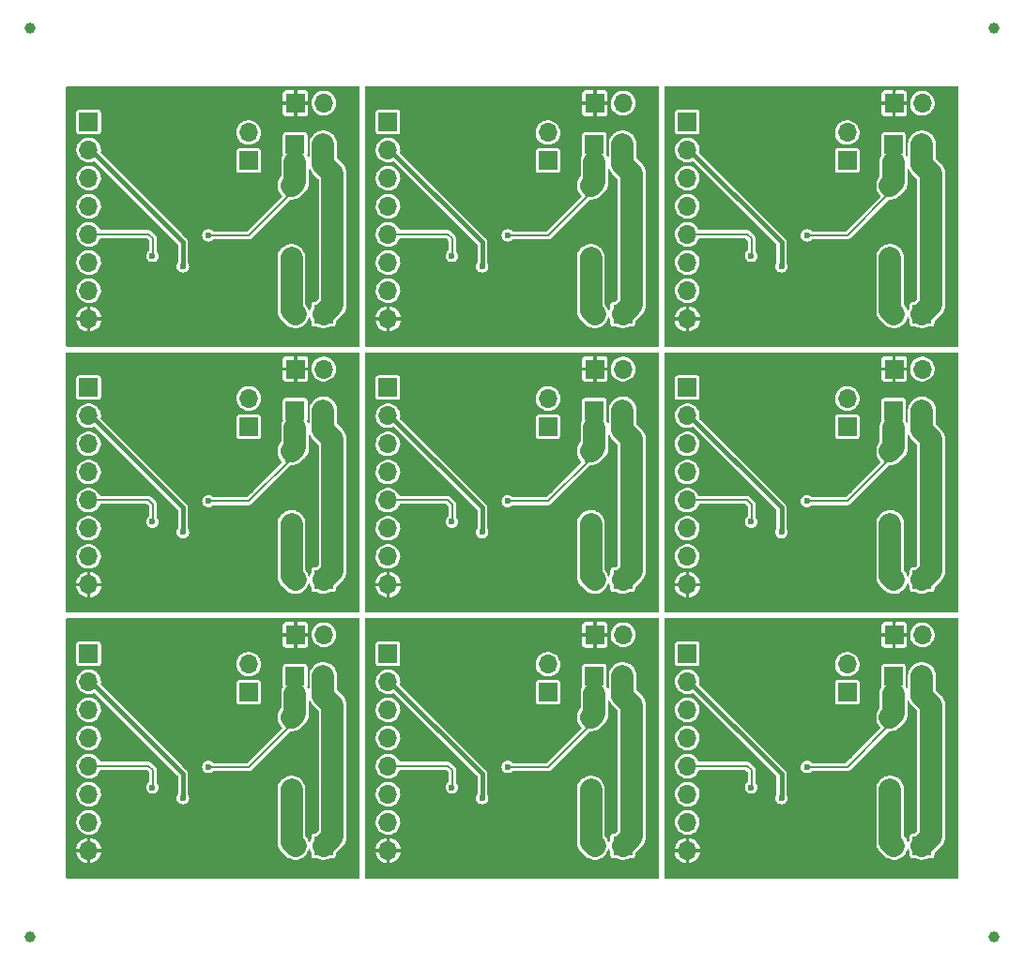
<source format=gbl>
G04 #@! TF.GenerationSoftware,KiCad,Pcbnew,6.0.11-2627ca5db0~126~ubuntu22.04.1*
G04 #@! TF.CreationDate,2023-02-05T22:47:26+11:00*
G04 #@! TF.ProjectId,panel,70616e65-6c2e-46b6-9963-61645f706362,rev?*
G04 #@! TF.SameCoordinates,Original*
G04 #@! TF.FileFunction,Copper,L2,Bot*
G04 #@! TF.FilePolarity,Positive*
%FSLAX46Y46*%
G04 Gerber Fmt 4.6, Leading zero omitted, Abs format (unit mm)*
G04 Created by KiCad (PCBNEW 6.0.11-2627ca5db0~126~ubuntu22.04.1) date 2023-02-05 22:47:26*
%MOMM*%
%LPD*%
G01*
G04 APERTURE LIST*
G04 #@! TA.AperFunction,ComponentPad*
%ADD10R,1.700000X1.700000*%
G04 #@! TD*
G04 #@! TA.AperFunction,ComponentPad*
%ADD11O,1.700000X1.700000*%
G04 #@! TD*
G04 #@! TA.AperFunction,SMDPad,CuDef*
%ADD12C,1.000000*%
G04 #@! TD*
G04 #@! TA.AperFunction,ViaPad*
%ADD13C,0.600000*%
G04 #@! TD*
G04 #@! TA.AperFunction,Conductor*
%ADD14C,0.381000*%
G04 #@! TD*
G04 #@! TA.AperFunction,Conductor*
%ADD15C,0.203200*%
G04 #@! TD*
G04 #@! TA.AperFunction,Conductor*
%ADD16C,2.000000*%
G04 #@! TD*
G04 APERTURE END LIST*
D10*
X155960000Y-54770000D03*
D11*
X158500000Y-54770000D03*
D10*
X185480000Y-97800000D03*
D11*
X182940000Y-97800000D03*
D10*
X182960000Y-78770000D03*
D11*
X185500000Y-78770000D03*
D10*
X158480000Y-97800000D03*
D11*
X155940000Y-97800000D03*
D10*
X151725000Y-59960000D03*
D11*
X151725000Y-57420000D03*
D10*
X124725000Y-35960000D03*
D11*
X124725000Y-33420000D03*
D10*
X158480000Y-49800000D03*
D11*
X155940000Y-49800000D03*
D10*
X128925000Y-82500000D03*
D11*
X131465000Y-82500000D03*
D10*
X178725000Y-35960000D03*
D11*
X178725000Y-33420000D03*
D10*
X158480000Y-73800000D03*
D11*
X155940000Y-73800000D03*
D10*
X124725000Y-83960000D03*
D11*
X124725000Y-81420000D03*
D10*
X151725000Y-83960000D03*
D11*
X151725000Y-81420000D03*
D10*
X178725000Y-59960000D03*
D11*
X178725000Y-57420000D03*
D10*
X185480000Y-49800000D03*
D11*
X182940000Y-49800000D03*
D10*
X178725000Y-83960000D03*
D11*
X178725000Y-81420000D03*
D10*
X124725000Y-59960000D03*
D11*
X124725000Y-57420000D03*
D10*
X182925000Y-34500000D03*
D11*
X185465000Y-34500000D03*
D10*
X128960000Y-54770000D03*
D11*
X131500000Y-54770000D03*
D10*
X128960000Y-30770000D03*
D11*
X131500000Y-30770000D03*
D10*
X137300000Y-56455000D03*
D11*
X137300000Y-58995000D03*
X137300000Y-61535000D03*
X137300000Y-64075000D03*
X137300000Y-66615000D03*
X137300000Y-69155000D03*
X137300000Y-71695000D03*
X137300000Y-74235000D03*
D10*
X155960000Y-30770000D03*
D11*
X158500000Y-30770000D03*
D10*
X131480000Y-73800000D03*
D11*
X128940000Y-73800000D03*
D10*
X155925000Y-82500000D03*
D11*
X158465000Y-82500000D03*
D10*
X110300000Y-32455000D03*
D11*
X110300000Y-34995000D03*
X110300000Y-37535000D03*
X110300000Y-40075000D03*
X110300000Y-42615000D03*
X110300000Y-45155000D03*
X110300000Y-47695000D03*
X110300000Y-50235000D03*
D10*
X110300000Y-80455000D03*
D11*
X110300000Y-82995000D03*
X110300000Y-85535000D03*
X110300000Y-88075000D03*
X110300000Y-90615000D03*
X110300000Y-93155000D03*
X110300000Y-95695000D03*
X110300000Y-98235000D03*
D10*
X185480000Y-73800000D03*
D11*
X182940000Y-73800000D03*
D10*
X131480000Y-97800000D03*
D11*
X128940000Y-97800000D03*
D10*
X137300000Y-32455000D03*
D11*
X137300000Y-34995000D03*
X137300000Y-37535000D03*
X137300000Y-40075000D03*
X137300000Y-42615000D03*
X137300000Y-45155000D03*
X137300000Y-47695000D03*
X137300000Y-50235000D03*
D10*
X155925000Y-34500000D03*
D11*
X158465000Y-34500000D03*
D10*
X110300000Y-56455000D03*
D11*
X110300000Y-58995000D03*
X110300000Y-61535000D03*
X110300000Y-64075000D03*
X110300000Y-66615000D03*
X110300000Y-69155000D03*
X110300000Y-71695000D03*
X110300000Y-74235000D03*
D10*
X182960000Y-54770000D03*
D11*
X185500000Y-54770000D03*
D10*
X182925000Y-58500000D03*
D11*
X185465000Y-58500000D03*
D10*
X155960000Y-78770000D03*
D11*
X158500000Y-78770000D03*
D10*
X128925000Y-58500000D03*
D11*
X131465000Y-58500000D03*
D10*
X164300000Y-56455000D03*
D11*
X164300000Y-58995000D03*
X164300000Y-61535000D03*
X164300000Y-64075000D03*
X164300000Y-66615000D03*
X164300000Y-69155000D03*
X164300000Y-71695000D03*
X164300000Y-74235000D03*
D10*
X182925000Y-82500000D03*
D11*
X185465000Y-82500000D03*
D10*
X128960000Y-78770000D03*
D11*
X131500000Y-78770000D03*
D10*
X151725000Y-35960000D03*
D11*
X151725000Y-33420000D03*
D10*
X155925000Y-58500000D03*
D11*
X158465000Y-58500000D03*
D10*
X128925000Y-34500000D03*
D11*
X131465000Y-34500000D03*
D10*
X137300000Y-80455000D03*
D11*
X137300000Y-82995000D03*
X137300000Y-85535000D03*
X137300000Y-88075000D03*
X137300000Y-90615000D03*
X137300000Y-93155000D03*
X137300000Y-95695000D03*
X137300000Y-98235000D03*
D10*
X164300000Y-32455000D03*
D11*
X164300000Y-34995000D03*
X164300000Y-37535000D03*
X164300000Y-40075000D03*
X164300000Y-42615000D03*
X164300000Y-45155000D03*
X164300000Y-47695000D03*
X164300000Y-50235000D03*
D10*
X182960000Y-30770000D03*
D11*
X185500000Y-30770000D03*
D10*
X131480000Y-49800000D03*
D11*
X128940000Y-49800000D03*
D10*
X164300000Y-80455000D03*
D11*
X164300000Y-82995000D03*
X164300000Y-85535000D03*
X164300000Y-88075000D03*
X164300000Y-90615000D03*
X164300000Y-93155000D03*
X164300000Y-95695000D03*
X164300000Y-98235000D03*
D12*
X192000000Y-24000000D03*
X105000000Y-24000000D03*
X192000000Y-106000000D03*
X105000000Y-106000000D03*
D13*
X118800000Y-45500000D03*
X116050000Y-44550000D03*
X122780000Y-31720000D03*
X129700000Y-41700000D03*
X129700000Y-43300000D03*
X123510000Y-38190000D03*
X133930000Y-46050000D03*
X133880000Y-41610000D03*
X124900000Y-41700000D03*
X130500000Y-41600000D03*
X118680000Y-38590000D03*
X118800000Y-46600000D03*
X120200000Y-38230000D03*
X119080000Y-47920000D03*
X120300000Y-40500000D03*
X129700000Y-40900000D03*
X120700000Y-44637500D03*
X109150000Y-46430000D03*
X119540000Y-31440000D03*
X123000000Y-46400000D03*
X123700000Y-48940000D03*
X127500000Y-42300000D03*
X122860000Y-34830000D03*
X128900000Y-40400000D03*
X129700000Y-42500000D03*
X121100000Y-40600000D03*
X130500000Y-43100000D03*
X109150000Y-41420000D03*
X114480000Y-37020000D03*
X108990000Y-36340000D03*
X118700000Y-31480000D03*
X117930000Y-30130000D03*
X120990000Y-31520000D03*
X112730000Y-30830000D03*
X114940000Y-44940000D03*
X114880000Y-46370000D03*
X133760000Y-29940000D03*
X127500000Y-41300000D03*
X129630000Y-32680000D03*
X130500000Y-40000000D03*
X127380000Y-33280000D03*
X133850000Y-51150000D03*
X124500000Y-45700000D03*
X114250000Y-40160000D03*
X116800000Y-42600000D03*
X109050000Y-43820000D03*
X121400000Y-44200000D03*
X122200000Y-46800000D03*
X122940000Y-35940000D03*
X126490000Y-32300000D03*
X129700000Y-40100000D03*
X130500000Y-40800000D03*
X126510000Y-34490000D03*
X133850000Y-32640000D03*
X126400000Y-43900000D03*
X125910000Y-49120000D03*
X126110000Y-37930000D03*
X124970000Y-48420000D03*
X120730000Y-37200000D03*
X133900000Y-46960000D03*
X123800000Y-46100000D03*
X126300000Y-39600000D03*
X117090000Y-30130000D03*
X130300000Y-47700000D03*
X133870000Y-43500000D03*
X123920000Y-47430000D03*
X114460000Y-36260000D03*
X118430000Y-30730000D03*
X122780000Y-48040000D03*
X128900000Y-41300000D03*
X120180000Y-39190000D03*
X125500000Y-45700000D03*
X116340000Y-30130000D03*
X133870000Y-40810000D03*
X118470000Y-50290000D03*
X133870000Y-44300000D03*
X125100000Y-46400000D03*
X121990000Y-34910000D03*
X112630000Y-41180000D03*
X128900000Y-43000000D03*
X123020000Y-37240000D03*
X128160000Y-32660000D03*
X128200000Y-41700000D03*
X121870000Y-37710000D03*
X133890000Y-45160000D03*
X130500000Y-42300000D03*
X109070000Y-38910000D03*
X123400000Y-39700000D03*
X123000000Y-45600000D03*
X116180000Y-39290000D03*
X120900000Y-39800000D03*
X117300000Y-43500000D03*
X130300000Y-46800000D03*
X118300000Y-41400000D03*
X126250000Y-38740000D03*
X123400000Y-43900000D03*
X121170000Y-38510000D03*
X112790000Y-29970000D03*
X128100000Y-40700000D03*
X122400000Y-44210000D03*
X115260000Y-47650000D03*
X120000000Y-37080000D03*
X119600000Y-40500000D03*
X109090000Y-48900000D03*
X121850000Y-31580000D03*
X111900000Y-29990000D03*
X120890000Y-35130000D03*
X130200000Y-46100000D03*
X126530000Y-33750000D03*
X133880000Y-42640000D03*
X128200000Y-42800000D03*
X128880000Y-32660000D03*
X128900000Y-42200000D03*
X109250000Y-30810000D03*
X126430000Y-47210000D03*
X126800000Y-41800000D03*
X127420000Y-32500000D03*
X123300000Y-41800000D03*
X126510000Y-33000000D03*
X132200000Y-46900000D03*
X132200000Y-40100000D03*
X132200000Y-42200000D03*
X132200000Y-41100000D03*
X132200000Y-38000000D03*
X132200000Y-44100000D03*
X132150000Y-36950000D03*
X132200000Y-45000000D03*
X132200000Y-47800000D03*
X132200000Y-46000000D03*
X132200000Y-39100000D03*
X132300000Y-48600000D03*
X131465000Y-36265000D03*
X132200000Y-43100000D03*
X128600000Y-46000000D03*
X128600000Y-47100000D03*
X128600000Y-44750000D03*
X128600000Y-48300000D03*
X128925000Y-36075000D03*
X128600000Y-38200000D03*
X128325000Y-38925000D03*
X121100000Y-42700000D03*
X145800000Y-45500000D03*
X143050000Y-44550000D03*
X149780000Y-31720000D03*
X156700000Y-41700000D03*
X156700000Y-43300000D03*
X150510000Y-38190000D03*
X160930000Y-46050000D03*
X160880000Y-41610000D03*
X151900000Y-41700000D03*
X157500000Y-41600000D03*
X145680000Y-38590000D03*
X145800000Y-46600000D03*
X147200000Y-38230000D03*
X146080000Y-47920000D03*
X147300000Y-40500000D03*
X156700000Y-40900000D03*
X147700000Y-44637500D03*
X136150000Y-46430000D03*
X146540000Y-31440000D03*
X150000000Y-46400000D03*
X150700000Y-48940000D03*
X154500000Y-42300000D03*
X149860000Y-34830000D03*
X155900000Y-40400000D03*
X156700000Y-42500000D03*
X148100000Y-40600000D03*
X157500000Y-43100000D03*
X136150000Y-41420000D03*
X141480000Y-37020000D03*
X135990000Y-36340000D03*
X145700000Y-31480000D03*
X144930000Y-30130000D03*
X147990000Y-31520000D03*
X139730000Y-30830000D03*
X141940000Y-44940000D03*
X141880000Y-46370000D03*
X160760000Y-29940000D03*
X154500000Y-41300000D03*
X156630000Y-32680000D03*
X157500000Y-40000000D03*
X154380000Y-33280000D03*
X160850000Y-51150000D03*
X151500000Y-45700000D03*
X141250000Y-40160000D03*
X143800000Y-42600000D03*
X136050000Y-43820000D03*
X148400000Y-44200000D03*
X149200000Y-46800000D03*
X149940000Y-35940000D03*
X153490000Y-32300000D03*
X156700000Y-40100000D03*
X157500000Y-40800000D03*
X153510000Y-34490000D03*
X160850000Y-32640000D03*
X153400000Y-43900000D03*
X152910000Y-49120000D03*
X153110000Y-37930000D03*
X151970000Y-48420000D03*
X147730000Y-37200000D03*
X160900000Y-46960000D03*
X150800000Y-46100000D03*
X153300000Y-39600000D03*
X144090000Y-30130000D03*
X157300000Y-47700000D03*
X160870000Y-43500000D03*
X150920000Y-47430000D03*
X141460000Y-36260000D03*
X145430000Y-30730000D03*
X149780000Y-48040000D03*
X155900000Y-41300000D03*
X147180000Y-39190000D03*
X152500000Y-45700000D03*
X143340000Y-30130000D03*
X160870000Y-40810000D03*
X145470000Y-50290000D03*
X160870000Y-44300000D03*
X152100000Y-46400000D03*
X148990000Y-34910000D03*
X139630000Y-41180000D03*
X155900000Y-43000000D03*
X150020000Y-37240000D03*
X155160000Y-32660000D03*
X155200000Y-41700000D03*
X148870000Y-37710000D03*
X160890000Y-45160000D03*
X157500000Y-42300000D03*
X136070000Y-38910000D03*
X150400000Y-39700000D03*
X150000000Y-45600000D03*
X143180000Y-39290000D03*
X147900000Y-39800000D03*
X144300000Y-43500000D03*
X157300000Y-46800000D03*
X145300000Y-41400000D03*
X153250000Y-38740000D03*
X150400000Y-43900000D03*
X148170000Y-38510000D03*
X139790000Y-29970000D03*
X155100000Y-40700000D03*
X149400000Y-44210000D03*
X142260000Y-47650000D03*
X147000000Y-37080000D03*
X146600000Y-40500000D03*
X136090000Y-48900000D03*
X148850000Y-31580000D03*
X138900000Y-29990000D03*
X147890000Y-35130000D03*
X157200000Y-46100000D03*
X153530000Y-33750000D03*
X160880000Y-42640000D03*
X155200000Y-42800000D03*
X155880000Y-32660000D03*
X155900000Y-42200000D03*
X136250000Y-30810000D03*
X153430000Y-47210000D03*
X153800000Y-41800000D03*
X154420000Y-32500000D03*
X150300000Y-41800000D03*
X153510000Y-33000000D03*
X159200000Y-46900000D03*
X159200000Y-40100000D03*
X159200000Y-42200000D03*
X159200000Y-41100000D03*
X159200000Y-38000000D03*
X159200000Y-44100000D03*
X159150000Y-36950000D03*
X159200000Y-45000000D03*
X159200000Y-47800000D03*
X159200000Y-46000000D03*
X159200000Y-39100000D03*
X159300000Y-48600000D03*
X158465000Y-36265000D03*
X159200000Y-43100000D03*
X155600000Y-46000000D03*
X155600000Y-47100000D03*
X155600000Y-44750000D03*
X155600000Y-48300000D03*
X155925000Y-36075000D03*
X155600000Y-38200000D03*
X155325000Y-38925000D03*
X148100000Y-42700000D03*
X172800000Y-45500000D03*
X170050000Y-44550000D03*
X176780000Y-31720000D03*
X183700000Y-41700000D03*
X183700000Y-43300000D03*
X177510000Y-38190000D03*
X187930000Y-46050000D03*
X187880000Y-41610000D03*
X178900000Y-41700000D03*
X184500000Y-41600000D03*
X172680000Y-38590000D03*
X172800000Y-46600000D03*
X174200000Y-38230000D03*
X173080000Y-47920000D03*
X174300000Y-40500000D03*
X183700000Y-40900000D03*
X174700000Y-44637500D03*
X163150000Y-46430000D03*
X173540000Y-31440000D03*
X177000000Y-46400000D03*
X177700000Y-48940000D03*
X181500000Y-42300000D03*
X176860000Y-34830000D03*
X182900000Y-40400000D03*
X183700000Y-42500000D03*
X175100000Y-40600000D03*
X184500000Y-43100000D03*
X163150000Y-41420000D03*
X168480000Y-37020000D03*
X162990000Y-36340000D03*
X172700000Y-31480000D03*
X171930000Y-30130000D03*
X174990000Y-31520000D03*
X166730000Y-30830000D03*
X168940000Y-44940000D03*
X168880000Y-46370000D03*
X187760000Y-29940000D03*
X181500000Y-41300000D03*
X183630000Y-32680000D03*
X184500000Y-40000000D03*
X181380000Y-33280000D03*
X187850000Y-51150000D03*
X178500000Y-45700000D03*
X168250000Y-40160000D03*
X170800000Y-42600000D03*
X163050000Y-43820000D03*
X175400000Y-44200000D03*
X176200000Y-46800000D03*
X176940000Y-35940000D03*
X180490000Y-32300000D03*
X183700000Y-40100000D03*
X184500000Y-40800000D03*
X180510000Y-34490000D03*
X187850000Y-32640000D03*
X180400000Y-43900000D03*
X179910000Y-49120000D03*
X180110000Y-37930000D03*
X178970000Y-48420000D03*
X174730000Y-37200000D03*
X187900000Y-46960000D03*
X177800000Y-46100000D03*
X180300000Y-39600000D03*
X171090000Y-30130000D03*
X184300000Y-47700000D03*
X187870000Y-43500000D03*
X177920000Y-47430000D03*
X168460000Y-36260000D03*
X172430000Y-30730000D03*
X176780000Y-48040000D03*
X182900000Y-41300000D03*
X174180000Y-39190000D03*
X179500000Y-45700000D03*
X170340000Y-30130000D03*
X187870000Y-40810000D03*
X172470000Y-50290000D03*
X187870000Y-44300000D03*
X179100000Y-46400000D03*
X175990000Y-34910000D03*
X166630000Y-41180000D03*
X182900000Y-43000000D03*
X177020000Y-37240000D03*
X182160000Y-32660000D03*
X182200000Y-41700000D03*
X175870000Y-37710000D03*
X187890000Y-45160000D03*
X184500000Y-42300000D03*
X163070000Y-38910000D03*
X177400000Y-39700000D03*
X177000000Y-45600000D03*
X170180000Y-39290000D03*
X174900000Y-39800000D03*
X171300000Y-43500000D03*
X184300000Y-46800000D03*
X172300000Y-41400000D03*
X180250000Y-38740000D03*
X177400000Y-43900000D03*
X175170000Y-38510000D03*
X166790000Y-29970000D03*
X182100000Y-40700000D03*
X176400000Y-44210000D03*
X169260000Y-47650000D03*
X174000000Y-37080000D03*
X173600000Y-40500000D03*
X163090000Y-48900000D03*
X175850000Y-31580000D03*
X165900000Y-29990000D03*
X174890000Y-35130000D03*
X184200000Y-46100000D03*
X180530000Y-33750000D03*
X187880000Y-42640000D03*
X182200000Y-42800000D03*
X182880000Y-32660000D03*
X182900000Y-42200000D03*
X163250000Y-30810000D03*
X180430000Y-47210000D03*
X180800000Y-41800000D03*
X181420000Y-32500000D03*
X177300000Y-41800000D03*
X180510000Y-33000000D03*
X186200000Y-46900000D03*
X186200000Y-40100000D03*
X186200000Y-42200000D03*
X186200000Y-41100000D03*
X186200000Y-38000000D03*
X186200000Y-44100000D03*
X186150000Y-36950000D03*
X186200000Y-45000000D03*
X186200000Y-47800000D03*
X186200000Y-46000000D03*
X186200000Y-39100000D03*
X186300000Y-48600000D03*
X185465000Y-36265000D03*
X186200000Y-43100000D03*
X182600000Y-46000000D03*
X182600000Y-47100000D03*
X182600000Y-44750000D03*
X182600000Y-48300000D03*
X182925000Y-36075000D03*
X182600000Y-38200000D03*
X182325000Y-38925000D03*
X175100000Y-42700000D03*
X118800000Y-69500000D03*
X116050000Y-68550000D03*
X122780000Y-55720000D03*
X129700000Y-65700000D03*
X129700000Y-67300000D03*
X123510000Y-62190000D03*
X133930000Y-70050000D03*
X133880000Y-65610000D03*
X124900000Y-65700000D03*
X130500000Y-65600000D03*
X118680000Y-62590000D03*
X118800000Y-70600000D03*
X120200000Y-62230000D03*
X119080000Y-71920000D03*
X120300000Y-64500000D03*
X129700000Y-64900000D03*
X120700000Y-68637500D03*
X109150000Y-70430000D03*
X119540000Y-55440000D03*
X123000000Y-70400000D03*
X123700000Y-72940000D03*
X127500000Y-66300000D03*
X122860000Y-58830000D03*
X128900000Y-64400000D03*
X129700000Y-66500000D03*
X121100000Y-64600000D03*
X130500000Y-67100000D03*
X109150000Y-65420000D03*
X114480000Y-61020000D03*
X108990000Y-60340000D03*
X118700000Y-55480000D03*
X117930000Y-54130000D03*
X120990000Y-55520000D03*
X112730000Y-54830000D03*
X114940000Y-68940000D03*
X114880000Y-70370000D03*
X133760000Y-53940000D03*
X127500000Y-65300000D03*
X129630000Y-56680000D03*
X130500000Y-64000000D03*
X127380000Y-57280000D03*
X133850000Y-75150000D03*
X124500000Y-69700000D03*
X114250000Y-64160000D03*
X116800000Y-66600000D03*
X109050000Y-67820000D03*
X121400000Y-68200000D03*
X122200000Y-70800000D03*
X122940000Y-59940000D03*
X126490000Y-56300000D03*
X129700000Y-64100000D03*
X130500000Y-64800000D03*
X126510000Y-58490000D03*
X133850000Y-56640000D03*
X126400000Y-67900000D03*
X125910000Y-73120000D03*
X126110000Y-61930000D03*
X124970000Y-72420000D03*
X120730000Y-61200000D03*
X133900000Y-70960000D03*
X123800000Y-70100000D03*
X126300000Y-63600000D03*
X117090000Y-54130000D03*
X130300000Y-71700000D03*
X133870000Y-67500000D03*
X123920000Y-71430000D03*
X114460000Y-60260000D03*
X118430000Y-54730000D03*
X122780000Y-72040000D03*
X128900000Y-65300000D03*
X120180000Y-63190000D03*
X125500000Y-69700000D03*
X116340000Y-54130000D03*
X133870000Y-64810000D03*
X118470000Y-74290000D03*
X133870000Y-68300000D03*
X125100000Y-70400000D03*
X121990000Y-58910000D03*
X112630000Y-65180000D03*
X128900000Y-67000000D03*
X123020000Y-61240000D03*
X128160000Y-56660000D03*
X128200000Y-65700000D03*
X121870000Y-61710000D03*
X133890000Y-69160000D03*
X130500000Y-66300000D03*
X109070000Y-62910000D03*
X123400000Y-63700000D03*
X123000000Y-69600000D03*
X116180000Y-63290000D03*
X120900000Y-63800000D03*
X117300000Y-67500000D03*
X130300000Y-70800000D03*
X118300000Y-65400000D03*
X126250000Y-62740000D03*
X123400000Y-67900000D03*
X121170000Y-62510000D03*
X112790000Y-53970000D03*
X128100000Y-64700000D03*
X122400000Y-68210000D03*
X115260000Y-71650000D03*
X120000000Y-61080000D03*
X119600000Y-64500000D03*
X109090000Y-72900000D03*
X121850000Y-55580000D03*
X111900000Y-53990000D03*
X120890000Y-59130000D03*
X130200000Y-70100000D03*
X126530000Y-57750000D03*
X133880000Y-66640000D03*
X128200000Y-66800000D03*
X128880000Y-56660000D03*
X128900000Y-66200000D03*
X109250000Y-54810000D03*
X126430000Y-71210000D03*
X126800000Y-65800000D03*
X127420000Y-56500000D03*
X123300000Y-65800000D03*
X126510000Y-57000000D03*
X132200000Y-70900000D03*
X132200000Y-64100000D03*
X132200000Y-66200000D03*
X132200000Y-65100000D03*
X132200000Y-62000000D03*
X132200000Y-68100000D03*
X132150000Y-60950000D03*
X132200000Y-69000000D03*
X132200000Y-71800000D03*
X132200000Y-70000000D03*
X132200000Y-63100000D03*
X132300000Y-72600000D03*
X131465000Y-60265000D03*
X132200000Y-67100000D03*
X128600000Y-70000000D03*
X128600000Y-71100000D03*
X128600000Y-68750000D03*
X128600000Y-72300000D03*
X128925000Y-60075000D03*
X128600000Y-62200000D03*
X128325000Y-62925000D03*
X121100000Y-66700000D03*
X145800000Y-69500000D03*
X143050000Y-68550000D03*
X149780000Y-55720000D03*
X156700000Y-65700000D03*
X156700000Y-67300000D03*
X150510000Y-62190000D03*
X160930000Y-70050000D03*
X160880000Y-65610000D03*
X151900000Y-65700000D03*
X157500000Y-65600000D03*
X145680000Y-62590000D03*
X145800000Y-70600000D03*
X147200000Y-62230000D03*
X146080000Y-71920000D03*
X147300000Y-64500000D03*
X156700000Y-64900000D03*
X147700000Y-68637500D03*
X136150000Y-70430000D03*
X146540000Y-55440000D03*
X150000000Y-70400000D03*
X150700000Y-72940000D03*
X154500000Y-66300000D03*
X149860000Y-58830000D03*
X155900000Y-64400000D03*
X156700000Y-66500000D03*
X148100000Y-64600000D03*
X157500000Y-67100000D03*
X136150000Y-65420000D03*
X141480000Y-61020000D03*
X135990000Y-60340000D03*
X145700000Y-55480000D03*
X144930000Y-54130000D03*
X147990000Y-55520000D03*
X139730000Y-54830000D03*
X141940000Y-68940000D03*
X141880000Y-70370000D03*
X160760000Y-53940000D03*
X154500000Y-65300000D03*
X156630000Y-56680000D03*
X157500000Y-64000000D03*
X154380000Y-57280000D03*
X160850000Y-75150000D03*
X151500000Y-69700000D03*
X141250000Y-64160000D03*
X143800000Y-66600000D03*
X136050000Y-67820000D03*
X148400000Y-68200000D03*
X149200000Y-70800000D03*
X149940000Y-59940000D03*
X153490000Y-56300000D03*
X156700000Y-64100000D03*
X157500000Y-64800000D03*
X153510000Y-58490000D03*
X160850000Y-56640000D03*
X153400000Y-67900000D03*
X152910000Y-73120000D03*
X153110000Y-61930000D03*
X151970000Y-72420000D03*
X147730000Y-61200000D03*
X160900000Y-70960000D03*
X150800000Y-70100000D03*
X153300000Y-63600000D03*
X144090000Y-54130000D03*
X157300000Y-71700000D03*
X160870000Y-67500000D03*
X150920000Y-71430000D03*
X141460000Y-60260000D03*
X145430000Y-54730000D03*
X149780000Y-72040000D03*
X155900000Y-65300000D03*
X147180000Y-63190000D03*
X152500000Y-69700000D03*
X143340000Y-54130000D03*
X160870000Y-64810000D03*
X145470000Y-74290000D03*
X160870000Y-68300000D03*
X152100000Y-70400000D03*
X148990000Y-58910000D03*
X139630000Y-65180000D03*
X155900000Y-67000000D03*
X150020000Y-61240000D03*
X155160000Y-56660000D03*
X155200000Y-65700000D03*
X148870000Y-61710000D03*
X160890000Y-69160000D03*
X157500000Y-66300000D03*
X136070000Y-62910000D03*
X150400000Y-63700000D03*
X150000000Y-69600000D03*
X143180000Y-63290000D03*
X147900000Y-63800000D03*
X144300000Y-67500000D03*
X157300000Y-70800000D03*
X145300000Y-65400000D03*
X153250000Y-62740000D03*
X150400000Y-67900000D03*
X148170000Y-62510000D03*
X139790000Y-53970000D03*
X155100000Y-64700000D03*
X149400000Y-68210000D03*
X142260000Y-71650000D03*
X147000000Y-61080000D03*
X146600000Y-64500000D03*
X136090000Y-72900000D03*
X148850000Y-55580000D03*
X138900000Y-53990000D03*
X147890000Y-59130000D03*
X157200000Y-70100000D03*
X153530000Y-57750000D03*
X160880000Y-66640000D03*
X155200000Y-66800000D03*
X155880000Y-56660000D03*
X155900000Y-66200000D03*
X136250000Y-54810000D03*
X153430000Y-71210000D03*
X153800000Y-65800000D03*
X154420000Y-56500000D03*
X150300000Y-65800000D03*
X153510000Y-57000000D03*
X159200000Y-70900000D03*
X159200000Y-64100000D03*
X159200000Y-66200000D03*
X159200000Y-65100000D03*
X159200000Y-62000000D03*
X159200000Y-68100000D03*
X159150000Y-60950000D03*
X159200000Y-69000000D03*
X159200000Y-71800000D03*
X159200000Y-70000000D03*
X159200000Y-63100000D03*
X159300000Y-72600000D03*
X158465000Y-60265000D03*
X159200000Y-67100000D03*
X155600000Y-70000000D03*
X155600000Y-71100000D03*
X155600000Y-68750000D03*
X155600000Y-72300000D03*
X155925000Y-60075000D03*
X155600000Y-62200000D03*
X155325000Y-62925000D03*
X148100000Y-66700000D03*
X172800000Y-69500000D03*
X170050000Y-68550000D03*
X176780000Y-55720000D03*
X183700000Y-65700000D03*
X183700000Y-67300000D03*
X177510000Y-62190000D03*
X187930000Y-70050000D03*
X187880000Y-65610000D03*
X178900000Y-65700000D03*
X184500000Y-65600000D03*
X172680000Y-62590000D03*
X172800000Y-70600000D03*
X174200000Y-62230000D03*
X173080000Y-71920000D03*
X174300000Y-64500000D03*
X183700000Y-64900000D03*
X174700000Y-68637500D03*
X163150000Y-70430000D03*
X173540000Y-55440000D03*
X177000000Y-70400000D03*
X177700000Y-72940000D03*
X181500000Y-66300000D03*
X176860000Y-58830000D03*
X182900000Y-64400000D03*
X183700000Y-66500000D03*
X175100000Y-64600000D03*
X184500000Y-67100000D03*
X163150000Y-65420000D03*
X168480000Y-61020000D03*
X162990000Y-60340000D03*
X172700000Y-55480000D03*
X171930000Y-54130000D03*
X174990000Y-55520000D03*
X166730000Y-54830000D03*
X168940000Y-68940000D03*
X168880000Y-70370000D03*
X187760000Y-53940000D03*
X181500000Y-65300000D03*
X183630000Y-56680000D03*
X184500000Y-64000000D03*
X181380000Y-57280000D03*
X187850000Y-75150000D03*
X178500000Y-69700000D03*
X168250000Y-64160000D03*
X170800000Y-66600000D03*
X163050000Y-67820000D03*
X175400000Y-68200000D03*
X176200000Y-70800000D03*
X176940000Y-59940000D03*
X180490000Y-56300000D03*
X183700000Y-64100000D03*
X184500000Y-64800000D03*
X180510000Y-58490000D03*
X187850000Y-56640000D03*
X180400000Y-67900000D03*
X179910000Y-73120000D03*
X180110000Y-61930000D03*
X178970000Y-72420000D03*
X174730000Y-61200000D03*
X187900000Y-70960000D03*
X177800000Y-70100000D03*
X180300000Y-63600000D03*
X171090000Y-54130000D03*
X184300000Y-71700000D03*
X187870000Y-67500000D03*
X177920000Y-71430000D03*
X168460000Y-60260000D03*
X172430000Y-54730000D03*
X176780000Y-72040000D03*
X182900000Y-65300000D03*
X174180000Y-63190000D03*
X179500000Y-69700000D03*
X170340000Y-54130000D03*
X187870000Y-64810000D03*
X172470000Y-74290000D03*
X187870000Y-68300000D03*
X179100000Y-70400000D03*
X175990000Y-58910000D03*
X166630000Y-65180000D03*
X182900000Y-67000000D03*
X177020000Y-61240000D03*
X182160000Y-56660000D03*
X182200000Y-65700000D03*
X175870000Y-61710000D03*
X187890000Y-69160000D03*
X184500000Y-66300000D03*
X163070000Y-62910000D03*
X177400000Y-63700000D03*
X177000000Y-69600000D03*
X170180000Y-63290000D03*
X174900000Y-63800000D03*
X171300000Y-67500000D03*
X184300000Y-70800000D03*
X172300000Y-65400000D03*
X180250000Y-62740000D03*
X177400000Y-67900000D03*
X175170000Y-62510000D03*
X166790000Y-53970000D03*
X182100000Y-64700000D03*
X176400000Y-68210000D03*
X169260000Y-71650000D03*
X174000000Y-61080000D03*
X173600000Y-64500000D03*
X163090000Y-72900000D03*
X175850000Y-55580000D03*
X165900000Y-53990000D03*
X174890000Y-59130000D03*
X184200000Y-70100000D03*
X180530000Y-57750000D03*
X187880000Y-66640000D03*
X182200000Y-66800000D03*
X182880000Y-56660000D03*
X182900000Y-66200000D03*
X163250000Y-54810000D03*
X180430000Y-71210000D03*
X180800000Y-65800000D03*
X181420000Y-56500000D03*
X177300000Y-65800000D03*
X180510000Y-57000000D03*
X186200000Y-70900000D03*
X186200000Y-64100000D03*
X186200000Y-66200000D03*
X186200000Y-65100000D03*
X186200000Y-62000000D03*
X186200000Y-68100000D03*
X186150000Y-60950000D03*
X186200000Y-69000000D03*
X186200000Y-71800000D03*
X186200000Y-70000000D03*
X186200000Y-63100000D03*
X186300000Y-72600000D03*
X185465000Y-60265000D03*
X186200000Y-67100000D03*
X182600000Y-70000000D03*
X182600000Y-71100000D03*
X182600000Y-68750000D03*
X182600000Y-72300000D03*
X182925000Y-60075000D03*
X182600000Y-62200000D03*
X182325000Y-62925000D03*
X175100000Y-66700000D03*
X118800000Y-93500000D03*
X116050000Y-92550000D03*
X122780000Y-79720000D03*
X129700000Y-89700000D03*
X129700000Y-91300000D03*
X123510000Y-86190000D03*
X133930000Y-94050000D03*
X133880000Y-89610000D03*
X124900000Y-89700000D03*
X130500000Y-89600000D03*
X118680000Y-86590000D03*
X118800000Y-94600000D03*
X120200000Y-86230000D03*
X119080000Y-95920000D03*
X120300000Y-88500000D03*
X129700000Y-88900000D03*
X120700000Y-92637500D03*
X109150000Y-94430000D03*
X119540000Y-79440000D03*
X123000000Y-94400000D03*
X123700000Y-96940000D03*
X127500000Y-90300000D03*
X122860000Y-82830000D03*
X128900000Y-88400000D03*
X129700000Y-90500000D03*
X121100000Y-88600000D03*
X130500000Y-91100000D03*
X109150000Y-89420000D03*
X114480000Y-85020000D03*
X108990000Y-84340000D03*
X118700000Y-79480000D03*
X117930000Y-78130000D03*
X120990000Y-79520000D03*
X112730000Y-78830000D03*
X114940000Y-92940000D03*
X114880000Y-94370000D03*
X133760000Y-77940000D03*
X127500000Y-89300000D03*
X129630000Y-80680000D03*
X130500000Y-88000000D03*
X127380000Y-81280000D03*
X133850000Y-99150000D03*
X124500000Y-93700000D03*
X114250000Y-88160000D03*
X116800000Y-90600000D03*
X109050000Y-91820000D03*
X121400000Y-92200000D03*
X122200000Y-94800000D03*
X122940000Y-83940000D03*
X126490000Y-80300000D03*
X129700000Y-88100000D03*
X130500000Y-88800000D03*
X126510000Y-82490000D03*
X133850000Y-80640000D03*
X126400000Y-91900000D03*
X125910000Y-97120000D03*
X126110000Y-85930000D03*
X124970000Y-96420000D03*
X120730000Y-85200000D03*
X133900000Y-94960000D03*
X123800000Y-94100000D03*
X126300000Y-87600000D03*
X117090000Y-78130000D03*
X130300000Y-95700000D03*
X133870000Y-91500000D03*
X123920000Y-95430000D03*
X114460000Y-84260000D03*
X118430000Y-78730000D03*
X122780000Y-96040000D03*
X128900000Y-89300000D03*
X120180000Y-87190000D03*
X125500000Y-93700000D03*
X116340000Y-78130000D03*
X133870000Y-88810000D03*
X118470000Y-98290000D03*
X133870000Y-92300000D03*
X125100000Y-94400000D03*
X121990000Y-82910000D03*
X112630000Y-89180000D03*
X128900000Y-91000000D03*
X123020000Y-85240000D03*
X128160000Y-80660000D03*
X128200000Y-89700000D03*
X121870000Y-85710000D03*
X133890000Y-93160000D03*
X130500000Y-90300000D03*
X109070000Y-86910000D03*
X123400000Y-87700000D03*
X123000000Y-93600000D03*
X116180000Y-87290000D03*
X120900000Y-87800000D03*
X117300000Y-91500000D03*
X130300000Y-94800000D03*
X118300000Y-89400000D03*
X126250000Y-86740000D03*
X123400000Y-91900000D03*
X121170000Y-86510000D03*
X112790000Y-77970000D03*
X128100000Y-88700000D03*
X122400000Y-92210000D03*
X115260000Y-95650000D03*
X120000000Y-85080000D03*
X119600000Y-88500000D03*
X109090000Y-96900000D03*
X121850000Y-79580000D03*
X111900000Y-77990000D03*
X120890000Y-83130000D03*
X130200000Y-94100000D03*
X126530000Y-81750000D03*
X133880000Y-90640000D03*
X128200000Y-90800000D03*
X128880000Y-80660000D03*
X128900000Y-90200000D03*
X109250000Y-78810000D03*
X126430000Y-95210000D03*
X126800000Y-89800000D03*
X127420000Y-80500000D03*
X123300000Y-89800000D03*
X126510000Y-81000000D03*
X132200000Y-94900000D03*
X132200000Y-88100000D03*
X132200000Y-90200000D03*
X132200000Y-89100000D03*
X132200000Y-86000000D03*
X132200000Y-92100000D03*
X132150000Y-84950000D03*
X132200000Y-93000000D03*
X132200000Y-95800000D03*
X132200000Y-94000000D03*
X132200000Y-87100000D03*
X132300000Y-96600000D03*
X131465000Y-84265000D03*
X132200000Y-91100000D03*
X128600000Y-94000000D03*
X128600000Y-95100000D03*
X128600000Y-92750000D03*
X128600000Y-96300000D03*
X128925000Y-84075000D03*
X128600000Y-86200000D03*
X128325000Y-86925000D03*
X121100000Y-90700000D03*
X145800000Y-93500000D03*
X143050000Y-92550000D03*
X149780000Y-79720000D03*
X156700000Y-89700000D03*
X156700000Y-91300000D03*
X150510000Y-86190000D03*
X160930000Y-94050000D03*
X160880000Y-89610000D03*
X151900000Y-89700000D03*
X157500000Y-89600000D03*
X145680000Y-86590000D03*
X145800000Y-94600000D03*
X147200000Y-86230000D03*
X146080000Y-95920000D03*
X147300000Y-88500000D03*
X156700000Y-88900000D03*
X147700000Y-92637500D03*
X136150000Y-94430000D03*
X146540000Y-79440000D03*
X150000000Y-94400000D03*
X150700000Y-96940000D03*
X154500000Y-90300000D03*
X149860000Y-82830000D03*
X155900000Y-88400000D03*
X156700000Y-90500000D03*
X148100000Y-88600000D03*
X157500000Y-91100000D03*
X136150000Y-89420000D03*
X141480000Y-85020000D03*
X135990000Y-84340000D03*
X145700000Y-79480000D03*
X144930000Y-78130000D03*
X147990000Y-79520000D03*
X139730000Y-78830000D03*
X141940000Y-92940000D03*
X141880000Y-94370000D03*
X160760000Y-77940000D03*
X154500000Y-89300000D03*
X156630000Y-80680000D03*
X157500000Y-88000000D03*
X154380000Y-81280000D03*
X160850000Y-99150000D03*
X151500000Y-93700000D03*
X141250000Y-88160000D03*
X143800000Y-90600000D03*
X136050000Y-91820000D03*
X148400000Y-92200000D03*
X149200000Y-94800000D03*
X149940000Y-83940000D03*
X153490000Y-80300000D03*
X156700000Y-88100000D03*
X157500000Y-88800000D03*
X153510000Y-82490000D03*
X160850000Y-80640000D03*
X153400000Y-91900000D03*
X152910000Y-97120000D03*
X153110000Y-85930000D03*
X151970000Y-96420000D03*
X147730000Y-85200000D03*
X160900000Y-94960000D03*
X150800000Y-94100000D03*
X153300000Y-87600000D03*
X144090000Y-78130000D03*
X157300000Y-95700000D03*
X160870000Y-91500000D03*
X150920000Y-95430000D03*
X141460000Y-84260000D03*
X145430000Y-78730000D03*
X149780000Y-96040000D03*
X155900000Y-89300000D03*
X147180000Y-87190000D03*
X152500000Y-93700000D03*
X143340000Y-78130000D03*
X160870000Y-88810000D03*
X145470000Y-98290000D03*
X160870000Y-92300000D03*
X152100000Y-94400000D03*
X148990000Y-82910000D03*
X139630000Y-89180000D03*
X155900000Y-91000000D03*
X150020000Y-85240000D03*
X155160000Y-80660000D03*
X155200000Y-89700000D03*
X148870000Y-85710000D03*
X160890000Y-93160000D03*
X157500000Y-90300000D03*
X136070000Y-86910000D03*
X150400000Y-87700000D03*
X150000000Y-93600000D03*
X143180000Y-87290000D03*
X147900000Y-87800000D03*
X144300000Y-91500000D03*
X157300000Y-94800000D03*
X145300000Y-89400000D03*
X153250000Y-86740000D03*
X150400000Y-91900000D03*
X148170000Y-86510000D03*
X139790000Y-77970000D03*
X155100000Y-88700000D03*
X149400000Y-92210000D03*
X142260000Y-95650000D03*
X147000000Y-85080000D03*
X146600000Y-88500000D03*
X136090000Y-96900000D03*
X148850000Y-79580000D03*
X138900000Y-77990000D03*
X147890000Y-83130000D03*
X157200000Y-94100000D03*
X153530000Y-81750000D03*
X160880000Y-90640000D03*
X155200000Y-90800000D03*
X155880000Y-80660000D03*
X155900000Y-90200000D03*
X136250000Y-78810000D03*
X153430000Y-95210000D03*
X153800000Y-89800000D03*
X154420000Y-80500000D03*
X150300000Y-89800000D03*
X153510000Y-81000000D03*
X159200000Y-94900000D03*
X159200000Y-88100000D03*
X159200000Y-90200000D03*
X159200000Y-89100000D03*
X159200000Y-86000000D03*
X159200000Y-92100000D03*
X159150000Y-84950000D03*
X159200000Y-93000000D03*
X159200000Y-95800000D03*
X159200000Y-94000000D03*
X159200000Y-87100000D03*
X159300000Y-96600000D03*
X158465000Y-84265000D03*
X159200000Y-91100000D03*
X155600000Y-94000000D03*
X155600000Y-95100000D03*
X155600000Y-92750000D03*
X155600000Y-96300000D03*
X155925000Y-84075000D03*
X155600000Y-86200000D03*
X155325000Y-86925000D03*
X148100000Y-90700000D03*
X172800000Y-93500000D03*
X170050000Y-92550000D03*
X176780000Y-79720000D03*
X183700000Y-89700000D03*
X183700000Y-91300000D03*
X177510000Y-86190000D03*
X187930000Y-94050000D03*
X187880000Y-89610000D03*
X178900000Y-89700000D03*
X184500000Y-89600000D03*
X172680000Y-86590000D03*
X172800000Y-94600000D03*
X174200000Y-86230000D03*
X173080000Y-95920000D03*
X174300000Y-88500000D03*
X183700000Y-88900000D03*
X174700000Y-92637500D03*
X163150000Y-94430000D03*
X173540000Y-79440000D03*
X177000000Y-94400000D03*
X177700000Y-96940000D03*
X181500000Y-90300000D03*
X176860000Y-82830000D03*
X182900000Y-88400000D03*
X183700000Y-90500000D03*
X175100000Y-88600000D03*
X184500000Y-91100000D03*
X163150000Y-89420000D03*
X168480000Y-85020000D03*
X162990000Y-84340000D03*
X172700000Y-79480000D03*
X171930000Y-78130000D03*
X174990000Y-79520000D03*
X166730000Y-78830000D03*
X168940000Y-92940000D03*
X168880000Y-94370000D03*
X187760000Y-77940000D03*
X181500000Y-89300000D03*
X183630000Y-80680000D03*
X184500000Y-88000000D03*
X181380000Y-81280000D03*
X187850000Y-99150000D03*
X178500000Y-93700000D03*
X168250000Y-88160000D03*
X170800000Y-90600000D03*
X163050000Y-91820000D03*
X175400000Y-92200000D03*
X176200000Y-94800000D03*
X176940000Y-83940000D03*
X180490000Y-80300000D03*
X183700000Y-88100000D03*
X184500000Y-88800000D03*
X180510000Y-82490000D03*
X187850000Y-80640000D03*
X180400000Y-91900000D03*
X179910000Y-97120000D03*
X180110000Y-85930000D03*
X178970000Y-96420000D03*
X174730000Y-85200000D03*
X187900000Y-94960000D03*
X177800000Y-94100000D03*
X180300000Y-87600000D03*
X171090000Y-78130000D03*
X184300000Y-95700000D03*
X187870000Y-91500000D03*
X177920000Y-95430000D03*
X168460000Y-84260000D03*
X172430000Y-78730000D03*
X176780000Y-96040000D03*
X182900000Y-89300000D03*
X174180000Y-87190000D03*
X179500000Y-93700000D03*
X170340000Y-78130000D03*
X187870000Y-88810000D03*
X172470000Y-98290000D03*
X187870000Y-92300000D03*
X179100000Y-94400000D03*
X175990000Y-82910000D03*
X166630000Y-89180000D03*
X182900000Y-91000000D03*
X177020000Y-85240000D03*
X182160000Y-80660000D03*
X182200000Y-89700000D03*
X175870000Y-85710000D03*
X187890000Y-93160000D03*
X184500000Y-90300000D03*
X163070000Y-86910000D03*
X177400000Y-87700000D03*
X177000000Y-93600000D03*
X170180000Y-87290000D03*
X174900000Y-87800000D03*
X171300000Y-91500000D03*
X184300000Y-94800000D03*
X172300000Y-89400000D03*
X180250000Y-86740000D03*
X177400000Y-91900000D03*
X175170000Y-86510000D03*
X166790000Y-77970000D03*
X182100000Y-88700000D03*
X176400000Y-92210000D03*
X169260000Y-95650000D03*
X174000000Y-85080000D03*
X173600000Y-88500000D03*
X163090000Y-96900000D03*
X175850000Y-79580000D03*
X165900000Y-77990000D03*
X174890000Y-83130000D03*
X184200000Y-94100000D03*
X180530000Y-81750000D03*
X187880000Y-90640000D03*
X182200000Y-90800000D03*
X182880000Y-80660000D03*
X182900000Y-90200000D03*
X163250000Y-78810000D03*
X180430000Y-95210000D03*
X180800000Y-89800000D03*
X181420000Y-80500000D03*
X177300000Y-89800000D03*
X180510000Y-81000000D03*
X186200000Y-94900000D03*
X186200000Y-88100000D03*
X186200000Y-90200000D03*
X186200000Y-89100000D03*
X186200000Y-86000000D03*
X186200000Y-92100000D03*
X186150000Y-84950000D03*
X186200000Y-93000000D03*
X186200000Y-95800000D03*
X186200000Y-94000000D03*
X186200000Y-87100000D03*
X186300000Y-96600000D03*
X185465000Y-84265000D03*
X186200000Y-91100000D03*
X182600000Y-94000000D03*
X182600000Y-95100000D03*
X182600000Y-92750000D03*
X182600000Y-96300000D03*
X182925000Y-84075000D03*
X182600000Y-86200000D03*
X182325000Y-86925000D03*
X175100000Y-90700000D03*
D14*
X110470000Y-34970000D02*
X118800000Y-43300000D01*
X118800000Y-43300000D02*
X118800000Y-45500000D01*
X110300000Y-34970000D02*
X110470000Y-34970000D01*
D15*
X110300000Y-42590000D02*
X115690000Y-42590000D01*
X116100000Y-43000000D02*
X116100000Y-44500000D01*
X115690000Y-42590000D02*
X116100000Y-43000000D01*
D16*
X132300000Y-37100000D02*
X132300000Y-48600000D01*
X131465000Y-36265000D02*
X132300000Y-37100000D01*
X132300000Y-48600000D02*
X132300000Y-48980000D01*
X131465000Y-34500000D02*
X131465000Y-36265000D01*
X132300000Y-48980000D02*
X131480000Y-49800000D01*
X128600000Y-48300000D02*
X128600000Y-49460000D01*
X128600000Y-49460000D02*
X128940000Y-49800000D01*
X128600000Y-44750000D02*
X128600000Y-48300000D01*
D15*
X124750791Y-42700000D02*
X128600000Y-38850791D01*
D16*
X128925000Y-37875000D02*
X128600000Y-38200000D01*
D15*
X128600000Y-38850791D02*
X128600000Y-38200000D01*
D16*
X128925000Y-36075000D02*
X128925000Y-37875000D01*
D15*
X121100000Y-42700000D02*
X124750791Y-42700000D01*
D14*
X137470000Y-34970000D02*
X145800000Y-43300000D01*
X145800000Y-43300000D02*
X145800000Y-45500000D01*
X137300000Y-34970000D02*
X137470000Y-34970000D01*
D15*
X137300000Y-42590000D02*
X142690000Y-42590000D01*
X143100000Y-43000000D02*
X143100000Y-44500000D01*
X142690000Y-42590000D02*
X143100000Y-43000000D01*
D16*
X159300000Y-37100000D02*
X159300000Y-48600000D01*
X158465000Y-36265000D02*
X159300000Y-37100000D01*
X159300000Y-48600000D02*
X159300000Y-48980000D01*
X158465000Y-34500000D02*
X158465000Y-36265000D01*
X159300000Y-48980000D02*
X158480000Y-49800000D01*
X155600000Y-48300000D02*
X155600000Y-49460000D01*
X155600000Y-49460000D02*
X155940000Y-49800000D01*
X155600000Y-44750000D02*
X155600000Y-48300000D01*
D15*
X151750791Y-42700000D02*
X155600000Y-38850791D01*
D16*
X155925000Y-37875000D02*
X155600000Y-38200000D01*
D15*
X155600000Y-38850791D02*
X155600000Y-38200000D01*
D16*
X155925000Y-36075000D02*
X155925000Y-37875000D01*
D15*
X148100000Y-42700000D02*
X151750791Y-42700000D01*
D14*
X164470000Y-34970000D02*
X172800000Y-43300000D01*
X172800000Y-43300000D02*
X172800000Y-45500000D01*
X164300000Y-34970000D02*
X164470000Y-34970000D01*
D15*
X164300000Y-42590000D02*
X169690000Y-42590000D01*
X170100000Y-43000000D02*
X170100000Y-44500000D01*
X169690000Y-42590000D02*
X170100000Y-43000000D01*
D16*
X186300000Y-37100000D02*
X186300000Y-48600000D01*
X185465000Y-36265000D02*
X186300000Y-37100000D01*
X186300000Y-48600000D02*
X186300000Y-48980000D01*
X185465000Y-34500000D02*
X185465000Y-36265000D01*
X186300000Y-48980000D02*
X185480000Y-49800000D01*
X182600000Y-48300000D02*
X182600000Y-49460000D01*
X182600000Y-49460000D02*
X182940000Y-49800000D01*
X182600000Y-44750000D02*
X182600000Y-48300000D01*
D15*
X178750791Y-42700000D02*
X182600000Y-38850791D01*
D16*
X182925000Y-37875000D02*
X182600000Y-38200000D01*
D15*
X182600000Y-38850791D02*
X182600000Y-38200000D01*
D16*
X182925000Y-36075000D02*
X182925000Y-37875000D01*
D15*
X175100000Y-42700000D02*
X178750791Y-42700000D01*
D14*
X110470000Y-58970000D02*
X118800000Y-67300000D01*
X118800000Y-67300000D02*
X118800000Y-69500000D01*
X110300000Y-58970000D02*
X110470000Y-58970000D01*
D15*
X110300000Y-66590000D02*
X115690000Y-66590000D01*
X116100000Y-67000000D02*
X116100000Y-68500000D01*
X115690000Y-66590000D02*
X116100000Y-67000000D01*
D16*
X132300000Y-61100000D02*
X132300000Y-72600000D01*
X131465000Y-60265000D02*
X132300000Y-61100000D01*
X132300000Y-72600000D02*
X132300000Y-72980000D01*
X131465000Y-58500000D02*
X131465000Y-60265000D01*
X132300000Y-72980000D02*
X131480000Y-73800000D01*
X128600000Y-72300000D02*
X128600000Y-73460000D01*
X128600000Y-73460000D02*
X128940000Y-73800000D01*
X128600000Y-68750000D02*
X128600000Y-72300000D01*
D15*
X124750791Y-66700000D02*
X128600000Y-62850791D01*
D16*
X128925000Y-61875000D02*
X128600000Y-62200000D01*
D15*
X128600000Y-62850791D02*
X128600000Y-62200000D01*
D16*
X128925000Y-60075000D02*
X128925000Y-61875000D01*
D15*
X121100000Y-66700000D02*
X124750791Y-66700000D01*
D14*
X137470000Y-58970000D02*
X145800000Y-67300000D01*
X145800000Y-67300000D02*
X145800000Y-69500000D01*
X137300000Y-58970000D02*
X137470000Y-58970000D01*
D15*
X137300000Y-66590000D02*
X142690000Y-66590000D01*
X143100000Y-67000000D02*
X143100000Y-68500000D01*
X142690000Y-66590000D02*
X143100000Y-67000000D01*
D16*
X159300000Y-61100000D02*
X159300000Y-72600000D01*
X158465000Y-60265000D02*
X159300000Y-61100000D01*
X159300000Y-72600000D02*
X159300000Y-72980000D01*
X158465000Y-58500000D02*
X158465000Y-60265000D01*
X159300000Y-72980000D02*
X158480000Y-73800000D01*
X155600000Y-72300000D02*
X155600000Y-73460000D01*
X155600000Y-73460000D02*
X155940000Y-73800000D01*
X155600000Y-68750000D02*
X155600000Y-72300000D01*
D15*
X151750791Y-66700000D02*
X155600000Y-62850791D01*
D16*
X155925000Y-61875000D02*
X155600000Y-62200000D01*
D15*
X155600000Y-62850791D02*
X155600000Y-62200000D01*
D16*
X155925000Y-60075000D02*
X155925000Y-61875000D01*
D15*
X148100000Y-66700000D02*
X151750791Y-66700000D01*
D14*
X164470000Y-58970000D02*
X172800000Y-67300000D01*
X172800000Y-67300000D02*
X172800000Y-69500000D01*
X164300000Y-58970000D02*
X164470000Y-58970000D01*
D15*
X164300000Y-66590000D02*
X169690000Y-66590000D01*
X170100000Y-67000000D02*
X170100000Y-68500000D01*
X169690000Y-66590000D02*
X170100000Y-67000000D01*
D16*
X186300000Y-61100000D02*
X186300000Y-72600000D01*
X185465000Y-60265000D02*
X186300000Y-61100000D01*
X186300000Y-72600000D02*
X186300000Y-72980000D01*
X185465000Y-58500000D02*
X185465000Y-60265000D01*
X186300000Y-72980000D02*
X185480000Y-73800000D01*
X182600000Y-72300000D02*
X182600000Y-73460000D01*
X182600000Y-73460000D02*
X182940000Y-73800000D01*
X182600000Y-68750000D02*
X182600000Y-72300000D01*
D15*
X178750791Y-66700000D02*
X182600000Y-62850791D01*
D16*
X182925000Y-61875000D02*
X182600000Y-62200000D01*
D15*
X182600000Y-62850791D02*
X182600000Y-62200000D01*
D16*
X182925000Y-60075000D02*
X182925000Y-61875000D01*
D15*
X175100000Y-66700000D02*
X178750791Y-66700000D01*
D14*
X110470000Y-82970000D02*
X118800000Y-91300000D01*
X118800000Y-91300000D02*
X118800000Y-93500000D01*
X110300000Y-82970000D02*
X110470000Y-82970000D01*
D15*
X110300000Y-90590000D02*
X115690000Y-90590000D01*
X116100000Y-91000000D02*
X116100000Y-92500000D01*
X115690000Y-90590000D02*
X116100000Y-91000000D01*
D16*
X132300000Y-85100000D02*
X132300000Y-96600000D01*
X131465000Y-84265000D02*
X132300000Y-85100000D01*
X132300000Y-96600000D02*
X132300000Y-96980000D01*
X131465000Y-82500000D02*
X131465000Y-84265000D01*
X132300000Y-96980000D02*
X131480000Y-97800000D01*
X128600000Y-96300000D02*
X128600000Y-97460000D01*
X128600000Y-97460000D02*
X128940000Y-97800000D01*
X128600000Y-92750000D02*
X128600000Y-96300000D01*
D15*
X124750791Y-90700000D02*
X128600000Y-86850791D01*
D16*
X128925000Y-85875000D02*
X128600000Y-86200000D01*
D15*
X128600000Y-86850791D02*
X128600000Y-86200000D01*
D16*
X128925000Y-84075000D02*
X128925000Y-85875000D01*
D15*
X121100000Y-90700000D02*
X124750791Y-90700000D01*
D14*
X137470000Y-82970000D02*
X145800000Y-91300000D01*
X145800000Y-91300000D02*
X145800000Y-93500000D01*
X137300000Y-82970000D02*
X137470000Y-82970000D01*
D15*
X137300000Y-90590000D02*
X142690000Y-90590000D01*
X143100000Y-91000000D02*
X143100000Y-92500000D01*
X142690000Y-90590000D02*
X143100000Y-91000000D01*
D16*
X159300000Y-85100000D02*
X159300000Y-96600000D01*
X158465000Y-84265000D02*
X159300000Y-85100000D01*
X159300000Y-96600000D02*
X159300000Y-96980000D01*
X158465000Y-82500000D02*
X158465000Y-84265000D01*
X159300000Y-96980000D02*
X158480000Y-97800000D01*
X155600000Y-96300000D02*
X155600000Y-97460000D01*
X155600000Y-97460000D02*
X155940000Y-97800000D01*
X155600000Y-92750000D02*
X155600000Y-96300000D01*
D15*
X151750791Y-90700000D02*
X155600000Y-86850791D01*
D16*
X155925000Y-85875000D02*
X155600000Y-86200000D01*
D15*
X155600000Y-86850791D02*
X155600000Y-86200000D01*
D16*
X155925000Y-84075000D02*
X155925000Y-85875000D01*
D15*
X148100000Y-90700000D02*
X151750791Y-90700000D01*
D14*
X164470000Y-82970000D02*
X172800000Y-91300000D01*
X172800000Y-91300000D02*
X172800000Y-93500000D01*
X164300000Y-82970000D02*
X164470000Y-82970000D01*
D15*
X164300000Y-90590000D02*
X169690000Y-90590000D01*
X170100000Y-91000000D02*
X170100000Y-92500000D01*
X169690000Y-90590000D02*
X170100000Y-91000000D01*
D16*
X186300000Y-85100000D02*
X186300000Y-96600000D01*
X185465000Y-84265000D02*
X186300000Y-85100000D01*
X186300000Y-96600000D02*
X186300000Y-96980000D01*
X185465000Y-82500000D02*
X185465000Y-84265000D01*
X186300000Y-96980000D02*
X185480000Y-97800000D01*
X182600000Y-96300000D02*
X182600000Y-97460000D01*
X182600000Y-97460000D02*
X182940000Y-97800000D01*
X182600000Y-92750000D02*
X182600000Y-96300000D01*
D15*
X178750791Y-90700000D02*
X182600000Y-86850791D01*
D16*
X182925000Y-85875000D02*
X182600000Y-86200000D01*
D15*
X182600000Y-86850791D02*
X182600000Y-86200000D01*
D16*
X182925000Y-84075000D02*
X182925000Y-85875000D01*
D15*
X175100000Y-90700000D02*
X178750791Y-90700000D01*
G04 #@! TA.AperFunction,Conductor*
G36*
X188725755Y-29274245D02*
G01*
X188744500Y-29319500D01*
X188744500Y-52680500D01*
X188725755Y-52725755D01*
X188680500Y-52744500D01*
X162319500Y-52744500D01*
X162274245Y-52725755D01*
X162255500Y-52680500D01*
X162255500Y-50398793D01*
X163158186Y-50398793D01*
X163159100Y-50412746D01*
X163160013Y-50418509D01*
X163210597Y-50617683D01*
X163212546Y-50623187D01*
X163298573Y-50809793D01*
X163301501Y-50814864D01*
X163420095Y-50982670D01*
X163423886Y-50987110D01*
X163571081Y-51130501D01*
X163575618Y-51134175D01*
X163746477Y-51248340D01*
X163751612Y-51251128D01*
X163940413Y-51332243D01*
X163945971Y-51334049D01*
X164141047Y-51378189D01*
X164145735Y-51376457D01*
X164150000Y-51366699D01*
X164150000Y-51362630D01*
X164450000Y-51362630D01*
X164453728Y-51371631D01*
X164459428Y-51373992D01*
X164566710Y-51358437D01*
X164572388Y-51357074D01*
X164766976Y-51291020D01*
X164772308Y-51288646D01*
X164951604Y-51188236D01*
X164956410Y-51184933D01*
X165114399Y-51053535D01*
X165118535Y-51049399D01*
X165249933Y-50891410D01*
X165253236Y-50886604D01*
X165353646Y-50707308D01*
X165356020Y-50701976D01*
X165422074Y-50507388D01*
X165423437Y-50501710D01*
X165438532Y-50397599D01*
X165436134Y-50388155D01*
X165430831Y-50385000D01*
X164462729Y-50385000D01*
X164453728Y-50388728D01*
X164450000Y-50397729D01*
X164450000Y-51362630D01*
X164150000Y-51362630D01*
X164150000Y-50397729D01*
X164146272Y-50388728D01*
X164137271Y-50385000D01*
X163170011Y-50385000D01*
X163162152Y-50388255D01*
X163158186Y-50398793D01*
X162255500Y-50398793D01*
X162255500Y-50072357D01*
X163161140Y-50072357D01*
X163163785Y-50081735D01*
X163169615Y-50085000D01*
X164137271Y-50085000D01*
X164146272Y-50081272D01*
X164150000Y-50072271D01*
X164450000Y-50072271D01*
X164453728Y-50081272D01*
X164462729Y-50085000D01*
X165428415Y-50085000D01*
X165437416Y-50081272D01*
X165440187Y-50074582D01*
X165435856Y-50027452D01*
X165434791Y-50021705D01*
X165379013Y-49823933D01*
X165376920Y-49818482D01*
X165286036Y-49634185D01*
X165282980Y-49629199D01*
X165160036Y-49464557D01*
X165156121Y-49460209D01*
X165005232Y-49320729D01*
X165000590Y-49317167D01*
X164826804Y-49207517D01*
X164821605Y-49204867D01*
X164630740Y-49128719D01*
X164625139Y-49127061D01*
X164462485Y-49094707D01*
X164452929Y-49096608D01*
X164450000Y-49100992D01*
X164450000Y-50072271D01*
X164150000Y-50072271D01*
X164150000Y-49106566D01*
X164146272Y-49097565D01*
X164141003Y-49095383D01*
X164003968Y-49118930D01*
X163998334Y-49120440D01*
X163805546Y-49191564D01*
X163800268Y-49194081D01*
X163623669Y-49299146D01*
X163618948Y-49302576D01*
X163464454Y-49438064D01*
X163460427Y-49442309D01*
X163333213Y-49603679D01*
X163330031Y-49608578D01*
X163234356Y-49790428D01*
X163232116Y-49795835D01*
X163171180Y-49992078D01*
X163169966Y-49997788D01*
X163161140Y-50072357D01*
X162255500Y-50072357D01*
X162255500Y-47665937D01*
X163190144Y-47665937D01*
X163190336Y-47668866D01*
X163195858Y-47753105D01*
X163203433Y-47868679D01*
X163253445Y-48065604D01*
X163338507Y-48250118D01*
X163340204Y-48252519D01*
X163454078Y-48413648D01*
X163454083Y-48413653D01*
X163455770Y-48416041D01*
X163601306Y-48557815D01*
X163770241Y-48670694D01*
X163956918Y-48750897D01*
X163959776Y-48751544D01*
X163959777Y-48751544D01*
X164063353Y-48774981D01*
X164155085Y-48795738D01*
X164158009Y-48795853D01*
X164158010Y-48795853D01*
X164256595Y-48799726D01*
X164358105Y-48803714D01*
X164361001Y-48803294D01*
X164361003Y-48803294D01*
X164556278Y-48774981D01*
X164556282Y-48774980D01*
X164559179Y-48774560D01*
X164751574Y-48709251D01*
X164811384Y-48675756D01*
X164926291Y-48611406D01*
X164926296Y-48611402D01*
X164928845Y-48609975D01*
X165085055Y-48480055D01*
X165214975Y-48323845D01*
X165216402Y-48321296D01*
X165216406Y-48321291D01*
X165312819Y-48149131D01*
X165314251Y-48146574D01*
X165379560Y-47954179D01*
X165408714Y-47753105D01*
X165410236Y-47695000D01*
X165407566Y-47665937D01*
X165391913Y-47495597D01*
X165391645Y-47492676D01*
X165383606Y-47464169D01*
X165337291Y-47299949D01*
X165337291Y-47299948D01*
X165336495Y-47297127D01*
X165292686Y-47208291D01*
X165247931Y-47117536D01*
X165247928Y-47117531D01*
X165246632Y-47114903D01*
X165230215Y-47092918D01*
X165126824Y-46954461D01*
X165126823Y-46954460D01*
X165125066Y-46952107D01*
X164975869Y-46814191D01*
X164951369Y-46798732D01*
X164806519Y-46707338D01*
X164804037Y-46705772D01*
X164615324Y-46630484D01*
X164416051Y-46590846D01*
X164317791Y-46589559D01*
X164215825Y-46588224D01*
X164215821Y-46588224D01*
X164212892Y-46588186D01*
X164012650Y-46622594D01*
X164009901Y-46623608D01*
X164009898Y-46623609D01*
X163824789Y-46691899D01*
X163824784Y-46691901D01*
X163822031Y-46692917D01*
X163647420Y-46796800D01*
X163645217Y-46798732D01*
X163496871Y-46928827D01*
X163496867Y-46928831D01*
X163494663Y-46930764D01*
X163368878Y-47090322D01*
X163274276Y-47270131D01*
X163214025Y-47464169D01*
X163213680Y-47467087D01*
X163213679Y-47467090D01*
X163210651Y-47492676D01*
X163190144Y-47665937D01*
X162255500Y-47665937D01*
X162255500Y-45125937D01*
X163190144Y-45125937D01*
X163190336Y-45128866D01*
X163195858Y-45213105D01*
X163203433Y-45328679D01*
X163253445Y-45525604D01*
X163338507Y-45710118D01*
X163340204Y-45712519D01*
X163454078Y-45873648D01*
X163454083Y-45873653D01*
X163455770Y-45876041D01*
X163457869Y-45878086D01*
X163457871Y-45878088D01*
X163479071Y-45898740D01*
X163601306Y-46017815D01*
X163770241Y-46130694D01*
X163956918Y-46210897D01*
X163959776Y-46211544D01*
X163959777Y-46211544D01*
X164063353Y-46234981D01*
X164155085Y-46255738D01*
X164158009Y-46255853D01*
X164158010Y-46255853D01*
X164256595Y-46259726D01*
X164358105Y-46263714D01*
X164361001Y-46263294D01*
X164361003Y-46263294D01*
X164556278Y-46234981D01*
X164556282Y-46234980D01*
X164559179Y-46234560D01*
X164751574Y-46169251D01*
X164758650Y-46165288D01*
X164926291Y-46071406D01*
X164926296Y-46071402D01*
X164928845Y-46069975D01*
X165085055Y-45940055D01*
X165214975Y-45783845D01*
X165216402Y-45781296D01*
X165216406Y-45781291D01*
X165312819Y-45609131D01*
X165314251Y-45606574D01*
X165379560Y-45414179D01*
X165387540Y-45359145D01*
X165408443Y-45214974D01*
X165408714Y-45213105D01*
X165409877Y-45168731D01*
X165410187Y-45156885D01*
X165410187Y-45156879D01*
X165410236Y-45155000D01*
X165409502Y-45147005D01*
X165391913Y-44955597D01*
X165391645Y-44952676D01*
X165383606Y-44924169D01*
X165337291Y-44759949D01*
X165337291Y-44759948D01*
X165336495Y-44757127D01*
X165260396Y-44602813D01*
X165247931Y-44577536D01*
X165247928Y-44577531D01*
X165246632Y-44574903D01*
X165230215Y-44552918D01*
X165126824Y-44414461D01*
X165126823Y-44414460D01*
X165125066Y-44412107D01*
X164975869Y-44274191D01*
X164968996Y-44269854D01*
X164806519Y-44167338D01*
X164804037Y-44165772D01*
X164615324Y-44090484D01*
X164416051Y-44050846D01*
X164317791Y-44049559D01*
X164215825Y-44048224D01*
X164215821Y-44048224D01*
X164212892Y-44048186D01*
X164012650Y-44082594D01*
X164009901Y-44083608D01*
X164009898Y-44083609D01*
X163824789Y-44151899D01*
X163824784Y-44151901D01*
X163822031Y-44152917D01*
X163647420Y-44256800D01*
X163645217Y-44258732D01*
X163496871Y-44388827D01*
X163496867Y-44388831D01*
X163494663Y-44390764D01*
X163368878Y-44550322D01*
X163274276Y-44730131D01*
X163214025Y-44924169D01*
X163213680Y-44927087D01*
X163213679Y-44927090D01*
X163190489Y-45123020D01*
X163190144Y-45125937D01*
X162255500Y-45125937D01*
X162255500Y-42585937D01*
X163190144Y-42585937D01*
X163190336Y-42588866D01*
X163202505Y-42774514D01*
X163203433Y-42788679D01*
X163253445Y-42985604D01*
X163254673Y-42988267D01*
X163254673Y-42988268D01*
X163306869Y-43101490D01*
X163338507Y-43170118D01*
X163349186Y-43185228D01*
X163454078Y-43333648D01*
X163454083Y-43333653D01*
X163455770Y-43336041D01*
X163601306Y-43477815D01*
X163770241Y-43590694D01*
X163956918Y-43670897D01*
X163959776Y-43671544D01*
X163959777Y-43671544D01*
X164063353Y-43694981D01*
X164155085Y-43715738D01*
X164158009Y-43715853D01*
X164158010Y-43715853D01*
X164256595Y-43719726D01*
X164358105Y-43723714D01*
X164361001Y-43723294D01*
X164361003Y-43723294D01*
X164556278Y-43694981D01*
X164556282Y-43694980D01*
X164559179Y-43694560D01*
X164751574Y-43629251D01*
X164758650Y-43625288D01*
X164926291Y-43531406D01*
X164926296Y-43531402D01*
X164928845Y-43529975D01*
X165085055Y-43400055D01*
X165214975Y-43243845D01*
X165216402Y-43241296D01*
X165216406Y-43241291D01*
X165312819Y-43069131D01*
X165314251Y-43066574D01*
X165340065Y-42990528D01*
X165372362Y-42953700D01*
X165400669Y-42947100D01*
X169515574Y-42947100D01*
X169560829Y-42965845D01*
X169724155Y-43129171D01*
X169742900Y-43174426D01*
X169742900Y-44053892D01*
X169724155Y-44099147D01*
X169717861Y-44104667D01*
X169663592Y-44146309D01*
X169653813Y-44153813D01*
X169651260Y-44157140D01*
X169633452Y-44180348D01*
X169564772Y-44269854D01*
X169563166Y-44273730D01*
X169563166Y-44273731D01*
X169515648Y-44388450D01*
X169508799Y-44404986D01*
X169508252Y-44409142D01*
X169508251Y-44409145D01*
X169493127Y-44524021D01*
X169489707Y-44550000D01*
X169508799Y-44695014D01*
X169564772Y-44830146D01*
X169653813Y-44946187D01*
X169657140Y-44948740D01*
X169666076Y-44955597D01*
X169769853Y-45035228D01*
X169837419Y-45063214D01*
X169901108Y-45089595D01*
X169901110Y-45089596D01*
X169904986Y-45091201D01*
X169909146Y-45091749D01*
X169909147Y-45091749D01*
X170045838Y-45109745D01*
X170050000Y-45110293D01*
X170054162Y-45109745D01*
X170190853Y-45091749D01*
X170190854Y-45091749D01*
X170195014Y-45091201D01*
X170198890Y-45089596D01*
X170198892Y-45089595D01*
X170262581Y-45063214D01*
X170330147Y-45035228D01*
X170433924Y-44955597D01*
X170442860Y-44948740D01*
X170446187Y-44946187D01*
X170535228Y-44830146D01*
X170591201Y-44695014D01*
X170610293Y-44550000D01*
X170606873Y-44524021D01*
X170591749Y-44409145D01*
X170591748Y-44409142D01*
X170591201Y-44404986D01*
X170584352Y-44388450D01*
X170536834Y-44273731D01*
X170536834Y-44273730D01*
X170535228Y-44269854D01*
X170470325Y-44185270D01*
X170457100Y-44146309D01*
X170457100Y-43044938D01*
X170458534Y-43031468D01*
X170460523Y-43022229D01*
X170461637Y-43017055D01*
X170458780Y-42992913D01*
X170457544Y-42982475D01*
X170457100Y-42974952D01*
X170457100Y-42970333D01*
X170453905Y-42951137D01*
X170453483Y-42948165D01*
X170448285Y-42904249D01*
X170448285Y-42904248D01*
X170447663Y-42898995D01*
X170445373Y-42894227D01*
X170444456Y-42891070D01*
X170443387Y-42887949D01*
X170442519Y-42882730D01*
X170419011Y-42839161D01*
X170417642Y-42836475D01*
X170397943Y-42795453D01*
X170396202Y-42791827D01*
X170392824Y-42787808D01*
X170392389Y-42787373D01*
X170389512Y-42783963D01*
X170388576Y-42782757D01*
X170386066Y-42778104D01*
X170382185Y-42774516D01*
X170382183Y-42774514D01*
X170348031Y-42742945D01*
X170346219Y-42741203D01*
X169974281Y-42369265D01*
X169965770Y-42358726D01*
X169960645Y-42350788D01*
X169960643Y-42350786D01*
X169957775Y-42346344D01*
X169953407Y-42342900D01*
X169930435Y-42324791D01*
X169924802Y-42319786D01*
X169921530Y-42316514D01*
X169919391Y-42314986D01*
X169919387Y-42314982D01*
X169905709Y-42305208D01*
X169903298Y-42303398D01*
X169868564Y-42276016D01*
X169868563Y-42276015D01*
X169864413Y-42272744D01*
X169859425Y-42270992D01*
X169856543Y-42269408D01*
X169853580Y-42267957D01*
X169849275Y-42264880D01*
X169819364Y-42255935D01*
X169801831Y-42250691D01*
X169798964Y-42249759D01*
X169766342Y-42238304D01*
X169752245Y-42233353D01*
X169747015Y-42232900D01*
X169746404Y-42232900D01*
X169741959Y-42232523D01*
X169740436Y-42232331D01*
X169735375Y-42230817D01*
X169730098Y-42231024D01*
X169730095Y-42231024D01*
X169683602Y-42232851D01*
X169681090Y-42232900D01*
X165384071Y-42232900D01*
X165338816Y-42214155D01*
X165326671Y-42197206D01*
X165247931Y-42037536D01*
X165247928Y-42037531D01*
X165246632Y-42034903D01*
X165230215Y-42012918D01*
X165126824Y-41874461D01*
X165126823Y-41874460D01*
X165125066Y-41872107D01*
X164975869Y-41734191D01*
X164951369Y-41718732D01*
X164806519Y-41627338D01*
X164804037Y-41625772D01*
X164615324Y-41550484D01*
X164416051Y-41510846D01*
X164317791Y-41509559D01*
X164215825Y-41508224D01*
X164215821Y-41508224D01*
X164212892Y-41508186D01*
X164012650Y-41542594D01*
X164009901Y-41543608D01*
X164009898Y-41543609D01*
X163824789Y-41611899D01*
X163824784Y-41611901D01*
X163822031Y-41612917D01*
X163647420Y-41716800D01*
X163645217Y-41718732D01*
X163496871Y-41848827D01*
X163496867Y-41848831D01*
X163494663Y-41850764D01*
X163368878Y-42010322D01*
X163274276Y-42190131D01*
X163214025Y-42384169D01*
X163190144Y-42585937D01*
X162255500Y-42585937D01*
X162255500Y-40045937D01*
X163190144Y-40045937D01*
X163190336Y-40048866D01*
X163195858Y-40133105D01*
X163203433Y-40248679D01*
X163253445Y-40445604D01*
X163338507Y-40630118D01*
X163340204Y-40632519D01*
X163454078Y-40793648D01*
X163454083Y-40793653D01*
X163455770Y-40796041D01*
X163601306Y-40937815D01*
X163770241Y-41050694D01*
X163956918Y-41130897D01*
X163959776Y-41131544D01*
X163959777Y-41131544D01*
X164063353Y-41154981D01*
X164155085Y-41175738D01*
X164158009Y-41175853D01*
X164158010Y-41175853D01*
X164256595Y-41179726D01*
X164358105Y-41183714D01*
X164361001Y-41183294D01*
X164361003Y-41183294D01*
X164556278Y-41154981D01*
X164556282Y-41154980D01*
X164559179Y-41154560D01*
X164751574Y-41089251D01*
X164758650Y-41085288D01*
X164926291Y-40991406D01*
X164926296Y-40991402D01*
X164928845Y-40989975D01*
X165085055Y-40860055D01*
X165214975Y-40703845D01*
X165216402Y-40701296D01*
X165216406Y-40701291D01*
X165312819Y-40529131D01*
X165314251Y-40526574D01*
X165379560Y-40334179D01*
X165408714Y-40133105D01*
X165410236Y-40075000D01*
X165407566Y-40045937D01*
X165391913Y-39875597D01*
X165391645Y-39872676D01*
X165383606Y-39844169D01*
X165337291Y-39679949D01*
X165337291Y-39679948D01*
X165336495Y-39677127D01*
X165292686Y-39588291D01*
X165247931Y-39497536D01*
X165247928Y-39497531D01*
X165246632Y-39494903D01*
X165230215Y-39472918D01*
X165126824Y-39334461D01*
X165126823Y-39334460D01*
X165125066Y-39332107D01*
X165101977Y-39310764D01*
X164978022Y-39196181D01*
X164978021Y-39196180D01*
X164975869Y-39194191D01*
X164965907Y-39187905D01*
X164806519Y-39087338D01*
X164804037Y-39085772D01*
X164615324Y-39010484D01*
X164416051Y-38970846D01*
X164317791Y-38969559D01*
X164215825Y-38968224D01*
X164215821Y-38968224D01*
X164212892Y-38968186D01*
X164012650Y-39002594D01*
X164009901Y-39003608D01*
X164009898Y-39003609D01*
X163824789Y-39071899D01*
X163824784Y-39071901D01*
X163822031Y-39072917D01*
X163647420Y-39176800D01*
X163645217Y-39178732D01*
X163496871Y-39308827D01*
X163496867Y-39308831D01*
X163494663Y-39310764D01*
X163368878Y-39470322D01*
X163274276Y-39650131D01*
X163214025Y-39844169D01*
X163213680Y-39847087D01*
X163213679Y-39847090D01*
X163210651Y-39872676D01*
X163190144Y-40045937D01*
X162255500Y-40045937D01*
X162255500Y-37505937D01*
X163190144Y-37505937D01*
X163190336Y-37508866D01*
X163201242Y-37675247D01*
X163203433Y-37708679D01*
X163253445Y-37905604D01*
X163254673Y-37908267D01*
X163254673Y-37908268D01*
X163289493Y-37983799D01*
X163338507Y-38090118D01*
X163350917Y-38107678D01*
X163454078Y-38253648D01*
X163454083Y-38253653D01*
X163455770Y-38256041D01*
X163601306Y-38397815D01*
X163770241Y-38510694D01*
X163956918Y-38590897D01*
X163959776Y-38591544D01*
X163959777Y-38591544D01*
X164062208Y-38614722D01*
X164155085Y-38635738D01*
X164158009Y-38635853D01*
X164158010Y-38635853D01*
X164244479Y-38639250D01*
X164358105Y-38643714D01*
X164361001Y-38643294D01*
X164361003Y-38643294D01*
X164556278Y-38614981D01*
X164556282Y-38614980D01*
X164559179Y-38614560D01*
X164751574Y-38549251D01*
X164758650Y-38545288D01*
X164926291Y-38451406D01*
X164926296Y-38451402D01*
X164928845Y-38449975D01*
X165085055Y-38320055D01*
X165214975Y-38163845D01*
X165216402Y-38161296D01*
X165216406Y-38161291D01*
X165312819Y-37989131D01*
X165314251Y-37986574D01*
X165379560Y-37794179D01*
X165408714Y-37593105D01*
X165410236Y-37535000D01*
X165407566Y-37505937D01*
X165395375Y-37373270D01*
X165391645Y-37332676D01*
X165383606Y-37304169D01*
X165337291Y-37139949D01*
X165337291Y-37139948D01*
X165336495Y-37137127D01*
X165289444Y-37041718D01*
X165247931Y-36957536D01*
X165247928Y-36957531D01*
X165246632Y-36954903D01*
X165229355Y-36931766D01*
X165126824Y-36794461D01*
X165126823Y-36794460D01*
X165125066Y-36792107D01*
X165053629Y-36726071D01*
X164978022Y-36656181D01*
X164978021Y-36656180D01*
X164975869Y-36654191D01*
X164951369Y-36638732D01*
X164806519Y-36547338D01*
X164804037Y-36545772D01*
X164615324Y-36470484D01*
X164416051Y-36430846D01*
X164317791Y-36429559D01*
X164215825Y-36428224D01*
X164215821Y-36428224D01*
X164212892Y-36428186D01*
X164012650Y-36462594D01*
X164009901Y-36463608D01*
X164009898Y-36463609D01*
X163824789Y-36531899D01*
X163824784Y-36531901D01*
X163822031Y-36532917D01*
X163647420Y-36636800D01*
X163645217Y-36638732D01*
X163496871Y-36768827D01*
X163496867Y-36768831D01*
X163494663Y-36770764D01*
X163368878Y-36930322D01*
X163274276Y-37110131D01*
X163214025Y-37304169D01*
X163213680Y-37307087D01*
X163213679Y-37307090D01*
X163190489Y-37503020D01*
X163190144Y-37505937D01*
X162255500Y-37505937D01*
X162255500Y-34965937D01*
X163190144Y-34965937D01*
X163190336Y-34968866D01*
X163195858Y-35053105D01*
X163203433Y-35168679D01*
X163204154Y-35171516D01*
X163204154Y-35171519D01*
X163218227Y-35226931D01*
X163253445Y-35365604D01*
X163254673Y-35368267D01*
X163254673Y-35368268D01*
X163292478Y-35450273D01*
X163338507Y-35550118D01*
X163340204Y-35552519D01*
X163454078Y-35713648D01*
X163454083Y-35713653D01*
X163455770Y-35716041D01*
X163457869Y-35718086D01*
X163457871Y-35718088D01*
X163485451Y-35744955D01*
X163601306Y-35857815D01*
X163770241Y-35970694D01*
X163956918Y-36050897D01*
X163959776Y-36051544D01*
X163959777Y-36051544D01*
X164063353Y-36074981D01*
X164155085Y-36095738D01*
X164158009Y-36095853D01*
X164158010Y-36095853D01*
X164256595Y-36099726D01*
X164358105Y-36103714D01*
X164361001Y-36103294D01*
X164361003Y-36103294D01*
X164556278Y-36074981D01*
X164556282Y-36074980D01*
X164559179Y-36074560D01*
X164751574Y-36009251D01*
X164754135Y-36007817D01*
X164754139Y-36007815D01*
X164790673Y-35987355D01*
X164839317Y-35981597D01*
X164867200Y-35997939D01*
X172335255Y-43465994D01*
X172354000Y-43511249D01*
X172354000Y-45147005D01*
X172340775Y-45185966D01*
X172314772Y-45219854D01*
X172258799Y-45354986D01*
X172258252Y-45359142D01*
X172258251Y-45359145D01*
X172241975Y-45482773D01*
X172239707Y-45500000D01*
X172240255Y-45504162D01*
X172254075Y-45609131D01*
X172258799Y-45645014D01*
X172314772Y-45780146D01*
X172403813Y-45896187D01*
X172519853Y-45985228D01*
X172587419Y-46013214D01*
X172651108Y-46039595D01*
X172651110Y-46039596D01*
X172654986Y-46041201D01*
X172659146Y-46041749D01*
X172659147Y-46041749D01*
X172795838Y-46059745D01*
X172800000Y-46060293D01*
X172804162Y-46059745D01*
X172940853Y-46041749D01*
X172940854Y-46041749D01*
X172945014Y-46041201D01*
X172948890Y-46039596D01*
X172948892Y-46039595D01*
X173012581Y-46013214D01*
X173080147Y-45985228D01*
X173196187Y-45896187D01*
X173285228Y-45780146D01*
X173341201Y-45645014D01*
X173345926Y-45609131D01*
X173359745Y-45504162D01*
X173360293Y-45500000D01*
X173358025Y-45482773D01*
X173341749Y-45359145D01*
X173341748Y-45359142D01*
X173341201Y-45354986D01*
X173285228Y-45219854D01*
X173259225Y-45185966D01*
X173246000Y-45147005D01*
X173246000Y-43330293D01*
X173246444Y-43322770D01*
X173250254Y-43290581D01*
X173250254Y-43290580D01*
X173250816Y-43285832D01*
X173240203Y-43227720D01*
X173239875Y-43225747D01*
X173231810Y-43172102D01*
X173231809Y-43172098D01*
X173231099Y-43167377D01*
X173229031Y-43163071D01*
X173228581Y-43161608D01*
X173228491Y-43161239D01*
X173228222Y-43160411D01*
X173228081Y-43160068D01*
X173227581Y-43158607D01*
X173226721Y-43153900D01*
X173199496Y-43101490D01*
X173198597Y-43099691D01*
X173175115Y-43050790D01*
X173173045Y-43046479D01*
X173169799Y-43042967D01*
X173168935Y-43041696D01*
X173168534Y-43041024D01*
X173166579Y-43038123D01*
X173164898Y-43034887D01*
X173160634Y-43029895D01*
X173122911Y-42992172D01*
X173121169Y-42990360D01*
X173085255Y-42951508D01*
X173085253Y-42951506D01*
X173082008Y-42947996D01*
X173077873Y-42945594D01*
X173074138Y-42942602D01*
X173074411Y-42942262D01*
X173068303Y-42937564D01*
X172830739Y-42700000D01*
X174539707Y-42700000D01*
X174540255Y-42704162D01*
X174557853Y-42837827D01*
X174558799Y-42845014D01*
X174560404Y-42848889D01*
X174612621Y-42974952D01*
X174614772Y-42980146D01*
X174703813Y-43096187D01*
X174707140Y-43098740D01*
X174710724Y-43101490D01*
X174819853Y-43185228D01*
X174887420Y-43213215D01*
X174951108Y-43239595D01*
X174951110Y-43239596D01*
X174954986Y-43241201D01*
X174959146Y-43241749D01*
X174959147Y-43241749D01*
X175095838Y-43259745D01*
X175100000Y-43260293D01*
X175104162Y-43259745D01*
X175240853Y-43241749D01*
X175240854Y-43241749D01*
X175245014Y-43241201D01*
X175248890Y-43239596D01*
X175248892Y-43239595D01*
X175312580Y-43213215D01*
X175380147Y-43185228D01*
X175496187Y-43096187D01*
X175506965Y-43082140D01*
X175549384Y-43057648D01*
X175557740Y-43057100D01*
X178705858Y-43057100D01*
X178719327Y-43058534D01*
X178733736Y-43061636D01*
X178738991Y-43061014D01*
X178738992Y-43061014D01*
X178768308Y-43057544D01*
X178775831Y-43057100D01*
X178780458Y-43057100D01*
X178799670Y-43053902D01*
X178802621Y-43053482D01*
X178851796Y-43047662D01*
X178856564Y-43045373D01*
X178859730Y-43044453D01*
X178862842Y-43043388D01*
X178868061Y-43042519D01*
X178882206Y-43034887D01*
X178911658Y-43018995D01*
X178914307Y-43017645D01*
X178958965Y-42996201D01*
X178962983Y-42992824D01*
X178963418Y-42992389D01*
X178966828Y-42989512D01*
X178968034Y-42988576D01*
X178972687Y-42986066D01*
X178976275Y-42982185D01*
X178976277Y-42982183D01*
X179007851Y-42948026D01*
X179009593Y-42946214D01*
X182479939Y-39475868D01*
X182525194Y-39457123D01*
X182533548Y-39457671D01*
X182547212Y-39459470D01*
X182550058Y-39459336D01*
X182550063Y-39459336D01*
X182698425Y-39452339D01*
X182771080Y-39448913D01*
X182841019Y-39432894D01*
X182986764Y-39399514D01*
X182986768Y-39399513D01*
X182989539Y-39398878D01*
X182992154Y-39397763D01*
X182992156Y-39397762D01*
X183045681Y-39374932D01*
X183195686Y-39310949D01*
X183383003Y-39187905D01*
X183425534Y-39150011D01*
X183751158Y-38824387D01*
X183757453Y-38818867D01*
X183775993Y-38804641D01*
X183775999Y-38804636D01*
X183778253Y-38802906D01*
X183780165Y-38800804D01*
X183780169Y-38800801D01*
X183833949Y-38741697D01*
X183836030Y-38739515D01*
X183852980Y-38722565D01*
X183853890Y-38721477D01*
X183853908Y-38721457D01*
X183870509Y-38701602D01*
X183872271Y-38699582D01*
X183927169Y-38639250D01*
X183927170Y-38639248D01*
X183929086Y-38637143D01*
X183930597Y-38634735D01*
X183930601Y-38634729D01*
X183940831Y-38618420D01*
X183945949Y-38611376D01*
X183958289Y-38596618D01*
X183958294Y-38596611D01*
X183960120Y-38594427D01*
X184001932Y-38521123D01*
X184003308Y-38518824D01*
X184046664Y-38449708D01*
X184046666Y-38449704D01*
X184048181Y-38447289D01*
X184056424Y-38426783D01*
X184060215Y-38418941D01*
X184069744Y-38402236D01*
X184069745Y-38402233D01*
X184071160Y-38399753D01*
X184099340Y-38320176D01*
X184100283Y-38317680D01*
X184124239Y-38258088D01*
X184131773Y-38239346D01*
X184136253Y-38217713D01*
X184138594Y-38209330D01*
X184145019Y-38191184D01*
X184145972Y-38188493D01*
X184159618Y-38105164D01*
X184160107Y-38102529D01*
X184176745Y-38022187D01*
X184176746Y-38022183D01*
X184177221Y-38019887D01*
X184179006Y-37988933D01*
X184179741Y-37982279D01*
X184181730Y-37970132D01*
X184181730Y-37970131D01*
X184182190Y-37967322D01*
X184180508Y-37860243D01*
X184180500Y-37859238D01*
X184180500Y-36771326D01*
X184199245Y-36726071D01*
X184244500Y-36707326D01*
X184289755Y-36726071D01*
X184302266Y-36743774D01*
X184319823Y-36780585D01*
X184320925Y-36783027D01*
X184352930Y-36858059D01*
X184354051Y-36860686D01*
X184355614Y-36863065D01*
X184366185Y-36879159D01*
X184370456Y-36886740D01*
X184379970Y-36906685D01*
X184398820Y-36932918D01*
X184429228Y-36975235D01*
X184430747Y-36977445D01*
X184477095Y-37048003D01*
X184497722Y-37071153D01*
X184501906Y-37076377D01*
X184510751Y-37088686D01*
X184512796Y-37090668D01*
X184512798Y-37090670D01*
X184587631Y-37163188D01*
X184588348Y-37163893D01*
X185025755Y-37601301D01*
X185044500Y-37646556D01*
X185044500Y-48433444D01*
X185025755Y-48478699D01*
X184828699Y-48675756D01*
X184783444Y-48694501D01*
X184604834Y-48694501D01*
X184530309Y-48709324D01*
X184445794Y-48765794D01*
X184442290Y-48771038D01*
X184392826Y-48845067D01*
X184392825Y-48845069D01*
X184389324Y-48850309D01*
X184374500Y-48924833D01*
X184374500Y-49186994D01*
X184366092Y-49218703D01*
X184333840Y-49275247D01*
X184332889Y-49277933D01*
X184332887Y-49277937D01*
X184270178Y-49455021D01*
X184237402Y-49491423D01*
X184188485Y-49493986D01*
X184152083Y-49461210D01*
X184147464Y-49447945D01*
X184142252Y-49425190D01*
X184138879Y-49410461D01*
X184099085Y-49317167D01*
X184052066Y-49206932D01*
X184052064Y-49206929D01*
X184050949Y-49204314D01*
X183927905Y-49016997D01*
X183890011Y-48974466D01*
X183874245Y-48958700D01*
X183855500Y-48913445D01*
X183855500Y-44693137D01*
X183855297Y-44690855D01*
X183844738Y-44572550D01*
X183840652Y-44526771D01*
X183809928Y-44414461D01*
X183782266Y-44313347D01*
X183782265Y-44313345D01*
X183781514Y-44310599D01*
X183764149Y-44274191D01*
X183686253Y-44110879D01*
X183685030Y-44108315D01*
X183554249Y-43926314D01*
X183393306Y-43770349D01*
X183390942Y-43768761D01*
X183390939Y-43768758D01*
X183209652Y-43646939D01*
X183209650Y-43646938D01*
X183207287Y-43645350D01*
X183002072Y-43555267D01*
X182999305Y-43554603D01*
X182999303Y-43554602D01*
X182902684Y-43531406D01*
X182784149Y-43502948D01*
X182560404Y-43490047D01*
X182557579Y-43490389D01*
X182557574Y-43490389D01*
X182412000Y-43508006D01*
X182337912Y-43516972D01*
X182335198Y-43517807D01*
X182335193Y-43517808D01*
X182209706Y-43556413D01*
X182123703Y-43582871D01*
X181924550Y-43685661D01*
X181922295Y-43687392D01*
X181922294Y-43687392D01*
X181912404Y-43694981D01*
X181746747Y-43822094D01*
X181744835Y-43824196D01*
X181744831Y-43824199D01*
X181653716Y-43924333D01*
X181595914Y-43987857D01*
X181594396Y-43990277D01*
X181518743Y-44110879D01*
X181476819Y-44177711D01*
X181393227Y-44385654D01*
X181392648Y-44388450D01*
X181354523Y-44572550D01*
X181347779Y-44605113D01*
X181344500Y-44661982D01*
X181344500Y-49372865D01*
X181343952Y-49381219D01*
X181340530Y-49407212D01*
X181340664Y-49410058D01*
X181340664Y-49410063D01*
X181344429Y-49489892D01*
X181344500Y-49492907D01*
X181344500Y-49516863D01*
X181344627Y-49518282D01*
X181346927Y-49544065D01*
X181347109Y-49546738D01*
X181351087Y-49631080D01*
X181356022Y-49652624D01*
X181357384Y-49661222D01*
X181359348Y-49683229D01*
X181381620Y-49764641D01*
X181382273Y-49767241D01*
X181400485Y-49846760D01*
X181400487Y-49846765D01*
X181401122Y-49849539D01*
X181402241Y-49852162D01*
X181409792Y-49869866D01*
X181412655Y-49878086D01*
X181418486Y-49899401D01*
X181419711Y-49901969D01*
X181419712Y-49901972D01*
X181454823Y-49975585D01*
X181455925Y-49978027D01*
X181487930Y-50053059D01*
X181489051Y-50055686D01*
X181490614Y-50058065D01*
X181501185Y-50074159D01*
X181505454Y-50081735D01*
X181514970Y-50101685D01*
X181516635Y-50104002D01*
X181564228Y-50170235D01*
X181565747Y-50172445D01*
X181612095Y-50243003D01*
X181632722Y-50266153D01*
X181636906Y-50271377D01*
X181645751Y-50283686D01*
X181647796Y-50285668D01*
X181647798Y-50285670D01*
X181722634Y-50358191D01*
X181723351Y-50358896D01*
X182092436Y-50727981D01*
X182093525Y-50728892D01*
X182093531Y-50728897D01*
X182124673Y-50754935D01*
X182220574Y-50835120D01*
X182223051Y-50836533D01*
X182223054Y-50836535D01*
X182319260Y-50891410D01*
X182415247Y-50946160D01*
X182417933Y-50947111D01*
X182417937Y-50947113D01*
X182462643Y-50962944D01*
X182626508Y-51020972D01*
X182847678Y-51057190D01*
X182991457Y-51054932D01*
X183068911Y-51053715D01*
X183068913Y-51053715D01*
X183071766Y-51053670D01*
X183074562Y-51053121D01*
X183074566Y-51053121D01*
X183288893Y-51011072D01*
X183288898Y-51011071D01*
X183291689Y-51010523D01*
X183419357Y-50960747D01*
X183497842Y-50930147D01*
X183497844Y-50930146D01*
X183500496Y-50929112D01*
X183528654Y-50911857D01*
X183689160Y-50813499D01*
X183689163Y-50813497D01*
X183691586Y-50812012D01*
X183755651Y-50754933D01*
X183856799Y-50664813D01*
X183856800Y-50664811D01*
X183858920Y-50662923D01*
X183997207Y-50486559D01*
X184102078Y-50288492D01*
X184109208Y-50266153D01*
X184146806Y-50148342D01*
X184178423Y-50110928D01*
X184227234Y-50106830D01*
X184264648Y-50138447D01*
X184269039Y-50149453D01*
X184269478Y-50151689D01*
X184350888Y-50360496D01*
X184352374Y-50362921D01*
X184352375Y-50362923D01*
X184365070Y-50383639D01*
X184374501Y-50417079D01*
X184374501Y-50675166D01*
X184389324Y-50749691D01*
X184392827Y-50754933D01*
X184392828Y-50754935D01*
X184429701Y-50810120D01*
X184445794Y-50834206D01*
X184451038Y-50837710D01*
X184525067Y-50887174D01*
X184525069Y-50887175D01*
X184530309Y-50890676D01*
X184536490Y-50891905D01*
X184536491Y-50891906D01*
X184601745Y-50904886D01*
X184601748Y-50904886D01*
X184604833Y-50905500D01*
X184868753Y-50905500D01*
X184898701Y-50912939D01*
X184991508Y-50962078D01*
X184994219Y-50962943D01*
X184994221Y-50962944D01*
X185056031Y-50982670D01*
X185205014Y-51030217D01*
X185427212Y-51059470D01*
X185430058Y-51059336D01*
X185430063Y-51059336D01*
X185578425Y-51052339D01*
X185651080Y-51048913D01*
X185721019Y-51032894D01*
X185866764Y-50999514D01*
X185866768Y-50999513D01*
X185869539Y-50998878D01*
X185872154Y-50997763D01*
X185872156Y-50997762D01*
X186075686Y-50910949D01*
X186076073Y-50911857D01*
X186101391Y-50905499D01*
X186355166Y-50905499D01*
X186429691Y-50890676D01*
X186514206Y-50834206D01*
X186529035Y-50812012D01*
X186567174Y-50754933D01*
X186567175Y-50754931D01*
X186570676Y-50749691D01*
X186571907Y-50743505D01*
X186584886Y-50678255D01*
X186584886Y-50678252D01*
X186585500Y-50675167D01*
X186585500Y-50496555D01*
X186604245Y-50451300D01*
X187126158Y-49929387D01*
X187132453Y-49923867D01*
X187150993Y-49909641D01*
X187150999Y-49909636D01*
X187153253Y-49907906D01*
X187155165Y-49905804D01*
X187155169Y-49905801D01*
X187208949Y-49846697D01*
X187211030Y-49844515D01*
X187227981Y-49827564D01*
X187228891Y-49826476D01*
X187228909Y-49826456D01*
X187245511Y-49806600D01*
X187247257Y-49804597D01*
X187304086Y-49742143D01*
X187315829Y-49723423D01*
X187320946Y-49716379D01*
X187333292Y-49701613D01*
X187335120Y-49699427D01*
X187376932Y-49626123D01*
X187378308Y-49623824D01*
X187421664Y-49554708D01*
X187421666Y-49554704D01*
X187423181Y-49552289D01*
X187431424Y-49531783D01*
X187435215Y-49523941D01*
X187444744Y-49507236D01*
X187444745Y-49507233D01*
X187446160Y-49504753D01*
X187450881Y-49491423D01*
X187474335Y-49425190D01*
X187475282Y-49422683D01*
X187493623Y-49377057D01*
X187506773Y-49344346D01*
X187511255Y-49322704D01*
X187513591Y-49314337D01*
X187520972Y-49293492D01*
X187534616Y-49210168D01*
X187535104Y-49207539D01*
X187535658Y-49204867D01*
X187552221Y-49124887D01*
X187554006Y-49093933D01*
X187554741Y-49087279D01*
X187556730Y-49075132D01*
X187556730Y-49075131D01*
X187557190Y-49072322D01*
X187555508Y-48965243D01*
X187555500Y-48964238D01*
X187555500Y-37187126D01*
X187556048Y-37178772D01*
X187559096Y-37155620D01*
X187559469Y-37152787D01*
X187557458Y-37110131D01*
X187555571Y-37070128D01*
X187555500Y-37067113D01*
X187555500Y-37043137D01*
X187554478Y-37031684D01*
X187553071Y-37015912D01*
X187552889Y-37013239D01*
X187550026Y-36952550D01*
X187548912Y-36928920D01*
X187543978Y-36907376D01*
X187542616Y-36898778D01*
X187540652Y-36876771D01*
X187518377Y-36795346D01*
X187517726Y-36792754D01*
X187512818Y-36771326D01*
X187498878Y-36710460D01*
X187490204Y-36690125D01*
X187487344Y-36681911D01*
X187482266Y-36663346D01*
X187482264Y-36663341D01*
X187481514Y-36660599D01*
X187445179Y-36584421D01*
X187444075Y-36581978D01*
X187428169Y-36544685D01*
X187410949Y-36504314D01*
X187409389Y-36501939D01*
X187398815Y-36485841D01*
X187394543Y-36478259D01*
X187391354Y-36471573D01*
X187385030Y-36458315D01*
X187335768Y-36389759D01*
X187334266Y-36387575D01*
X187289192Y-36318957D01*
X187287904Y-36316996D01*
X187267276Y-36293844D01*
X187263099Y-36288629D01*
X187255913Y-36278629D01*
X187255910Y-36278626D01*
X187254249Y-36276314D01*
X187177366Y-36201809D01*
X187176649Y-36201104D01*
X186739245Y-35763700D01*
X186720500Y-35718445D01*
X186720500Y-34443137D01*
X186719580Y-34432819D01*
X186710679Y-34333102D01*
X186705652Y-34276771D01*
X186693698Y-34233072D01*
X186647266Y-34063347D01*
X186647265Y-34063345D01*
X186646514Y-34060599D01*
X186639690Y-34046291D01*
X186551253Y-33860879D01*
X186550030Y-33858315D01*
X186419249Y-33676314D01*
X186258306Y-33520349D01*
X186255942Y-33518761D01*
X186255939Y-33518758D01*
X186074652Y-33396939D01*
X186074650Y-33396938D01*
X186072287Y-33395350D01*
X185867072Y-33305267D01*
X185864305Y-33304603D01*
X185864303Y-33304602D01*
X185799630Y-33289075D01*
X185649149Y-33252948D01*
X185425404Y-33240047D01*
X185422579Y-33240389D01*
X185422574Y-33240389D01*
X185277000Y-33258006D01*
X185202912Y-33266972D01*
X185200198Y-33267807D01*
X185200193Y-33267808D01*
X185074706Y-33306413D01*
X184988703Y-33332871D01*
X184789550Y-33435661D01*
X184611747Y-33572094D01*
X184609835Y-33574196D01*
X184609831Y-33574199D01*
X184560892Y-33627983D01*
X184460914Y-33737857D01*
X184459396Y-33740277D01*
X184383743Y-33860879D01*
X184341819Y-33927711D01*
X184258227Y-34135654D01*
X184254129Y-34155442D01*
X184234111Y-34252107D01*
X184212779Y-34355113D01*
X184209500Y-34411982D01*
X184209500Y-35568675D01*
X184190755Y-35613930D01*
X184145500Y-35632675D01*
X184100245Y-35613930D01*
X184087735Y-35596228D01*
X184064468Y-35547448D01*
X184025465Y-35465675D01*
X184020460Y-35425639D01*
X184030500Y-35375167D01*
X184030499Y-33624834D01*
X184015676Y-33550309D01*
X183959206Y-33465794D01*
X183912155Y-33434356D01*
X183879933Y-33412826D01*
X183879931Y-33412825D01*
X183874691Y-33409324D01*
X183868510Y-33408095D01*
X183868509Y-33408094D01*
X183803255Y-33395114D01*
X183803252Y-33395114D01*
X183800167Y-33394500D01*
X182925279Y-33394500D01*
X182049834Y-33394501D01*
X181975309Y-33409324D01*
X181890794Y-33465794D01*
X181887290Y-33471038D01*
X181837826Y-33545067D01*
X181837825Y-33545069D01*
X181834324Y-33550309D01*
X181833095Y-33556490D01*
X181833094Y-33556491D01*
X181829572Y-33574199D01*
X181819500Y-33624833D01*
X181819501Y-35375166D01*
X181829544Y-35425657D01*
X181820990Y-35472149D01*
X181801819Y-35502711D01*
X181718227Y-35710654D01*
X181672779Y-35930113D01*
X181669500Y-35986982D01*
X181669500Y-37332217D01*
X181654599Y-37373270D01*
X181564880Y-37480573D01*
X181563467Y-37483050D01*
X181563465Y-37483053D01*
X181548742Y-37508866D01*
X181453840Y-37675247D01*
X181379028Y-37886508D01*
X181342810Y-38107678D01*
X181344122Y-38191184D01*
X181346176Y-38321933D01*
X181346330Y-38331766D01*
X181346879Y-38334564D01*
X181388719Y-38547819D01*
X181389478Y-38551689D01*
X181415495Y-38618420D01*
X181463559Y-38741697D01*
X181470888Y-38760496D01*
X181472374Y-38762921D01*
X181472375Y-38762923D01*
X181506658Y-38818867D01*
X181587988Y-38951586D01*
X181589878Y-38953707D01*
X181589880Y-38953710D01*
X181640464Y-39010484D01*
X181735460Y-39117105D01*
X181737077Y-39118920D01*
X181736508Y-39119427D01*
X181755570Y-39161664D01*
X181736856Y-39208919D01*
X178621620Y-42324155D01*
X178576365Y-42342900D01*
X175557740Y-42342900D01*
X175512485Y-42324155D01*
X175506970Y-42317865D01*
X175496187Y-42303813D01*
X175380147Y-42214772D01*
X175312580Y-42186785D01*
X175248892Y-42160405D01*
X175248890Y-42160404D01*
X175245014Y-42158799D01*
X175240854Y-42158251D01*
X175240853Y-42158251D01*
X175104162Y-42140255D01*
X175100000Y-42139707D01*
X175095838Y-42140255D01*
X174959145Y-42158251D01*
X174959142Y-42158252D01*
X174954986Y-42158799D01*
X174951111Y-42160404D01*
X174885623Y-42187530D01*
X174819854Y-42214772D01*
X174795639Y-42233353D01*
X174748023Y-42269890D01*
X174703813Y-42303813D01*
X174701260Y-42307140D01*
X174689511Y-42322452D01*
X174614772Y-42419854D01*
X174558799Y-42554986D01*
X174539707Y-42700000D01*
X172830739Y-42700000D01*
X165402925Y-35272186D01*
X165384180Y-35226931D01*
X165384842Y-35217747D01*
X165391956Y-35168679D01*
X165404114Y-35084833D01*
X177619500Y-35084833D01*
X177619501Y-36835166D01*
X177634324Y-36909691D01*
X177690794Y-36994206D01*
X177696038Y-36997710D01*
X177770067Y-37047174D01*
X177770069Y-37047175D01*
X177775309Y-37050676D01*
X177781490Y-37051905D01*
X177781491Y-37051906D01*
X177846745Y-37064886D01*
X177846748Y-37064886D01*
X177849833Y-37065500D01*
X178724721Y-37065500D01*
X179600166Y-37065499D01*
X179674691Y-37050676D01*
X179759206Y-36994206D01*
X179800157Y-36932918D01*
X179812174Y-36914933D01*
X179812175Y-36914931D01*
X179815676Y-36909691D01*
X179816907Y-36903505D01*
X179829886Y-36838255D01*
X179829886Y-36838252D01*
X179830500Y-36835167D01*
X179830499Y-35084834D01*
X179815676Y-35010309D01*
X179759206Y-34925794D01*
X179753962Y-34922290D01*
X179679933Y-34872826D01*
X179679931Y-34872825D01*
X179674691Y-34869324D01*
X179668510Y-34868095D01*
X179668509Y-34868094D01*
X179603255Y-34855114D01*
X179603252Y-34855114D01*
X179600167Y-34854500D01*
X178725279Y-34854500D01*
X177849834Y-34854501D01*
X177775309Y-34869324D01*
X177690794Y-34925794D01*
X177687290Y-34931038D01*
X177637826Y-35005067D01*
X177637825Y-35005069D01*
X177634324Y-35010309D01*
X177633095Y-35016490D01*
X177633094Y-35016491D01*
X177625811Y-35053105D01*
X177619500Y-35084833D01*
X165404114Y-35084833D01*
X165408714Y-35053105D01*
X165409835Y-35010309D01*
X165410187Y-34996885D01*
X165410187Y-34996879D01*
X165410236Y-34995000D01*
X165407566Y-34965937D01*
X165391913Y-34795597D01*
X165391645Y-34792676D01*
X165383606Y-34764169D01*
X165337291Y-34599949D01*
X165337291Y-34599948D01*
X165336495Y-34597127D01*
X165276711Y-34475897D01*
X165247931Y-34417536D01*
X165247928Y-34417531D01*
X165246632Y-34414903D01*
X165230215Y-34392918D01*
X165126824Y-34254461D01*
X165126823Y-34254460D01*
X165125066Y-34252107D01*
X165004915Y-34141041D01*
X164978022Y-34116181D01*
X164978021Y-34116180D01*
X164975869Y-34114191D01*
X164951369Y-34098732D01*
X164806519Y-34007338D01*
X164804037Y-34005772D01*
X164615324Y-33930484D01*
X164416051Y-33890846D01*
X164317791Y-33889559D01*
X164215825Y-33888224D01*
X164215821Y-33888224D01*
X164212892Y-33888186D01*
X164012650Y-33922594D01*
X164009901Y-33923608D01*
X164009898Y-33923609D01*
X163824789Y-33991899D01*
X163824784Y-33991901D01*
X163822031Y-33992917D01*
X163647420Y-34096800D01*
X163645217Y-34098732D01*
X163496871Y-34228827D01*
X163496867Y-34228831D01*
X163494663Y-34230764D01*
X163368878Y-34390322D01*
X163367513Y-34392917D01*
X163367512Y-34392918D01*
X163357482Y-34411982D01*
X163274276Y-34570131D01*
X163214025Y-34764169D01*
X163213680Y-34767087D01*
X163213679Y-34767090D01*
X163190489Y-34963020D01*
X163190144Y-34965937D01*
X162255500Y-34965937D01*
X162255500Y-31579833D01*
X163194500Y-31579833D01*
X163194501Y-33330166D01*
X163209324Y-33404691D01*
X163265794Y-33489206D01*
X163271038Y-33492710D01*
X163345067Y-33542174D01*
X163345069Y-33542175D01*
X163350309Y-33545676D01*
X163356490Y-33546905D01*
X163356491Y-33546906D01*
X163421745Y-33559886D01*
X163421748Y-33559886D01*
X163424833Y-33560500D01*
X164299721Y-33560500D01*
X165175166Y-33560499D01*
X165249691Y-33545676D01*
X165334206Y-33489206D01*
X165349849Y-33465794D01*
X165387174Y-33409933D01*
X165387175Y-33409931D01*
X165390676Y-33404691D01*
X165391907Y-33398505D01*
X165393412Y-33390937D01*
X177615144Y-33390937D01*
X177615336Y-33393866D01*
X177626905Y-33570363D01*
X177628433Y-33593679D01*
X177629154Y-33596516D01*
X177629154Y-33596519D01*
X177635561Y-33621745D01*
X177678445Y-33790604D01*
X177679673Y-33793267D01*
X177679673Y-33793268D01*
X177762276Y-33972448D01*
X177763507Y-33975118D01*
X177765204Y-33977519D01*
X177879078Y-34138648D01*
X177879083Y-34138653D01*
X177880770Y-34141041D01*
X178026306Y-34282815D01*
X178195241Y-34395694D01*
X178381918Y-34475897D01*
X178384776Y-34476544D01*
X178384777Y-34476544D01*
X178488353Y-34499981D01*
X178580085Y-34520738D01*
X178583009Y-34520853D01*
X178583010Y-34520853D01*
X178681595Y-34524726D01*
X178783105Y-34528714D01*
X178786001Y-34528294D01*
X178786003Y-34528294D01*
X178981278Y-34499981D01*
X178981282Y-34499980D01*
X178984179Y-34499560D01*
X179176574Y-34434251D01*
X179215324Y-34412550D01*
X179351291Y-34336406D01*
X179351296Y-34336402D01*
X179353845Y-34334975D01*
X179510055Y-34205055D01*
X179639975Y-34048845D01*
X179641402Y-34046296D01*
X179641406Y-34046291D01*
X179737819Y-33874131D01*
X179739251Y-33871574D01*
X179804560Y-33679179D01*
X179811984Y-33627980D01*
X179833443Y-33479974D01*
X179833714Y-33478105D01*
X179833900Y-33471038D01*
X179835187Y-33421885D01*
X179835187Y-33421879D01*
X179835236Y-33420000D01*
X179832950Y-33395116D01*
X179821251Y-33267808D01*
X179816645Y-33217676D01*
X179808606Y-33189169D01*
X179762291Y-33024949D01*
X179762291Y-33024948D01*
X179761495Y-33022127D01*
X179717686Y-32933291D01*
X179672931Y-32842536D01*
X179672928Y-32842531D01*
X179671632Y-32839903D01*
X179655215Y-32817918D01*
X179551824Y-32679461D01*
X179551823Y-32679460D01*
X179550066Y-32677107D01*
X179400869Y-32539191D01*
X179376369Y-32523732D01*
X179231519Y-32432338D01*
X179229037Y-32430772D01*
X179040324Y-32355484D01*
X178841051Y-32315846D01*
X178742791Y-32314559D01*
X178640825Y-32313224D01*
X178640821Y-32313224D01*
X178637892Y-32313186D01*
X178437650Y-32347594D01*
X178434901Y-32348608D01*
X178434898Y-32348609D01*
X178249789Y-32416899D01*
X178249784Y-32416901D01*
X178247031Y-32417917D01*
X178072420Y-32521800D01*
X178070217Y-32523732D01*
X177921871Y-32653827D01*
X177921867Y-32653831D01*
X177919663Y-32655764D01*
X177793878Y-32815322D01*
X177699276Y-32995131D01*
X177639025Y-33189169D01*
X177638680Y-33192087D01*
X177638679Y-33192090D01*
X177621971Y-33333255D01*
X177615144Y-33390937D01*
X165393412Y-33390937D01*
X165404886Y-33333255D01*
X165404886Y-33333252D01*
X165405500Y-33330167D01*
X165405499Y-31662680D01*
X181810000Y-31662680D01*
X181810224Y-31666453D01*
X181812545Y-31685960D01*
X181815061Y-31695118D01*
X181856080Y-31787464D01*
X181862663Y-31797042D01*
X181933393Y-31867648D01*
X181942976Y-31874210D01*
X182035387Y-31915064D01*
X182044573Y-31917569D01*
X182063578Y-31919785D01*
X182067284Y-31920000D01*
X182797271Y-31920000D01*
X182806272Y-31916272D01*
X182810000Y-31907271D01*
X183110000Y-31907271D01*
X183113728Y-31916272D01*
X183122729Y-31920000D01*
X183852680Y-31920000D01*
X183856453Y-31919776D01*
X183875960Y-31917455D01*
X183885118Y-31914939D01*
X183977464Y-31873920D01*
X183987042Y-31867337D01*
X184057648Y-31796607D01*
X184064210Y-31787024D01*
X184105064Y-31694613D01*
X184107569Y-31685427D01*
X184109785Y-31666422D01*
X184110000Y-31662716D01*
X184110000Y-30932729D01*
X184106272Y-30923728D01*
X184097271Y-30920000D01*
X183122729Y-30920000D01*
X183113728Y-30923728D01*
X183110000Y-30932729D01*
X183110000Y-31907271D01*
X182810000Y-31907271D01*
X182810000Y-30932729D01*
X182806272Y-30923728D01*
X182797271Y-30920000D01*
X181822729Y-30920000D01*
X181813728Y-30923728D01*
X181810000Y-30932729D01*
X181810000Y-31662680D01*
X165405499Y-31662680D01*
X165405499Y-31579834D01*
X165390676Y-31505309D01*
X165334206Y-31420794D01*
X165304727Y-31401097D01*
X165254933Y-31367826D01*
X165254931Y-31367825D01*
X165249691Y-31364324D01*
X165243510Y-31363095D01*
X165243509Y-31363094D01*
X165178255Y-31350114D01*
X165178252Y-31350114D01*
X165175167Y-31349500D01*
X164300279Y-31349500D01*
X163424834Y-31349501D01*
X163350309Y-31364324D01*
X163265794Y-31420794D01*
X163262290Y-31426038D01*
X163212826Y-31500067D01*
X163212825Y-31500069D01*
X163209324Y-31505309D01*
X163208095Y-31511490D01*
X163208094Y-31511491D01*
X163199055Y-31556933D01*
X163194500Y-31579833D01*
X162255500Y-31579833D01*
X162255500Y-30740937D01*
X184390144Y-30740937D01*
X184390336Y-30743866D01*
X184395858Y-30828105D01*
X184403433Y-30943679D01*
X184453445Y-31140604D01*
X184538507Y-31325118D01*
X184540204Y-31327519D01*
X184654078Y-31488648D01*
X184654083Y-31488653D01*
X184655770Y-31491041D01*
X184657869Y-31493086D01*
X184657871Y-31493088D01*
X184676767Y-31511495D01*
X184801306Y-31632815D01*
X184970241Y-31745694D01*
X185156918Y-31825897D01*
X185159776Y-31826544D01*
X185159777Y-31826544D01*
X185263353Y-31849981D01*
X185355085Y-31870738D01*
X185358009Y-31870853D01*
X185358010Y-31870853D01*
X185436079Y-31873920D01*
X185558105Y-31878714D01*
X185561001Y-31878294D01*
X185561003Y-31878294D01*
X185756278Y-31849981D01*
X185756282Y-31849980D01*
X185759179Y-31849560D01*
X185951574Y-31784251D01*
X185958650Y-31780288D01*
X186126291Y-31686406D01*
X186126296Y-31686402D01*
X186128845Y-31684975D01*
X186285055Y-31555055D01*
X186414975Y-31398845D01*
X186416402Y-31396296D01*
X186416406Y-31396291D01*
X186512819Y-31224131D01*
X186514251Y-31221574D01*
X186579560Y-31029179D01*
X186593545Y-30932729D01*
X186608443Y-30829974D01*
X186608714Y-30828105D01*
X186610236Y-30770000D01*
X186607566Y-30740937D01*
X186591913Y-30570597D01*
X186591645Y-30567676D01*
X186583606Y-30539169D01*
X186537291Y-30374949D01*
X186537291Y-30374948D01*
X186536495Y-30372127D01*
X186492686Y-30283291D01*
X186447931Y-30192536D01*
X186447928Y-30192531D01*
X186446632Y-30189903D01*
X186430215Y-30167918D01*
X186326824Y-30029461D01*
X186326823Y-30029460D01*
X186325066Y-30027107D01*
X186175869Y-29889191D01*
X186157057Y-29877321D01*
X186006519Y-29782338D01*
X186004037Y-29780772D01*
X185815324Y-29705484D01*
X185616051Y-29665846D01*
X185517791Y-29664559D01*
X185415825Y-29663224D01*
X185415821Y-29663224D01*
X185412892Y-29663186D01*
X185212650Y-29697594D01*
X185209901Y-29698608D01*
X185209898Y-29698609D01*
X185024789Y-29766899D01*
X185024784Y-29766901D01*
X185022031Y-29767917D01*
X184847420Y-29871800D01*
X184845217Y-29873732D01*
X184696871Y-30003827D01*
X184696867Y-30003831D01*
X184694663Y-30005764D01*
X184568878Y-30165322D01*
X184474276Y-30345131D01*
X184414025Y-30539169D01*
X184413680Y-30542087D01*
X184413679Y-30542090D01*
X184404899Y-30616272D01*
X184390144Y-30740937D01*
X162255500Y-30740937D01*
X162255500Y-30607271D01*
X181810000Y-30607271D01*
X181813728Y-30616272D01*
X181822729Y-30620000D01*
X182797271Y-30620000D01*
X182806272Y-30616272D01*
X182810000Y-30607271D01*
X183110000Y-30607271D01*
X183113728Y-30616272D01*
X183122729Y-30620000D01*
X184097271Y-30620000D01*
X184106272Y-30616272D01*
X184110000Y-30607271D01*
X184110000Y-29877321D01*
X184109776Y-29873547D01*
X184107455Y-29854040D01*
X184104939Y-29844882D01*
X184063920Y-29752536D01*
X184057337Y-29742958D01*
X183986607Y-29672352D01*
X183977024Y-29665790D01*
X183884613Y-29624936D01*
X183875427Y-29622431D01*
X183856422Y-29620215D01*
X183852716Y-29620000D01*
X183122729Y-29620000D01*
X183113728Y-29623728D01*
X183110000Y-29632729D01*
X183110000Y-30607271D01*
X182810000Y-30607271D01*
X182810000Y-29632729D01*
X182806272Y-29623728D01*
X182797271Y-29620000D01*
X182067321Y-29620000D01*
X182063547Y-29620224D01*
X182044040Y-29622545D01*
X182034882Y-29625061D01*
X181942536Y-29666080D01*
X181932958Y-29672663D01*
X181862352Y-29743393D01*
X181855790Y-29752976D01*
X181814936Y-29845387D01*
X181812431Y-29854573D01*
X181810215Y-29873578D01*
X181810000Y-29877284D01*
X181810000Y-30607271D01*
X162255500Y-30607271D01*
X162255500Y-29319500D01*
X162274245Y-29274245D01*
X162319500Y-29255500D01*
X188680500Y-29255500D01*
X188725755Y-29274245D01*
G37*
G04 #@! TD.AperFunction*
G04 #@! TA.AperFunction,Conductor*
G36*
X161725755Y-29274245D02*
G01*
X161744500Y-29319500D01*
X161744500Y-52680500D01*
X161725755Y-52725755D01*
X161680500Y-52744500D01*
X135319500Y-52744500D01*
X135274245Y-52725755D01*
X135255500Y-52680500D01*
X135255500Y-50398793D01*
X136158186Y-50398793D01*
X136159100Y-50412746D01*
X136160013Y-50418509D01*
X136210597Y-50617683D01*
X136212546Y-50623187D01*
X136298573Y-50809793D01*
X136301501Y-50814864D01*
X136420095Y-50982670D01*
X136423886Y-50987110D01*
X136571081Y-51130501D01*
X136575618Y-51134175D01*
X136746477Y-51248340D01*
X136751612Y-51251128D01*
X136940413Y-51332243D01*
X136945971Y-51334049D01*
X137141047Y-51378189D01*
X137145735Y-51376457D01*
X137150000Y-51366699D01*
X137150000Y-51362630D01*
X137450000Y-51362630D01*
X137453728Y-51371631D01*
X137459428Y-51373992D01*
X137566710Y-51358437D01*
X137572388Y-51357074D01*
X137766976Y-51291020D01*
X137772308Y-51288646D01*
X137951604Y-51188236D01*
X137956410Y-51184933D01*
X138114399Y-51053535D01*
X138118535Y-51049399D01*
X138249933Y-50891410D01*
X138253236Y-50886604D01*
X138353646Y-50707308D01*
X138356020Y-50701976D01*
X138422074Y-50507388D01*
X138423437Y-50501710D01*
X138438532Y-50397599D01*
X138436134Y-50388155D01*
X138430831Y-50385000D01*
X137462729Y-50385000D01*
X137453728Y-50388728D01*
X137450000Y-50397729D01*
X137450000Y-51362630D01*
X137150000Y-51362630D01*
X137150000Y-50397729D01*
X137146272Y-50388728D01*
X137137271Y-50385000D01*
X136170011Y-50385000D01*
X136162152Y-50388255D01*
X136158186Y-50398793D01*
X135255500Y-50398793D01*
X135255500Y-50072357D01*
X136161140Y-50072357D01*
X136163785Y-50081735D01*
X136169615Y-50085000D01*
X137137271Y-50085000D01*
X137146272Y-50081272D01*
X137150000Y-50072271D01*
X137450000Y-50072271D01*
X137453728Y-50081272D01*
X137462729Y-50085000D01*
X138428415Y-50085000D01*
X138437416Y-50081272D01*
X138440187Y-50074582D01*
X138435856Y-50027452D01*
X138434791Y-50021705D01*
X138379013Y-49823933D01*
X138376920Y-49818482D01*
X138286036Y-49634185D01*
X138282980Y-49629199D01*
X138160036Y-49464557D01*
X138156121Y-49460209D01*
X138005232Y-49320729D01*
X138000590Y-49317167D01*
X137826804Y-49207517D01*
X137821605Y-49204867D01*
X137630740Y-49128719D01*
X137625139Y-49127061D01*
X137462485Y-49094707D01*
X137452929Y-49096608D01*
X137450000Y-49100992D01*
X137450000Y-50072271D01*
X137150000Y-50072271D01*
X137150000Y-49106566D01*
X137146272Y-49097565D01*
X137141003Y-49095383D01*
X137003968Y-49118930D01*
X136998334Y-49120440D01*
X136805546Y-49191564D01*
X136800268Y-49194081D01*
X136623669Y-49299146D01*
X136618948Y-49302576D01*
X136464454Y-49438064D01*
X136460427Y-49442309D01*
X136333213Y-49603679D01*
X136330031Y-49608578D01*
X136234356Y-49790428D01*
X136232116Y-49795835D01*
X136171180Y-49992078D01*
X136169966Y-49997788D01*
X136161140Y-50072357D01*
X135255500Y-50072357D01*
X135255500Y-47665937D01*
X136190144Y-47665937D01*
X136190336Y-47668866D01*
X136195858Y-47753105D01*
X136203433Y-47868679D01*
X136253445Y-48065604D01*
X136338507Y-48250118D01*
X136340204Y-48252519D01*
X136454078Y-48413648D01*
X136454083Y-48413653D01*
X136455770Y-48416041D01*
X136601306Y-48557815D01*
X136770241Y-48670694D01*
X136956918Y-48750897D01*
X136959776Y-48751544D01*
X136959777Y-48751544D01*
X137063353Y-48774981D01*
X137155085Y-48795738D01*
X137158009Y-48795853D01*
X137158010Y-48795853D01*
X137256595Y-48799726D01*
X137358105Y-48803714D01*
X137361001Y-48803294D01*
X137361003Y-48803294D01*
X137556278Y-48774981D01*
X137556282Y-48774980D01*
X137559179Y-48774560D01*
X137751574Y-48709251D01*
X137811384Y-48675756D01*
X137926291Y-48611406D01*
X137926296Y-48611402D01*
X137928845Y-48609975D01*
X138085055Y-48480055D01*
X138214975Y-48323845D01*
X138216402Y-48321296D01*
X138216406Y-48321291D01*
X138312819Y-48149131D01*
X138314251Y-48146574D01*
X138379560Y-47954179D01*
X138408714Y-47753105D01*
X138410236Y-47695000D01*
X138407566Y-47665937D01*
X138391913Y-47495597D01*
X138391645Y-47492676D01*
X138383606Y-47464169D01*
X138337291Y-47299949D01*
X138337291Y-47299948D01*
X138336495Y-47297127D01*
X138292686Y-47208291D01*
X138247931Y-47117536D01*
X138247928Y-47117531D01*
X138246632Y-47114903D01*
X138230215Y-47092918D01*
X138126824Y-46954461D01*
X138126823Y-46954460D01*
X138125066Y-46952107D01*
X137975869Y-46814191D01*
X137951369Y-46798732D01*
X137806519Y-46707338D01*
X137804037Y-46705772D01*
X137615324Y-46630484D01*
X137416051Y-46590846D01*
X137317791Y-46589559D01*
X137215825Y-46588224D01*
X137215821Y-46588224D01*
X137212892Y-46588186D01*
X137012650Y-46622594D01*
X137009901Y-46623608D01*
X137009898Y-46623609D01*
X136824789Y-46691899D01*
X136824784Y-46691901D01*
X136822031Y-46692917D01*
X136647420Y-46796800D01*
X136645217Y-46798732D01*
X136496871Y-46928827D01*
X136496867Y-46928831D01*
X136494663Y-46930764D01*
X136368878Y-47090322D01*
X136274276Y-47270131D01*
X136214025Y-47464169D01*
X136213680Y-47467087D01*
X136213679Y-47467090D01*
X136210651Y-47492676D01*
X136190144Y-47665937D01*
X135255500Y-47665937D01*
X135255500Y-45125937D01*
X136190144Y-45125937D01*
X136190336Y-45128866D01*
X136195858Y-45213105D01*
X136203433Y-45328679D01*
X136253445Y-45525604D01*
X136338507Y-45710118D01*
X136340204Y-45712519D01*
X136454078Y-45873648D01*
X136454083Y-45873653D01*
X136455770Y-45876041D01*
X136457869Y-45878086D01*
X136457871Y-45878088D01*
X136479071Y-45898740D01*
X136601306Y-46017815D01*
X136770241Y-46130694D01*
X136956918Y-46210897D01*
X136959776Y-46211544D01*
X136959777Y-46211544D01*
X137063353Y-46234981D01*
X137155085Y-46255738D01*
X137158009Y-46255853D01*
X137158010Y-46255853D01*
X137256595Y-46259726D01*
X137358105Y-46263714D01*
X137361001Y-46263294D01*
X137361003Y-46263294D01*
X137556278Y-46234981D01*
X137556282Y-46234980D01*
X137559179Y-46234560D01*
X137751574Y-46169251D01*
X137758650Y-46165288D01*
X137926291Y-46071406D01*
X137926296Y-46071402D01*
X137928845Y-46069975D01*
X138085055Y-45940055D01*
X138214975Y-45783845D01*
X138216402Y-45781296D01*
X138216406Y-45781291D01*
X138312819Y-45609131D01*
X138314251Y-45606574D01*
X138379560Y-45414179D01*
X138387540Y-45359145D01*
X138408443Y-45214974D01*
X138408714Y-45213105D01*
X138409877Y-45168731D01*
X138410187Y-45156885D01*
X138410187Y-45156879D01*
X138410236Y-45155000D01*
X138409502Y-45147005D01*
X138391913Y-44955597D01*
X138391645Y-44952676D01*
X138383606Y-44924169D01*
X138337291Y-44759949D01*
X138337291Y-44759948D01*
X138336495Y-44757127D01*
X138260396Y-44602813D01*
X138247931Y-44577536D01*
X138247928Y-44577531D01*
X138246632Y-44574903D01*
X138230215Y-44552918D01*
X138126824Y-44414461D01*
X138126823Y-44414460D01*
X138125066Y-44412107D01*
X137975869Y-44274191D01*
X137968996Y-44269854D01*
X137806519Y-44167338D01*
X137804037Y-44165772D01*
X137615324Y-44090484D01*
X137416051Y-44050846D01*
X137317791Y-44049559D01*
X137215825Y-44048224D01*
X137215821Y-44048224D01*
X137212892Y-44048186D01*
X137012650Y-44082594D01*
X137009901Y-44083608D01*
X137009898Y-44083609D01*
X136824789Y-44151899D01*
X136824784Y-44151901D01*
X136822031Y-44152917D01*
X136647420Y-44256800D01*
X136645217Y-44258732D01*
X136496871Y-44388827D01*
X136496867Y-44388831D01*
X136494663Y-44390764D01*
X136368878Y-44550322D01*
X136274276Y-44730131D01*
X136214025Y-44924169D01*
X136213680Y-44927087D01*
X136213679Y-44927090D01*
X136190489Y-45123020D01*
X136190144Y-45125937D01*
X135255500Y-45125937D01*
X135255500Y-42585937D01*
X136190144Y-42585937D01*
X136190336Y-42588866D01*
X136202505Y-42774514D01*
X136203433Y-42788679D01*
X136253445Y-42985604D01*
X136254673Y-42988267D01*
X136254673Y-42988268D01*
X136306869Y-43101490D01*
X136338507Y-43170118D01*
X136349186Y-43185228D01*
X136454078Y-43333648D01*
X136454083Y-43333653D01*
X136455770Y-43336041D01*
X136601306Y-43477815D01*
X136770241Y-43590694D01*
X136956918Y-43670897D01*
X136959776Y-43671544D01*
X136959777Y-43671544D01*
X137063353Y-43694981D01*
X137155085Y-43715738D01*
X137158009Y-43715853D01*
X137158010Y-43715853D01*
X137256595Y-43719726D01*
X137358105Y-43723714D01*
X137361001Y-43723294D01*
X137361003Y-43723294D01*
X137556278Y-43694981D01*
X137556282Y-43694980D01*
X137559179Y-43694560D01*
X137751574Y-43629251D01*
X137758650Y-43625288D01*
X137926291Y-43531406D01*
X137926296Y-43531402D01*
X137928845Y-43529975D01*
X138085055Y-43400055D01*
X138214975Y-43243845D01*
X138216402Y-43241296D01*
X138216406Y-43241291D01*
X138312819Y-43069131D01*
X138314251Y-43066574D01*
X138340065Y-42990528D01*
X138372362Y-42953700D01*
X138400669Y-42947100D01*
X142515574Y-42947100D01*
X142560829Y-42965845D01*
X142724155Y-43129171D01*
X142742900Y-43174426D01*
X142742900Y-44053892D01*
X142724155Y-44099147D01*
X142717861Y-44104667D01*
X142663592Y-44146309D01*
X142653813Y-44153813D01*
X142651260Y-44157140D01*
X142633452Y-44180348D01*
X142564772Y-44269854D01*
X142563166Y-44273730D01*
X142563166Y-44273731D01*
X142515648Y-44388450D01*
X142508799Y-44404986D01*
X142508252Y-44409142D01*
X142508251Y-44409145D01*
X142493127Y-44524021D01*
X142489707Y-44550000D01*
X142508799Y-44695014D01*
X142564772Y-44830146D01*
X142653813Y-44946187D01*
X142657140Y-44948740D01*
X142666076Y-44955597D01*
X142769853Y-45035228D01*
X142837419Y-45063214D01*
X142901108Y-45089595D01*
X142901110Y-45089596D01*
X142904986Y-45091201D01*
X142909146Y-45091749D01*
X142909147Y-45091749D01*
X143045838Y-45109745D01*
X143050000Y-45110293D01*
X143054162Y-45109745D01*
X143190853Y-45091749D01*
X143190854Y-45091749D01*
X143195014Y-45091201D01*
X143198890Y-45089596D01*
X143198892Y-45089595D01*
X143262581Y-45063214D01*
X143330147Y-45035228D01*
X143433924Y-44955597D01*
X143442860Y-44948740D01*
X143446187Y-44946187D01*
X143535228Y-44830146D01*
X143591201Y-44695014D01*
X143610293Y-44550000D01*
X143606873Y-44524021D01*
X143591749Y-44409145D01*
X143591748Y-44409142D01*
X143591201Y-44404986D01*
X143584352Y-44388450D01*
X143536834Y-44273731D01*
X143536834Y-44273730D01*
X143535228Y-44269854D01*
X143470325Y-44185270D01*
X143457100Y-44146309D01*
X143457100Y-43044938D01*
X143458534Y-43031468D01*
X143460523Y-43022229D01*
X143461637Y-43017055D01*
X143458780Y-42992913D01*
X143457544Y-42982475D01*
X143457100Y-42974952D01*
X143457100Y-42970333D01*
X143453905Y-42951137D01*
X143453483Y-42948165D01*
X143448285Y-42904249D01*
X143448285Y-42904248D01*
X143447663Y-42898995D01*
X143445373Y-42894227D01*
X143444456Y-42891070D01*
X143443387Y-42887949D01*
X143442519Y-42882730D01*
X143419011Y-42839161D01*
X143417642Y-42836475D01*
X143397943Y-42795453D01*
X143396202Y-42791827D01*
X143392824Y-42787808D01*
X143392389Y-42787373D01*
X143389512Y-42783963D01*
X143388576Y-42782757D01*
X143386066Y-42778104D01*
X143382185Y-42774516D01*
X143382183Y-42774514D01*
X143348031Y-42742945D01*
X143346219Y-42741203D01*
X142974281Y-42369265D01*
X142965770Y-42358726D01*
X142960645Y-42350788D01*
X142960643Y-42350786D01*
X142957775Y-42346344D01*
X142953407Y-42342900D01*
X142930435Y-42324791D01*
X142924802Y-42319786D01*
X142921530Y-42316514D01*
X142919391Y-42314986D01*
X142919387Y-42314982D01*
X142905709Y-42305208D01*
X142903298Y-42303398D01*
X142868564Y-42276016D01*
X142868563Y-42276015D01*
X142864413Y-42272744D01*
X142859425Y-42270992D01*
X142856543Y-42269408D01*
X142853580Y-42267957D01*
X142849275Y-42264880D01*
X142819364Y-42255935D01*
X142801831Y-42250691D01*
X142798964Y-42249759D01*
X142766342Y-42238304D01*
X142752245Y-42233353D01*
X142747015Y-42232900D01*
X142746404Y-42232900D01*
X142741959Y-42232523D01*
X142740436Y-42232331D01*
X142735375Y-42230817D01*
X142730098Y-42231024D01*
X142730095Y-42231024D01*
X142683602Y-42232851D01*
X142681090Y-42232900D01*
X138384071Y-42232900D01*
X138338816Y-42214155D01*
X138326671Y-42197206D01*
X138247931Y-42037536D01*
X138247928Y-42037531D01*
X138246632Y-42034903D01*
X138230215Y-42012918D01*
X138126824Y-41874461D01*
X138126823Y-41874460D01*
X138125066Y-41872107D01*
X137975869Y-41734191D01*
X137951369Y-41718732D01*
X137806519Y-41627338D01*
X137804037Y-41625772D01*
X137615324Y-41550484D01*
X137416051Y-41510846D01*
X137317791Y-41509559D01*
X137215825Y-41508224D01*
X137215821Y-41508224D01*
X137212892Y-41508186D01*
X137012650Y-41542594D01*
X137009901Y-41543608D01*
X137009898Y-41543609D01*
X136824789Y-41611899D01*
X136824784Y-41611901D01*
X136822031Y-41612917D01*
X136647420Y-41716800D01*
X136645217Y-41718732D01*
X136496871Y-41848827D01*
X136496867Y-41848831D01*
X136494663Y-41850764D01*
X136368878Y-42010322D01*
X136274276Y-42190131D01*
X136214025Y-42384169D01*
X136190144Y-42585937D01*
X135255500Y-42585937D01*
X135255500Y-40045937D01*
X136190144Y-40045937D01*
X136190336Y-40048866D01*
X136195858Y-40133105D01*
X136203433Y-40248679D01*
X136253445Y-40445604D01*
X136338507Y-40630118D01*
X136340204Y-40632519D01*
X136454078Y-40793648D01*
X136454083Y-40793653D01*
X136455770Y-40796041D01*
X136601306Y-40937815D01*
X136770241Y-41050694D01*
X136956918Y-41130897D01*
X136959776Y-41131544D01*
X136959777Y-41131544D01*
X137063353Y-41154981D01*
X137155085Y-41175738D01*
X137158009Y-41175853D01*
X137158010Y-41175853D01*
X137256595Y-41179726D01*
X137358105Y-41183714D01*
X137361001Y-41183294D01*
X137361003Y-41183294D01*
X137556278Y-41154981D01*
X137556282Y-41154980D01*
X137559179Y-41154560D01*
X137751574Y-41089251D01*
X137758650Y-41085288D01*
X137926291Y-40991406D01*
X137926296Y-40991402D01*
X137928845Y-40989975D01*
X138085055Y-40860055D01*
X138214975Y-40703845D01*
X138216402Y-40701296D01*
X138216406Y-40701291D01*
X138312819Y-40529131D01*
X138314251Y-40526574D01*
X138379560Y-40334179D01*
X138408714Y-40133105D01*
X138410236Y-40075000D01*
X138407566Y-40045937D01*
X138391913Y-39875597D01*
X138391645Y-39872676D01*
X138383606Y-39844169D01*
X138337291Y-39679949D01*
X138337291Y-39679948D01*
X138336495Y-39677127D01*
X138292686Y-39588291D01*
X138247931Y-39497536D01*
X138247928Y-39497531D01*
X138246632Y-39494903D01*
X138230215Y-39472918D01*
X138126824Y-39334461D01*
X138126823Y-39334460D01*
X138125066Y-39332107D01*
X138101977Y-39310764D01*
X137978022Y-39196181D01*
X137978021Y-39196180D01*
X137975869Y-39194191D01*
X137965907Y-39187905D01*
X137806519Y-39087338D01*
X137804037Y-39085772D01*
X137615324Y-39010484D01*
X137416051Y-38970846D01*
X137317791Y-38969559D01*
X137215825Y-38968224D01*
X137215821Y-38968224D01*
X137212892Y-38968186D01*
X137012650Y-39002594D01*
X137009901Y-39003608D01*
X137009898Y-39003609D01*
X136824789Y-39071899D01*
X136824784Y-39071901D01*
X136822031Y-39072917D01*
X136647420Y-39176800D01*
X136645217Y-39178732D01*
X136496871Y-39308827D01*
X136496867Y-39308831D01*
X136494663Y-39310764D01*
X136368878Y-39470322D01*
X136274276Y-39650131D01*
X136214025Y-39844169D01*
X136213680Y-39847087D01*
X136213679Y-39847090D01*
X136210651Y-39872676D01*
X136190144Y-40045937D01*
X135255500Y-40045937D01*
X135255500Y-37505937D01*
X136190144Y-37505937D01*
X136190336Y-37508866D01*
X136201242Y-37675247D01*
X136203433Y-37708679D01*
X136253445Y-37905604D01*
X136254673Y-37908267D01*
X136254673Y-37908268D01*
X136289493Y-37983799D01*
X136338507Y-38090118D01*
X136350917Y-38107678D01*
X136454078Y-38253648D01*
X136454083Y-38253653D01*
X136455770Y-38256041D01*
X136601306Y-38397815D01*
X136770241Y-38510694D01*
X136956918Y-38590897D01*
X136959776Y-38591544D01*
X136959777Y-38591544D01*
X137062208Y-38614722D01*
X137155085Y-38635738D01*
X137158009Y-38635853D01*
X137158010Y-38635853D01*
X137244479Y-38639250D01*
X137358105Y-38643714D01*
X137361001Y-38643294D01*
X137361003Y-38643294D01*
X137556278Y-38614981D01*
X137556282Y-38614980D01*
X137559179Y-38614560D01*
X137751574Y-38549251D01*
X137758650Y-38545288D01*
X137926291Y-38451406D01*
X137926296Y-38451402D01*
X137928845Y-38449975D01*
X138085055Y-38320055D01*
X138214975Y-38163845D01*
X138216402Y-38161296D01*
X138216406Y-38161291D01*
X138312819Y-37989131D01*
X138314251Y-37986574D01*
X138379560Y-37794179D01*
X138408714Y-37593105D01*
X138410236Y-37535000D01*
X138407566Y-37505937D01*
X138395375Y-37373270D01*
X138391645Y-37332676D01*
X138383606Y-37304169D01*
X138337291Y-37139949D01*
X138337291Y-37139948D01*
X138336495Y-37137127D01*
X138289444Y-37041718D01*
X138247931Y-36957536D01*
X138247928Y-36957531D01*
X138246632Y-36954903D01*
X138229355Y-36931766D01*
X138126824Y-36794461D01*
X138126823Y-36794460D01*
X138125066Y-36792107D01*
X138053629Y-36726071D01*
X137978022Y-36656181D01*
X137978021Y-36656180D01*
X137975869Y-36654191D01*
X137951369Y-36638732D01*
X137806519Y-36547338D01*
X137804037Y-36545772D01*
X137615324Y-36470484D01*
X137416051Y-36430846D01*
X137317791Y-36429559D01*
X137215825Y-36428224D01*
X137215821Y-36428224D01*
X137212892Y-36428186D01*
X137012650Y-36462594D01*
X137009901Y-36463608D01*
X137009898Y-36463609D01*
X136824789Y-36531899D01*
X136824784Y-36531901D01*
X136822031Y-36532917D01*
X136647420Y-36636800D01*
X136645217Y-36638732D01*
X136496871Y-36768827D01*
X136496867Y-36768831D01*
X136494663Y-36770764D01*
X136368878Y-36930322D01*
X136274276Y-37110131D01*
X136214025Y-37304169D01*
X136213680Y-37307087D01*
X136213679Y-37307090D01*
X136190489Y-37503020D01*
X136190144Y-37505937D01*
X135255500Y-37505937D01*
X135255500Y-34965937D01*
X136190144Y-34965937D01*
X136190336Y-34968866D01*
X136195858Y-35053105D01*
X136203433Y-35168679D01*
X136204154Y-35171516D01*
X136204154Y-35171519D01*
X136218227Y-35226931D01*
X136253445Y-35365604D01*
X136254673Y-35368267D01*
X136254673Y-35368268D01*
X136292478Y-35450273D01*
X136338507Y-35550118D01*
X136340204Y-35552519D01*
X136454078Y-35713648D01*
X136454083Y-35713653D01*
X136455770Y-35716041D01*
X136457869Y-35718086D01*
X136457871Y-35718088D01*
X136485451Y-35744955D01*
X136601306Y-35857815D01*
X136770241Y-35970694D01*
X136956918Y-36050897D01*
X136959776Y-36051544D01*
X136959777Y-36051544D01*
X137063353Y-36074981D01*
X137155085Y-36095738D01*
X137158009Y-36095853D01*
X137158010Y-36095853D01*
X137256595Y-36099726D01*
X137358105Y-36103714D01*
X137361001Y-36103294D01*
X137361003Y-36103294D01*
X137556278Y-36074981D01*
X137556282Y-36074980D01*
X137559179Y-36074560D01*
X137751574Y-36009251D01*
X137754135Y-36007817D01*
X137754139Y-36007815D01*
X137790673Y-35987355D01*
X137839317Y-35981597D01*
X137867200Y-35997939D01*
X145335255Y-43465994D01*
X145354000Y-43511249D01*
X145354000Y-45147005D01*
X145340775Y-45185966D01*
X145314772Y-45219854D01*
X145258799Y-45354986D01*
X145258252Y-45359142D01*
X145258251Y-45359145D01*
X145241975Y-45482773D01*
X145239707Y-45500000D01*
X145240255Y-45504162D01*
X145254075Y-45609131D01*
X145258799Y-45645014D01*
X145314772Y-45780146D01*
X145403813Y-45896187D01*
X145519853Y-45985228D01*
X145587419Y-46013214D01*
X145651108Y-46039595D01*
X145651110Y-46039596D01*
X145654986Y-46041201D01*
X145659146Y-46041749D01*
X145659147Y-46041749D01*
X145795838Y-46059745D01*
X145800000Y-46060293D01*
X145804162Y-46059745D01*
X145940853Y-46041749D01*
X145940854Y-46041749D01*
X145945014Y-46041201D01*
X145948890Y-46039596D01*
X145948892Y-46039595D01*
X146012581Y-46013214D01*
X146080147Y-45985228D01*
X146196187Y-45896187D01*
X146285228Y-45780146D01*
X146341201Y-45645014D01*
X146345926Y-45609131D01*
X146359745Y-45504162D01*
X146360293Y-45500000D01*
X146358025Y-45482773D01*
X146341749Y-45359145D01*
X146341748Y-45359142D01*
X146341201Y-45354986D01*
X146285228Y-45219854D01*
X146259225Y-45185966D01*
X146246000Y-45147005D01*
X146246000Y-43330293D01*
X146246444Y-43322770D01*
X146250254Y-43290581D01*
X146250254Y-43290580D01*
X146250816Y-43285832D01*
X146240203Y-43227720D01*
X146239875Y-43225747D01*
X146231810Y-43172102D01*
X146231809Y-43172098D01*
X146231099Y-43167377D01*
X146229031Y-43163071D01*
X146228581Y-43161608D01*
X146228491Y-43161239D01*
X146228222Y-43160411D01*
X146228081Y-43160068D01*
X146227581Y-43158607D01*
X146226721Y-43153900D01*
X146199496Y-43101490D01*
X146198597Y-43099691D01*
X146175115Y-43050790D01*
X146173045Y-43046479D01*
X146169799Y-43042967D01*
X146168935Y-43041696D01*
X146168534Y-43041024D01*
X146166579Y-43038123D01*
X146164898Y-43034887D01*
X146160634Y-43029895D01*
X146122911Y-42992172D01*
X146121169Y-42990360D01*
X146085255Y-42951508D01*
X146085253Y-42951506D01*
X146082008Y-42947996D01*
X146077873Y-42945594D01*
X146074138Y-42942602D01*
X146074411Y-42942262D01*
X146068303Y-42937564D01*
X145830739Y-42700000D01*
X147539707Y-42700000D01*
X147540255Y-42704162D01*
X147557853Y-42837827D01*
X147558799Y-42845014D01*
X147560404Y-42848889D01*
X147612621Y-42974952D01*
X147614772Y-42980146D01*
X147703813Y-43096187D01*
X147707140Y-43098740D01*
X147710724Y-43101490D01*
X147819853Y-43185228D01*
X147887420Y-43213215D01*
X147951108Y-43239595D01*
X147951110Y-43239596D01*
X147954986Y-43241201D01*
X147959146Y-43241749D01*
X147959147Y-43241749D01*
X148095838Y-43259745D01*
X148100000Y-43260293D01*
X148104162Y-43259745D01*
X148240853Y-43241749D01*
X148240854Y-43241749D01*
X148245014Y-43241201D01*
X148248890Y-43239596D01*
X148248892Y-43239595D01*
X148312580Y-43213215D01*
X148380147Y-43185228D01*
X148496187Y-43096187D01*
X148506965Y-43082140D01*
X148549384Y-43057648D01*
X148557740Y-43057100D01*
X151705858Y-43057100D01*
X151719327Y-43058534D01*
X151733736Y-43061636D01*
X151738991Y-43061014D01*
X151738992Y-43061014D01*
X151768308Y-43057544D01*
X151775831Y-43057100D01*
X151780458Y-43057100D01*
X151799670Y-43053902D01*
X151802621Y-43053482D01*
X151851796Y-43047662D01*
X151856564Y-43045373D01*
X151859730Y-43044453D01*
X151862842Y-43043388D01*
X151868061Y-43042519D01*
X151882206Y-43034887D01*
X151911658Y-43018995D01*
X151914307Y-43017645D01*
X151958965Y-42996201D01*
X151962983Y-42992824D01*
X151963418Y-42992389D01*
X151966828Y-42989512D01*
X151968034Y-42988576D01*
X151972687Y-42986066D01*
X151976275Y-42982185D01*
X151976277Y-42982183D01*
X152007851Y-42948026D01*
X152009593Y-42946214D01*
X155479939Y-39475868D01*
X155525194Y-39457123D01*
X155533548Y-39457671D01*
X155547212Y-39459470D01*
X155550058Y-39459336D01*
X155550063Y-39459336D01*
X155698425Y-39452339D01*
X155771080Y-39448913D01*
X155841019Y-39432894D01*
X155986764Y-39399514D01*
X155986768Y-39399513D01*
X155989539Y-39398878D01*
X155992154Y-39397763D01*
X155992156Y-39397762D01*
X156045681Y-39374932D01*
X156195686Y-39310949D01*
X156383003Y-39187905D01*
X156425534Y-39150011D01*
X156751158Y-38824387D01*
X156757453Y-38818867D01*
X156775993Y-38804641D01*
X156775999Y-38804636D01*
X156778253Y-38802906D01*
X156780165Y-38800804D01*
X156780169Y-38800801D01*
X156833949Y-38741697D01*
X156836030Y-38739515D01*
X156852980Y-38722565D01*
X156853890Y-38721477D01*
X156853908Y-38721457D01*
X156870509Y-38701602D01*
X156872271Y-38699582D01*
X156927169Y-38639250D01*
X156927170Y-38639248D01*
X156929086Y-38637143D01*
X156930597Y-38634735D01*
X156930601Y-38634729D01*
X156940831Y-38618420D01*
X156945949Y-38611376D01*
X156958289Y-38596618D01*
X156958294Y-38596611D01*
X156960120Y-38594427D01*
X157001932Y-38521123D01*
X157003308Y-38518824D01*
X157046664Y-38449708D01*
X157046666Y-38449704D01*
X157048181Y-38447289D01*
X157056424Y-38426783D01*
X157060215Y-38418941D01*
X157069744Y-38402236D01*
X157069745Y-38402233D01*
X157071160Y-38399753D01*
X157099340Y-38320176D01*
X157100283Y-38317680D01*
X157124239Y-38258088D01*
X157131773Y-38239346D01*
X157136253Y-38217713D01*
X157138594Y-38209330D01*
X157145019Y-38191184D01*
X157145972Y-38188493D01*
X157159618Y-38105164D01*
X157160107Y-38102529D01*
X157176745Y-38022187D01*
X157176746Y-38022183D01*
X157177221Y-38019887D01*
X157179006Y-37988933D01*
X157179741Y-37982279D01*
X157181730Y-37970132D01*
X157181730Y-37970131D01*
X157182190Y-37967322D01*
X157180508Y-37860243D01*
X157180500Y-37859238D01*
X157180500Y-36771326D01*
X157199245Y-36726071D01*
X157244500Y-36707326D01*
X157289755Y-36726071D01*
X157302266Y-36743774D01*
X157319823Y-36780585D01*
X157320925Y-36783027D01*
X157352930Y-36858059D01*
X157354051Y-36860686D01*
X157355614Y-36863065D01*
X157366185Y-36879159D01*
X157370456Y-36886740D01*
X157379970Y-36906685D01*
X157398820Y-36932918D01*
X157429228Y-36975235D01*
X157430747Y-36977445D01*
X157477095Y-37048003D01*
X157497722Y-37071153D01*
X157501906Y-37076377D01*
X157510751Y-37088686D01*
X157512796Y-37090668D01*
X157512798Y-37090670D01*
X157587631Y-37163188D01*
X157588348Y-37163893D01*
X158025755Y-37601301D01*
X158044500Y-37646556D01*
X158044500Y-48433444D01*
X158025755Y-48478699D01*
X157828699Y-48675756D01*
X157783444Y-48694501D01*
X157604834Y-48694501D01*
X157530309Y-48709324D01*
X157445794Y-48765794D01*
X157442290Y-48771038D01*
X157392826Y-48845067D01*
X157392825Y-48845069D01*
X157389324Y-48850309D01*
X157374500Y-48924833D01*
X157374500Y-49186994D01*
X157366092Y-49218703D01*
X157333840Y-49275247D01*
X157332889Y-49277933D01*
X157332887Y-49277937D01*
X157270178Y-49455021D01*
X157237402Y-49491423D01*
X157188485Y-49493986D01*
X157152083Y-49461210D01*
X157147464Y-49447945D01*
X157142252Y-49425190D01*
X157138879Y-49410461D01*
X157099085Y-49317167D01*
X157052066Y-49206932D01*
X157052064Y-49206929D01*
X157050949Y-49204314D01*
X156927905Y-49016997D01*
X156890011Y-48974466D01*
X156874245Y-48958700D01*
X156855500Y-48913445D01*
X156855500Y-44693137D01*
X156855297Y-44690855D01*
X156844738Y-44572550D01*
X156840652Y-44526771D01*
X156809928Y-44414461D01*
X156782266Y-44313347D01*
X156782265Y-44313345D01*
X156781514Y-44310599D01*
X156764149Y-44274191D01*
X156686253Y-44110879D01*
X156685030Y-44108315D01*
X156554249Y-43926314D01*
X156393306Y-43770349D01*
X156390942Y-43768761D01*
X156390939Y-43768758D01*
X156209652Y-43646939D01*
X156209650Y-43646938D01*
X156207287Y-43645350D01*
X156002072Y-43555267D01*
X155999305Y-43554603D01*
X155999303Y-43554602D01*
X155902684Y-43531406D01*
X155784149Y-43502948D01*
X155560404Y-43490047D01*
X155557579Y-43490389D01*
X155557574Y-43490389D01*
X155412000Y-43508006D01*
X155337912Y-43516972D01*
X155335198Y-43517807D01*
X155335193Y-43517808D01*
X155209706Y-43556413D01*
X155123703Y-43582871D01*
X154924550Y-43685661D01*
X154922295Y-43687392D01*
X154922294Y-43687392D01*
X154912404Y-43694981D01*
X154746747Y-43822094D01*
X154744835Y-43824196D01*
X154744831Y-43824199D01*
X154653716Y-43924333D01*
X154595914Y-43987857D01*
X154594396Y-43990277D01*
X154518743Y-44110879D01*
X154476819Y-44177711D01*
X154393227Y-44385654D01*
X154392648Y-44388450D01*
X154354523Y-44572550D01*
X154347779Y-44605113D01*
X154344500Y-44661982D01*
X154344500Y-49372865D01*
X154343952Y-49381219D01*
X154340530Y-49407212D01*
X154340664Y-49410058D01*
X154340664Y-49410063D01*
X154344429Y-49489892D01*
X154344500Y-49492907D01*
X154344500Y-49516863D01*
X154344627Y-49518282D01*
X154346927Y-49544065D01*
X154347109Y-49546738D01*
X154351087Y-49631080D01*
X154356022Y-49652624D01*
X154357384Y-49661222D01*
X154359348Y-49683229D01*
X154381620Y-49764641D01*
X154382273Y-49767241D01*
X154400485Y-49846760D01*
X154400487Y-49846765D01*
X154401122Y-49849539D01*
X154402241Y-49852162D01*
X154409792Y-49869866D01*
X154412655Y-49878086D01*
X154418486Y-49899401D01*
X154419711Y-49901969D01*
X154419712Y-49901972D01*
X154454823Y-49975585D01*
X154455925Y-49978027D01*
X154487930Y-50053059D01*
X154489051Y-50055686D01*
X154490614Y-50058065D01*
X154501185Y-50074159D01*
X154505454Y-50081735D01*
X154514970Y-50101685D01*
X154516635Y-50104002D01*
X154564228Y-50170235D01*
X154565747Y-50172445D01*
X154612095Y-50243003D01*
X154632722Y-50266153D01*
X154636906Y-50271377D01*
X154645751Y-50283686D01*
X154647796Y-50285668D01*
X154647798Y-50285670D01*
X154722634Y-50358191D01*
X154723351Y-50358896D01*
X155092436Y-50727981D01*
X155093525Y-50728892D01*
X155093531Y-50728897D01*
X155124673Y-50754935D01*
X155220574Y-50835120D01*
X155223051Y-50836533D01*
X155223054Y-50836535D01*
X155319260Y-50891410D01*
X155415247Y-50946160D01*
X155417933Y-50947111D01*
X155417937Y-50947113D01*
X155462643Y-50962944D01*
X155626508Y-51020972D01*
X155847678Y-51057190D01*
X155991457Y-51054932D01*
X156068911Y-51053715D01*
X156068913Y-51053715D01*
X156071766Y-51053670D01*
X156074562Y-51053121D01*
X156074566Y-51053121D01*
X156288893Y-51011072D01*
X156288898Y-51011071D01*
X156291689Y-51010523D01*
X156419357Y-50960747D01*
X156497842Y-50930147D01*
X156497844Y-50930146D01*
X156500496Y-50929112D01*
X156528654Y-50911857D01*
X156689160Y-50813499D01*
X156689163Y-50813497D01*
X156691586Y-50812012D01*
X156755651Y-50754933D01*
X156856799Y-50664813D01*
X156856800Y-50664811D01*
X156858920Y-50662923D01*
X156997207Y-50486559D01*
X157102078Y-50288492D01*
X157109208Y-50266153D01*
X157146806Y-50148342D01*
X157178423Y-50110928D01*
X157227234Y-50106830D01*
X157264648Y-50138447D01*
X157269039Y-50149453D01*
X157269478Y-50151689D01*
X157350888Y-50360496D01*
X157352374Y-50362921D01*
X157352375Y-50362923D01*
X157365070Y-50383639D01*
X157374501Y-50417079D01*
X157374501Y-50675166D01*
X157389324Y-50749691D01*
X157392827Y-50754933D01*
X157392828Y-50754935D01*
X157429701Y-50810120D01*
X157445794Y-50834206D01*
X157451038Y-50837710D01*
X157525067Y-50887174D01*
X157525069Y-50887175D01*
X157530309Y-50890676D01*
X157536490Y-50891905D01*
X157536491Y-50891906D01*
X157601745Y-50904886D01*
X157601748Y-50904886D01*
X157604833Y-50905500D01*
X157868753Y-50905500D01*
X157898701Y-50912939D01*
X157991508Y-50962078D01*
X157994219Y-50962943D01*
X157994221Y-50962944D01*
X158056031Y-50982670D01*
X158205014Y-51030217D01*
X158427212Y-51059470D01*
X158430058Y-51059336D01*
X158430063Y-51059336D01*
X158578425Y-51052339D01*
X158651080Y-51048913D01*
X158721019Y-51032894D01*
X158866764Y-50999514D01*
X158866768Y-50999513D01*
X158869539Y-50998878D01*
X158872154Y-50997763D01*
X158872156Y-50997762D01*
X159075686Y-50910949D01*
X159076073Y-50911857D01*
X159101391Y-50905499D01*
X159355166Y-50905499D01*
X159429691Y-50890676D01*
X159514206Y-50834206D01*
X159529035Y-50812012D01*
X159567174Y-50754933D01*
X159567175Y-50754931D01*
X159570676Y-50749691D01*
X159571907Y-50743505D01*
X159584886Y-50678255D01*
X159584886Y-50678252D01*
X159585500Y-50675167D01*
X159585500Y-50496555D01*
X159604245Y-50451300D01*
X160126158Y-49929387D01*
X160132453Y-49923867D01*
X160150993Y-49909641D01*
X160150999Y-49909636D01*
X160153253Y-49907906D01*
X160155165Y-49905804D01*
X160155169Y-49905801D01*
X160208949Y-49846697D01*
X160211030Y-49844515D01*
X160227981Y-49827564D01*
X160228891Y-49826476D01*
X160228909Y-49826456D01*
X160245511Y-49806600D01*
X160247257Y-49804597D01*
X160304086Y-49742143D01*
X160315829Y-49723423D01*
X160320946Y-49716379D01*
X160333292Y-49701613D01*
X160335120Y-49699427D01*
X160376932Y-49626123D01*
X160378308Y-49623824D01*
X160421664Y-49554708D01*
X160421666Y-49554704D01*
X160423181Y-49552289D01*
X160431424Y-49531783D01*
X160435215Y-49523941D01*
X160444744Y-49507236D01*
X160444745Y-49507233D01*
X160446160Y-49504753D01*
X160450881Y-49491423D01*
X160474335Y-49425190D01*
X160475282Y-49422683D01*
X160493623Y-49377057D01*
X160506773Y-49344346D01*
X160511255Y-49322704D01*
X160513591Y-49314337D01*
X160520972Y-49293492D01*
X160534616Y-49210168D01*
X160535104Y-49207539D01*
X160535658Y-49204867D01*
X160552221Y-49124887D01*
X160554006Y-49093933D01*
X160554741Y-49087279D01*
X160556730Y-49075132D01*
X160556730Y-49075131D01*
X160557190Y-49072322D01*
X160555508Y-48965243D01*
X160555500Y-48964238D01*
X160555500Y-37187126D01*
X160556048Y-37178772D01*
X160559096Y-37155620D01*
X160559469Y-37152787D01*
X160557458Y-37110131D01*
X160555571Y-37070128D01*
X160555500Y-37067113D01*
X160555500Y-37043137D01*
X160554478Y-37031684D01*
X160553071Y-37015912D01*
X160552889Y-37013239D01*
X160550026Y-36952550D01*
X160548912Y-36928920D01*
X160543978Y-36907376D01*
X160542616Y-36898778D01*
X160540652Y-36876771D01*
X160518377Y-36795346D01*
X160517726Y-36792754D01*
X160512818Y-36771326D01*
X160498878Y-36710460D01*
X160490204Y-36690125D01*
X160487344Y-36681911D01*
X160482266Y-36663346D01*
X160482264Y-36663341D01*
X160481514Y-36660599D01*
X160445179Y-36584421D01*
X160444075Y-36581978D01*
X160428169Y-36544685D01*
X160410949Y-36504314D01*
X160409389Y-36501939D01*
X160398815Y-36485841D01*
X160394543Y-36478259D01*
X160391354Y-36471573D01*
X160385030Y-36458315D01*
X160335768Y-36389759D01*
X160334266Y-36387575D01*
X160289192Y-36318957D01*
X160287904Y-36316996D01*
X160267276Y-36293844D01*
X160263099Y-36288629D01*
X160255913Y-36278629D01*
X160255910Y-36278626D01*
X160254249Y-36276314D01*
X160177366Y-36201809D01*
X160176649Y-36201104D01*
X159739245Y-35763700D01*
X159720500Y-35718445D01*
X159720500Y-34443137D01*
X159719580Y-34432819D01*
X159710679Y-34333102D01*
X159705652Y-34276771D01*
X159693698Y-34233072D01*
X159647266Y-34063347D01*
X159647265Y-34063345D01*
X159646514Y-34060599D01*
X159639690Y-34046291D01*
X159551253Y-33860879D01*
X159550030Y-33858315D01*
X159419249Y-33676314D01*
X159258306Y-33520349D01*
X159255942Y-33518761D01*
X159255939Y-33518758D01*
X159074652Y-33396939D01*
X159074650Y-33396938D01*
X159072287Y-33395350D01*
X158867072Y-33305267D01*
X158864305Y-33304603D01*
X158864303Y-33304602D01*
X158799630Y-33289075D01*
X158649149Y-33252948D01*
X158425404Y-33240047D01*
X158422579Y-33240389D01*
X158422574Y-33240389D01*
X158277000Y-33258006D01*
X158202912Y-33266972D01*
X158200198Y-33267807D01*
X158200193Y-33267808D01*
X158074706Y-33306413D01*
X157988703Y-33332871D01*
X157789550Y-33435661D01*
X157611747Y-33572094D01*
X157609835Y-33574196D01*
X157609831Y-33574199D01*
X157560892Y-33627983D01*
X157460914Y-33737857D01*
X157459396Y-33740277D01*
X157383743Y-33860879D01*
X157341819Y-33927711D01*
X157258227Y-34135654D01*
X157254129Y-34155442D01*
X157234111Y-34252107D01*
X157212779Y-34355113D01*
X157209500Y-34411982D01*
X157209500Y-35568675D01*
X157190755Y-35613930D01*
X157145500Y-35632675D01*
X157100245Y-35613930D01*
X157087735Y-35596228D01*
X157064468Y-35547448D01*
X157025465Y-35465675D01*
X157020460Y-35425639D01*
X157030500Y-35375167D01*
X157030499Y-33624834D01*
X157015676Y-33550309D01*
X156959206Y-33465794D01*
X156912155Y-33434356D01*
X156879933Y-33412826D01*
X156879931Y-33412825D01*
X156874691Y-33409324D01*
X156868510Y-33408095D01*
X156868509Y-33408094D01*
X156803255Y-33395114D01*
X156803252Y-33395114D01*
X156800167Y-33394500D01*
X155925279Y-33394500D01*
X155049834Y-33394501D01*
X154975309Y-33409324D01*
X154890794Y-33465794D01*
X154887290Y-33471038D01*
X154837826Y-33545067D01*
X154837825Y-33545069D01*
X154834324Y-33550309D01*
X154833095Y-33556490D01*
X154833094Y-33556491D01*
X154829572Y-33574199D01*
X154819500Y-33624833D01*
X154819501Y-35375166D01*
X154829544Y-35425657D01*
X154820990Y-35472149D01*
X154801819Y-35502711D01*
X154718227Y-35710654D01*
X154672779Y-35930113D01*
X154669500Y-35986982D01*
X154669500Y-37332217D01*
X154654599Y-37373270D01*
X154564880Y-37480573D01*
X154563467Y-37483050D01*
X154563465Y-37483053D01*
X154548742Y-37508866D01*
X154453840Y-37675247D01*
X154379028Y-37886508D01*
X154342810Y-38107678D01*
X154344122Y-38191184D01*
X154346176Y-38321933D01*
X154346330Y-38331766D01*
X154346879Y-38334564D01*
X154388719Y-38547819D01*
X154389478Y-38551689D01*
X154415495Y-38618420D01*
X154463559Y-38741697D01*
X154470888Y-38760496D01*
X154472374Y-38762921D01*
X154472375Y-38762923D01*
X154506658Y-38818867D01*
X154587988Y-38951586D01*
X154589878Y-38953707D01*
X154589880Y-38953710D01*
X154640464Y-39010484D01*
X154735460Y-39117105D01*
X154737077Y-39118920D01*
X154736508Y-39119427D01*
X154755570Y-39161664D01*
X154736856Y-39208919D01*
X151621620Y-42324155D01*
X151576365Y-42342900D01*
X148557740Y-42342900D01*
X148512485Y-42324155D01*
X148506970Y-42317865D01*
X148496187Y-42303813D01*
X148380147Y-42214772D01*
X148312580Y-42186785D01*
X148248892Y-42160405D01*
X148248890Y-42160404D01*
X148245014Y-42158799D01*
X148240854Y-42158251D01*
X148240853Y-42158251D01*
X148104162Y-42140255D01*
X148100000Y-42139707D01*
X148095838Y-42140255D01*
X147959145Y-42158251D01*
X147959142Y-42158252D01*
X147954986Y-42158799D01*
X147951111Y-42160404D01*
X147885623Y-42187530D01*
X147819854Y-42214772D01*
X147795639Y-42233353D01*
X147748023Y-42269890D01*
X147703813Y-42303813D01*
X147701260Y-42307140D01*
X147689511Y-42322452D01*
X147614772Y-42419854D01*
X147558799Y-42554986D01*
X147539707Y-42700000D01*
X145830739Y-42700000D01*
X138402925Y-35272186D01*
X138384180Y-35226931D01*
X138384842Y-35217747D01*
X138391956Y-35168679D01*
X138404114Y-35084833D01*
X150619500Y-35084833D01*
X150619501Y-36835166D01*
X150634324Y-36909691D01*
X150690794Y-36994206D01*
X150696038Y-36997710D01*
X150770067Y-37047174D01*
X150770069Y-37047175D01*
X150775309Y-37050676D01*
X150781490Y-37051905D01*
X150781491Y-37051906D01*
X150846745Y-37064886D01*
X150846748Y-37064886D01*
X150849833Y-37065500D01*
X151724721Y-37065500D01*
X152600166Y-37065499D01*
X152674691Y-37050676D01*
X152759206Y-36994206D01*
X152800157Y-36932918D01*
X152812174Y-36914933D01*
X152812175Y-36914931D01*
X152815676Y-36909691D01*
X152816907Y-36903505D01*
X152829886Y-36838255D01*
X152829886Y-36838252D01*
X152830500Y-36835167D01*
X152830499Y-35084834D01*
X152815676Y-35010309D01*
X152759206Y-34925794D01*
X152753962Y-34922290D01*
X152679933Y-34872826D01*
X152679931Y-34872825D01*
X152674691Y-34869324D01*
X152668510Y-34868095D01*
X152668509Y-34868094D01*
X152603255Y-34855114D01*
X152603252Y-34855114D01*
X152600167Y-34854500D01*
X151725279Y-34854500D01*
X150849834Y-34854501D01*
X150775309Y-34869324D01*
X150690794Y-34925794D01*
X150687290Y-34931038D01*
X150637826Y-35005067D01*
X150637825Y-35005069D01*
X150634324Y-35010309D01*
X150633095Y-35016490D01*
X150633094Y-35016491D01*
X150625811Y-35053105D01*
X150619500Y-35084833D01*
X138404114Y-35084833D01*
X138408714Y-35053105D01*
X138409835Y-35010309D01*
X138410187Y-34996885D01*
X138410187Y-34996879D01*
X138410236Y-34995000D01*
X138407566Y-34965937D01*
X138391913Y-34795597D01*
X138391645Y-34792676D01*
X138383606Y-34764169D01*
X138337291Y-34599949D01*
X138337291Y-34599948D01*
X138336495Y-34597127D01*
X138276711Y-34475897D01*
X138247931Y-34417536D01*
X138247928Y-34417531D01*
X138246632Y-34414903D01*
X138230215Y-34392918D01*
X138126824Y-34254461D01*
X138126823Y-34254460D01*
X138125066Y-34252107D01*
X138004915Y-34141041D01*
X137978022Y-34116181D01*
X137978021Y-34116180D01*
X137975869Y-34114191D01*
X137951369Y-34098732D01*
X137806519Y-34007338D01*
X137804037Y-34005772D01*
X137615324Y-33930484D01*
X137416051Y-33890846D01*
X137317791Y-33889559D01*
X137215825Y-33888224D01*
X137215821Y-33888224D01*
X137212892Y-33888186D01*
X137012650Y-33922594D01*
X137009901Y-33923608D01*
X137009898Y-33923609D01*
X136824789Y-33991899D01*
X136824784Y-33991901D01*
X136822031Y-33992917D01*
X136647420Y-34096800D01*
X136645217Y-34098732D01*
X136496871Y-34228827D01*
X136496867Y-34228831D01*
X136494663Y-34230764D01*
X136368878Y-34390322D01*
X136367513Y-34392917D01*
X136367512Y-34392918D01*
X136357482Y-34411982D01*
X136274276Y-34570131D01*
X136214025Y-34764169D01*
X136213680Y-34767087D01*
X136213679Y-34767090D01*
X136190489Y-34963020D01*
X136190144Y-34965937D01*
X135255500Y-34965937D01*
X135255500Y-31579833D01*
X136194500Y-31579833D01*
X136194501Y-33330166D01*
X136209324Y-33404691D01*
X136265794Y-33489206D01*
X136271038Y-33492710D01*
X136345067Y-33542174D01*
X136345069Y-33542175D01*
X136350309Y-33545676D01*
X136356490Y-33546905D01*
X136356491Y-33546906D01*
X136421745Y-33559886D01*
X136421748Y-33559886D01*
X136424833Y-33560500D01*
X137299721Y-33560500D01*
X138175166Y-33560499D01*
X138249691Y-33545676D01*
X138334206Y-33489206D01*
X138349849Y-33465794D01*
X138387174Y-33409933D01*
X138387175Y-33409931D01*
X138390676Y-33404691D01*
X138391907Y-33398505D01*
X138393412Y-33390937D01*
X150615144Y-33390937D01*
X150615336Y-33393866D01*
X150626905Y-33570363D01*
X150628433Y-33593679D01*
X150629154Y-33596516D01*
X150629154Y-33596519D01*
X150635561Y-33621745D01*
X150678445Y-33790604D01*
X150679673Y-33793267D01*
X150679673Y-33793268D01*
X150762276Y-33972448D01*
X150763507Y-33975118D01*
X150765204Y-33977519D01*
X150879078Y-34138648D01*
X150879083Y-34138653D01*
X150880770Y-34141041D01*
X151026306Y-34282815D01*
X151195241Y-34395694D01*
X151381918Y-34475897D01*
X151384776Y-34476544D01*
X151384777Y-34476544D01*
X151488353Y-34499981D01*
X151580085Y-34520738D01*
X151583009Y-34520853D01*
X151583010Y-34520853D01*
X151681595Y-34524726D01*
X151783105Y-34528714D01*
X151786001Y-34528294D01*
X151786003Y-34528294D01*
X151981278Y-34499981D01*
X151981282Y-34499980D01*
X151984179Y-34499560D01*
X152176574Y-34434251D01*
X152215324Y-34412550D01*
X152351291Y-34336406D01*
X152351296Y-34336402D01*
X152353845Y-34334975D01*
X152510055Y-34205055D01*
X152639975Y-34048845D01*
X152641402Y-34046296D01*
X152641406Y-34046291D01*
X152737819Y-33874131D01*
X152739251Y-33871574D01*
X152804560Y-33679179D01*
X152811984Y-33627980D01*
X152833443Y-33479974D01*
X152833714Y-33478105D01*
X152833900Y-33471038D01*
X152835187Y-33421885D01*
X152835187Y-33421879D01*
X152835236Y-33420000D01*
X152832950Y-33395116D01*
X152821251Y-33267808D01*
X152816645Y-33217676D01*
X152808606Y-33189169D01*
X152762291Y-33024949D01*
X152762291Y-33024948D01*
X152761495Y-33022127D01*
X152717686Y-32933291D01*
X152672931Y-32842536D01*
X152672928Y-32842531D01*
X152671632Y-32839903D01*
X152655215Y-32817918D01*
X152551824Y-32679461D01*
X152551823Y-32679460D01*
X152550066Y-32677107D01*
X152400869Y-32539191D01*
X152376369Y-32523732D01*
X152231519Y-32432338D01*
X152229037Y-32430772D01*
X152040324Y-32355484D01*
X151841051Y-32315846D01*
X151742791Y-32314559D01*
X151640825Y-32313224D01*
X151640821Y-32313224D01*
X151637892Y-32313186D01*
X151437650Y-32347594D01*
X151434901Y-32348608D01*
X151434898Y-32348609D01*
X151249789Y-32416899D01*
X151249784Y-32416901D01*
X151247031Y-32417917D01*
X151072420Y-32521800D01*
X151070217Y-32523732D01*
X150921871Y-32653827D01*
X150921867Y-32653831D01*
X150919663Y-32655764D01*
X150793878Y-32815322D01*
X150699276Y-32995131D01*
X150639025Y-33189169D01*
X150638680Y-33192087D01*
X150638679Y-33192090D01*
X150621971Y-33333255D01*
X150615144Y-33390937D01*
X138393412Y-33390937D01*
X138404886Y-33333255D01*
X138404886Y-33333252D01*
X138405500Y-33330167D01*
X138405499Y-31662680D01*
X154810000Y-31662680D01*
X154810224Y-31666453D01*
X154812545Y-31685960D01*
X154815061Y-31695118D01*
X154856080Y-31787464D01*
X154862663Y-31797042D01*
X154933393Y-31867648D01*
X154942976Y-31874210D01*
X155035387Y-31915064D01*
X155044573Y-31917569D01*
X155063578Y-31919785D01*
X155067284Y-31920000D01*
X155797271Y-31920000D01*
X155806272Y-31916272D01*
X155810000Y-31907271D01*
X156110000Y-31907271D01*
X156113728Y-31916272D01*
X156122729Y-31920000D01*
X156852680Y-31920000D01*
X156856453Y-31919776D01*
X156875960Y-31917455D01*
X156885118Y-31914939D01*
X156977464Y-31873920D01*
X156987042Y-31867337D01*
X157057648Y-31796607D01*
X157064210Y-31787024D01*
X157105064Y-31694613D01*
X157107569Y-31685427D01*
X157109785Y-31666422D01*
X157110000Y-31662716D01*
X157110000Y-30932729D01*
X157106272Y-30923728D01*
X157097271Y-30920000D01*
X156122729Y-30920000D01*
X156113728Y-30923728D01*
X156110000Y-30932729D01*
X156110000Y-31907271D01*
X155810000Y-31907271D01*
X155810000Y-30932729D01*
X155806272Y-30923728D01*
X155797271Y-30920000D01*
X154822729Y-30920000D01*
X154813728Y-30923728D01*
X154810000Y-30932729D01*
X154810000Y-31662680D01*
X138405499Y-31662680D01*
X138405499Y-31579834D01*
X138390676Y-31505309D01*
X138334206Y-31420794D01*
X138304727Y-31401097D01*
X138254933Y-31367826D01*
X138254931Y-31367825D01*
X138249691Y-31364324D01*
X138243510Y-31363095D01*
X138243509Y-31363094D01*
X138178255Y-31350114D01*
X138178252Y-31350114D01*
X138175167Y-31349500D01*
X137300279Y-31349500D01*
X136424834Y-31349501D01*
X136350309Y-31364324D01*
X136265794Y-31420794D01*
X136262290Y-31426038D01*
X136212826Y-31500067D01*
X136212825Y-31500069D01*
X136209324Y-31505309D01*
X136208095Y-31511490D01*
X136208094Y-31511491D01*
X136199055Y-31556933D01*
X136194500Y-31579833D01*
X135255500Y-31579833D01*
X135255500Y-30740937D01*
X157390144Y-30740937D01*
X157390336Y-30743866D01*
X157395858Y-30828105D01*
X157403433Y-30943679D01*
X157453445Y-31140604D01*
X157538507Y-31325118D01*
X157540204Y-31327519D01*
X157654078Y-31488648D01*
X157654083Y-31488653D01*
X157655770Y-31491041D01*
X157657869Y-31493086D01*
X157657871Y-31493088D01*
X157676767Y-31511495D01*
X157801306Y-31632815D01*
X157970241Y-31745694D01*
X158156918Y-31825897D01*
X158159776Y-31826544D01*
X158159777Y-31826544D01*
X158263353Y-31849981D01*
X158355085Y-31870738D01*
X158358009Y-31870853D01*
X158358010Y-31870853D01*
X158436079Y-31873920D01*
X158558105Y-31878714D01*
X158561001Y-31878294D01*
X158561003Y-31878294D01*
X158756278Y-31849981D01*
X158756282Y-31849980D01*
X158759179Y-31849560D01*
X158951574Y-31784251D01*
X158958650Y-31780288D01*
X159126291Y-31686406D01*
X159126296Y-31686402D01*
X159128845Y-31684975D01*
X159285055Y-31555055D01*
X159414975Y-31398845D01*
X159416402Y-31396296D01*
X159416406Y-31396291D01*
X159512819Y-31224131D01*
X159514251Y-31221574D01*
X159579560Y-31029179D01*
X159593545Y-30932729D01*
X159608443Y-30829974D01*
X159608714Y-30828105D01*
X159610236Y-30770000D01*
X159607566Y-30740937D01*
X159591913Y-30570597D01*
X159591645Y-30567676D01*
X159583606Y-30539169D01*
X159537291Y-30374949D01*
X159537291Y-30374948D01*
X159536495Y-30372127D01*
X159492686Y-30283291D01*
X159447931Y-30192536D01*
X159447928Y-30192531D01*
X159446632Y-30189903D01*
X159430215Y-30167918D01*
X159326824Y-30029461D01*
X159326823Y-30029460D01*
X159325066Y-30027107D01*
X159175869Y-29889191D01*
X159157057Y-29877321D01*
X159006519Y-29782338D01*
X159004037Y-29780772D01*
X158815324Y-29705484D01*
X158616051Y-29665846D01*
X158517791Y-29664559D01*
X158415825Y-29663224D01*
X158415821Y-29663224D01*
X158412892Y-29663186D01*
X158212650Y-29697594D01*
X158209901Y-29698608D01*
X158209898Y-29698609D01*
X158024789Y-29766899D01*
X158024784Y-29766901D01*
X158022031Y-29767917D01*
X157847420Y-29871800D01*
X157845217Y-29873732D01*
X157696871Y-30003827D01*
X157696867Y-30003831D01*
X157694663Y-30005764D01*
X157568878Y-30165322D01*
X157474276Y-30345131D01*
X157414025Y-30539169D01*
X157413680Y-30542087D01*
X157413679Y-30542090D01*
X157404899Y-30616272D01*
X157390144Y-30740937D01*
X135255500Y-30740937D01*
X135255500Y-30607271D01*
X154810000Y-30607271D01*
X154813728Y-30616272D01*
X154822729Y-30620000D01*
X155797271Y-30620000D01*
X155806272Y-30616272D01*
X155810000Y-30607271D01*
X156110000Y-30607271D01*
X156113728Y-30616272D01*
X156122729Y-30620000D01*
X157097271Y-30620000D01*
X157106272Y-30616272D01*
X157110000Y-30607271D01*
X157110000Y-29877321D01*
X157109776Y-29873547D01*
X157107455Y-29854040D01*
X157104939Y-29844882D01*
X157063920Y-29752536D01*
X157057337Y-29742958D01*
X156986607Y-29672352D01*
X156977024Y-29665790D01*
X156884613Y-29624936D01*
X156875427Y-29622431D01*
X156856422Y-29620215D01*
X156852716Y-29620000D01*
X156122729Y-29620000D01*
X156113728Y-29623728D01*
X156110000Y-29632729D01*
X156110000Y-30607271D01*
X155810000Y-30607271D01*
X155810000Y-29632729D01*
X155806272Y-29623728D01*
X155797271Y-29620000D01*
X155067321Y-29620000D01*
X155063547Y-29620224D01*
X155044040Y-29622545D01*
X155034882Y-29625061D01*
X154942536Y-29666080D01*
X154932958Y-29672663D01*
X154862352Y-29743393D01*
X154855790Y-29752976D01*
X154814936Y-29845387D01*
X154812431Y-29854573D01*
X154810215Y-29873578D01*
X154810000Y-29877284D01*
X154810000Y-30607271D01*
X135255500Y-30607271D01*
X135255500Y-29319500D01*
X135274245Y-29274245D01*
X135319500Y-29255500D01*
X161680500Y-29255500D01*
X161725755Y-29274245D01*
G37*
G04 #@! TD.AperFunction*
G04 #@! TA.AperFunction,Conductor*
G36*
X134725755Y-29274245D02*
G01*
X134744500Y-29319500D01*
X134744500Y-52680500D01*
X134725755Y-52725755D01*
X134680500Y-52744500D01*
X108319500Y-52744500D01*
X108274245Y-52725755D01*
X108255500Y-52680500D01*
X108255500Y-50398793D01*
X109158186Y-50398793D01*
X109159100Y-50412746D01*
X109160013Y-50418509D01*
X109210597Y-50617683D01*
X109212546Y-50623187D01*
X109298573Y-50809793D01*
X109301501Y-50814864D01*
X109420095Y-50982670D01*
X109423886Y-50987110D01*
X109571081Y-51130501D01*
X109575618Y-51134175D01*
X109746477Y-51248340D01*
X109751612Y-51251128D01*
X109940413Y-51332243D01*
X109945971Y-51334049D01*
X110141047Y-51378189D01*
X110145735Y-51376457D01*
X110150000Y-51366699D01*
X110150000Y-51362630D01*
X110450000Y-51362630D01*
X110453728Y-51371631D01*
X110459428Y-51373992D01*
X110566710Y-51358437D01*
X110572388Y-51357074D01*
X110766976Y-51291020D01*
X110772308Y-51288646D01*
X110951604Y-51188236D01*
X110956410Y-51184933D01*
X111114399Y-51053535D01*
X111118535Y-51049399D01*
X111249933Y-50891410D01*
X111253236Y-50886604D01*
X111353646Y-50707308D01*
X111356020Y-50701976D01*
X111422074Y-50507388D01*
X111423437Y-50501710D01*
X111438532Y-50397599D01*
X111436134Y-50388155D01*
X111430831Y-50385000D01*
X110462729Y-50385000D01*
X110453728Y-50388728D01*
X110450000Y-50397729D01*
X110450000Y-51362630D01*
X110150000Y-51362630D01*
X110150000Y-50397729D01*
X110146272Y-50388728D01*
X110137271Y-50385000D01*
X109170011Y-50385000D01*
X109162152Y-50388255D01*
X109158186Y-50398793D01*
X108255500Y-50398793D01*
X108255500Y-50072357D01*
X109161140Y-50072357D01*
X109163785Y-50081735D01*
X109169615Y-50085000D01*
X110137271Y-50085000D01*
X110146272Y-50081272D01*
X110150000Y-50072271D01*
X110450000Y-50072271D01*
X110453728Y-50081272D01*
X110462729Y-50085000D01*
X111428415Y-50085000D01*
X111437416Y-50081272D01*
X111440187Y-50074582D01*
X111435856Y-50027452D01*
X111434791Y-50021705D01*
X111379013Y-49823933D01*
X111376920Y-49818482D01*
X111286036Y-49634185D01*
X111282980Y-49629199D01*
X111160036Y-49464557D01*
X111156121Y-49460209D01*
X111005232Y-49320729D01*
X111000590Y-49317167D01*
X110826804Y-49207517D01*
X110821605Y-49204867D01*
X110630740Y-49128719D01*
X110625139Y-49127061D01*
X110462485Y-49094707D01*
X110452929Y-49096608D01*
X110450000Y-49100992D01*
X110450000Y-50072271D01*
X110150000Y-50072271D01*
X110150000Y-49106566D01*
X110146272Y-49097565D01*
X110141003Y-49095383D01*
X110003968Y-49118930D01*
X109998334Y-49120440D01*
X109805546Y-49191564D01*
X109800268Y-49194081D01*
X109623669Y-49299146D01*
X109618948Y-49302576D01*
X109464454Y-49438064D01*
X109460427Y-49442309D01*
X109333213Y-49603679D01*
X109330031Y-49608578D01*
X109234356Y-49790428D01*
X109232116Y-49795835D01*
X109171180Y-49992078D01*
X109169966Y-49997788D01*
X109161140Y-50072357D01*
X108255500Y-50072357D01*
X108255500Y-47665937D01*
X109190144Y-47665937D01*
X109190336Y-47668866D01*
X109195858Y-47753105D01*
X109203433Y-47868679D01*
X109253445Y-48065604D01*
X109338507Y-48250118D01*
X109340204Y-48252519D01*
X109454078Y-48413648D01*
X109454083Y-48413653D01*
X109455770Y-48416041D01*
X109601306Y-48557815D01*
X109770241Y-48670694D01*
X109956918Y-48750897D01*
X109959776Y-48751544D01*
X109959777Y-48751544D01*
X110063353Y-48774981D01*
X110155085Y-48795738D01*
X110158009Y-48795853D01*
X110158010Y-48795853D01*
X110256595Y-48799726D01*
X110358105Y-48803714D01*
X110361001Y-48803294D01*
X110361003Y-48803294D01*
X110556278Y-48774981D01*
X110556282Y-48774980D01*
X110559179Y-48774560D01*
X110751574Y-48709251D01*
X110811384Y-48675756D01*
X110926291Y-48611406D01*
X110926296Y-48611402D01*
X110928845Y-48609975D01*
X111085055Y-48480055D01*
X111214975Y-48323845D01*
X111216402Y-48321296D01*
X111216406Y-48321291D01*
X111312819Y-48149131D01*
X111314251Y-48146574D01*
X111379560Y-47954179D01*
X111408714Y-47753105D01*
X111410236Y-47695000D01*
X111407566Y-47665937D01*
X111391913Y-47495597D01*
X111391645Y-47492676D01*
X111383606Y-47464169D01*
X111337291Y-47299949D01*
X111337291Y-47299948D01*
X111336495Y-47297127D01*
X111292686Y-47208291D01*
X111247931Y-47117536D01*
X111247928Y-47117531D01*
X111246632Y-47114903D01*
X111230215Y-47092918D01*
X111126824Y-46954461D01*
X111126823Y-46954460D01*
X111125066Y-46952107D01*
X110975869Y-46814191D01*
X110951369Y-46798732D01*
X110806519Y-46707338D01*
X110804037Y-46705772D01*
X110615324Y-46630484D01*
X110416051Y-46590846D01*
X110317791Y-46589559D01*
X110215825Y-46588224D01*
X110215821Y-46588224D01*
X110212892Y-46588186D01*
X110012650Y-46622594D01*
X110009901Y-46623608D01*
X110009898Y-46623609D01*
X109824789Y-46691899D01*
X109824784Y-46691901D01*
X109822031Y-46692917D01*
X109647420Y-46796800D01*
X109645217Y-46798732D01*
X109496871Y-46928827D01*
X109496867Y-46928831D01*
X109494663Y-46930764D01*
X109368878Y-47090322D01*
X109274276Y-47270131D01*
X109214025Y-47464169D01*
X109213680Y-47467087D01*
X109213679Y-47467090D01*
X109210651Y-47492676D01*
X109190144Y-47665937D01*
X108255500Y-47665937D01*
X108255500Y-45125937D01*
X109190144Y-45125937D01*
X109190336Y-45128866D01*
X109195858Y-45213105D01*
X109203433Y-45328679D01*
X109253445Y-45525604D01*
X109338507Y-45710118D01*
X109340204Y-45712519D01*
X109454078Y-45873648D01*
X109454083Y-45873653D01*
X109455770Y-45876041D01*
X109457869Y-45878086D01*
X109457871Y-45878088D01*
X109479071Y-45898740D01*
X109601306Y-46017815D01*
X109770241Y-46130694D01*
X109956918Y-46210897D01*
X109959776Y-46211544D01*
X109959777Y-46211544D01*
X110063353Y-46234981D01*
X110155085Y-46255738D01*
X110158009Y-46255853D01*
X110158010Y-46255853D01*
X110256595Y-46259726D01*
X110358105Y-46263714D01*
X110361001Y-46263294D01*
X110361003Y-46263294D01*
X110556278Y-46234981D01*
X110556282Y-46234980D01*
X110559179Y-46234560D01*
X110751574Y-46169251D01*
X110758650Y-46165288D01*
X110926291Y-46071406D01*
X110926296Y-46071402D01*
X110928845Y-46069975D01*
X111085055Y-45940055D01*
X111214975Y-45783845D01*
X111216402Y-45781296D01*
X111216406Y-45781291D01*
X111312819Y-45609131D01*
X111314251Y-45606574D01*
X111379560Y-45414179D01*
X111387540Y-45359145D01*
X111408443Y-45214974D01*
X111408714Y-45213105D01*
X111409877Y-45168731D01*
X111410187Y-45156885D01*
X111410187Y-45156879D01*
X111410236Y-45155000D01*
X111409502Y-45147005D01*
X111391913Y-44955597D01*
X111391645Y-44952676D01*
X111383606Y-44924169D01*
X111337291Y-44759949D01*
X111337291Y-44759948D01*
X111336495Y-44757127D01*
X111260396Y-44602813D01*
X111247931Y-44577536D01*
X111247928Y-44577531D01*
X111246632Y-44574903D01*
X111230215Y-44552918D01*
X111126824Y-44414461D01*
X111126823Y-44414460D01*
X111125066Y-44412107D01*
X110975869Y-44274191D01*
X110968996Y-44269854D01*
X110806519Y-44167338D01*
X110804037Y-44165772D01*
X110615324Y-44090484D01*
X110416051Y-44050846D01*
X110317791Y-44049559D01*
X110215825Y-44048224D01*
X110215821Y-44048224D01*
X110212892Y-44048186D01*
X110012650Y-44082594D01*
X110009901Y-44083608D01*
X110009898Y-44083609D01*
X109824789Y-44151899D01*
X109824784Y-44151901D01*
X109822031Y-44152917D01*
X109647420Y-44256800D01*
X109645217Y-44258732D01*
X109496871Y-44388827D01*
X109496867Y-44388831D01*
X109494663Y-44390764D01*
X109368878Y-44550322D01*
X109274276Y-44730131D01*
X109214025Y-44924169D01*
X109213680Y-44927087D01*
X109213679Y-44927090D01*
X109190489Y-45123020D01*
X109190144Y-45125937D01*
X108255500Y-45125937D01*
X108255500Y-42585937D01*
X109190144Y-42585937D01*
X109190336Y-42588866D01*
X109202505Y-42774514D01*
X109203433Y-42788679D01*
X109253445Y-42985604D01*
X109254673Y-42988267D01*
X109254673Y-42988268D01*
X109306869Y-43101490D01*
X109338507Y-43170118D01*
X109349186Y-43185228D01*
X109454078Y-43333648D01*
X109454083Y-43333653D01*
X109455770Y-43336041D01*
X109601306Y-43477815D01*
X109770241Y-43590694D01*
X109956918Y-43670897D01*
X109959776Y-43671544D01*
X109959777Y-43671544D01*
X110063353Y-43694981D01*
X110155085Y-43715738D01*
X110158009Y-43715853D01*
X110158010Y-43715853D01*
X110256595Y-43719726D01*
X110358105Y-43723714D01*
X110361001Y-43723294D01*
X110361003Y-43723294D01*
X110556278Y-43694981D01*
X110556282Y-43694980D01*
X110559179Y-43694560D01*
X110751574Y-43629251D01*
X110758650Y-43625288D01*
X110926291Y-43531406D01*
X110926296Y-43531402D01*
X110928845Y-43529975D01*
X111085055Y-43400055D01*
X111214975Y-43243845D01*
X111216402Y-43241296D01*
X111216406Y-43241291D01*
X111312819Y-43069131D01*
X111314251Y-43066574D01*
X111340065Y-42990528D01*
X111372362Y-42953700D01*
X111400669Y-42947100D01*
X115515574Y-42947100D01*
X115560829Y-42965845D01*
X115724155Y-43129171D01*
X115742900Y-43174426D01*
X115742900Y-44053892D01*
X115724155Y-44099147D01*
X115717861Y-44104667D01*
X115663592Y-44146309D01*
X115653813Y-44153813D01*
X115651260Y-44157140D01*
X115633452Y-44180348D01*
X115564772Y-44269854D01*
X115563166Y-44273730D01*
X115563166Y-44273731D01*
X115515648Y-44388450D01*
X115508799Y-44404986D01*
X115508252Y-44409142D01*
X115508251Y-44409145D01*
X115493127Y-44524021D01*
X115489707Y-44550000D01*
X115508799Y-44695014D01*
X115564772Y-44830146D01*
X115653813Y-44946187D01*
X115657140Y-44948740D01*
X115666076Y-44955597D01*
X115769853Y-45035228D01*
X115837419Y-45063214D01*
X115901108Y-45089595D01*
X115901110Y-45089596D01*
X115904986Y-45091201D01*
X115909146Y-45091749D01*
X115909147Y-45091749D01*
X116045838Y-45109745D01*
X116050000Y-45110293D01*
X116054162Y-45109745D01*
X116190853Y-45091749D01*
X116190854Y-45091749D01*
X116195014Y-45091201D01*
X116198890Y-45089596D01*
X116198892Y-45089595D01*
X116262581Y-45063214D01*
X116330147Y-45035228D01*
X116433924Y-44955597D01*
X116442860Y-44948740D01*
X116446187Y-44946187D01*
X116535228Y-44830146D01*
X116591201Y-44695014D01*
X116610293Y-44550000D01*
X116606873Y-44524021D01*
X116591749Y-44409145D01*
X116591748Y-44409142D01*
X116591201Y-44404986D01*
X116584352Y-44388450D01*
X116536834Y-44273731D01*
X116536834Y-44273730D01*
X116535228Y-44269854D01*
X116470325Y-44185270D01*
X116457100Y-44146309D01*
X116457100Y-43044938D01*
X116458534Y-43031468D01*
X116460523Y-43022229D01*
X116461637Y-43017055D01*
X116458780Y-42992913D01*
X116457544Y-42982475D01*
X116457100Y-42974952D01*
X116457100Y-42970333D01*
X116453905Y-42951137D01*
X116453483Y-42948165D01*
X116448285Y-42904249D01*
X116448285Y-42904248D01*
X116447663Y-42898995D01*
X116445373Y-42894227D01*
X116444456Y-42891070D01*
X116443387Y-42887949D01*
X116442519Y-42882730D01*
X116419011Y-42839161D01*
X116417642Y-42836475D01*
X116397943Y-42795453D01*
X116396202Y-42791827D01*
X116392824Y-42787808D01*
X116392389Y-42787373D01*
X116389512Y-42783963D01*
X116388576Y-42782757D01*
X116386066Y-42778104D01*
X116382185Y-42774516D01*
X116382183Y-42774514D01*
X116348031Y-42742945D01*
X116346219Y-42741203D01*
X115974281Y-42369265D01*
X115965770Y-42358726D01*
X115960645Y-42350788D01*
X115960643Y-42350786D01*
X115957775Y-42346344D01*
X115953407Y-42342900D01*
X115930435Y-42324791D01*
X115924802Y-42319786D01*
X115921530Y-42316514D01*
X115919391Y-42314986D01*
X115919387Y-42314982D01*
X115905709Y-42305208D01*
X115903298Y-42303398D01*
X115868564Y-42276016D01*
X115868563Y-42276015D01*
X115864413Y-42272744D01*
X115859425Y-42270992D01*
X115856543Y-42269408D01*
X115853580Y-42267957D01*
X115849275Y-42264880D01*
X115819364Y-42255935D01*
X115801831Y-42250691D01*
X115798964Y-42249759D01*
X115766342Y-42238304D01*
X115752245Y-42233353D01*
X115747015Y-42232900D01*
X115746404Y-42232900D01*
X115741959Y-42232523D01*
X115740436Y-42232331D01*
X115735375Y-42230817D01*
X115730098Y-42231024D01*
X115730095Y-42231024D01*
X115683602Y-42232851D01*
X115681090Y-42232900D01*
X111384071Y-42232900D01*
X111338816Y-42214155D01*
X111326671Y-42197206D01*
X111247931Y-42037536D01*
X111247928Y-42037531D01*
X111246632Y-42034903D01*
X111230215Y-42012918D01*
X111126824Y-41874461D01*
X111126823Y-41874460D01*
X111125066Y-41872107D01*
X110975869Y-41734191D01*
X110951369Y-41718732D01*
X110806519Y-41627338D01*
X110804037Y-41625772D01*
X110615324Y-41550484D01*
X110416051Y-41510846D01*
X110317791Y-41509559D01*
X110215825Y-41508224D01*
X110215821Y-41508224D01*
X110212892Y-41508186D01*
X110012650Y-41542594D01*
X110009901Y-41543608D01*
X110009898Y-41543609D01*
X109824789Y-41611899D01*
X109824784Y-41611901D01*
X109822031Y-41612917D01*
X109647420Y-41716800D01*
X109645217Y-41718732D01*
X109496871Y-41848827D01*
X109496867Y-41848831D01*
X109494663Y-41850764D01*
X109368878Y-42010322D01*
X109274276Y-42190131D01*
X109214025Y-42384169D01*
X109190144Y-42585937D01*
X108255500Y-42585937D01*
X108255500Y-40045937D01*
X109190144Y-40045937D01*
X109190336Y-40048866D01*
X109195858Y-40133105D01*
X109203433Y-40248679D01*
X109253445Y-40445604D01*
X109338507Y-40630118D01*
X109340204Y-40632519D01*
X109454078Y-40793648D01*
X109454083Y-40793653D01*
X109455770Y-40796041D01*
X109601306Y-40937815D01*
X109770241Y-41050694D01*
X109956918Y-41130897D01*
X109959776Y-41131544D01*
X109959777Y-41131544D01*
X110063353Y-41154981D01*
X110155085Y-41175738D01*
X110158009Y-41175853D01*
X110158010Y-41175853D01*
X110256595Y-41179726D01*
X110358105Y-41183714D01*
X110361001Y-41183294D01*
X110361003Y-41183294D01*
X110556278Y-41154981D01*
X110556282Y-41154980D01*
X110559179Y-41154560D01*
X110751574Y-41089251D01*
X110758650Y-41085288D01*
X110926291Y-40991406D01*
X110926296Y-40991402D01*
X110928845Y-40989975D01*
X111085055Y-40860055D01*
X111214975Y-40703845D01*
X111216402Y-40701296D01*
X111216406Y-40701291D01*
X111312819Y-40529131D01*
X111314251Y-40526574D01*
X111379560Y-40334179D01*
X111408714Y-40133105D01*
X111410236Y-40075000D01*
X111407566Y-40045937D01*
X111391913Y-39875597D01*
X111391645Y-39872676D01*
X111383606Y-39844169D01*
X111337291Y-39679949D01*
X111337291Y-39679948D01*
X111336495Y-39677127D01*
X111292686Y-39588291D01*
X111247931Y-39497536D01*
X111247928Y-39497531D01*
X111246632Y-39494903D01*
X111230215Y-39472918D01*
X111126824Y-39334461D01*
X111126823Y-39334460D01*
X111125066Y-39332107D01*
X111101977Y-39310764D01*
X110978022Y-39196181D01*
X110978021Y-39196180D01*
X110975869Y-39194191D01*
X110965907Y-39187905D01*
X110806519Y-39087338D01*
X110804037Y-39085772D01*
X110615324Y-39010484D01*
X110416051Y-38970846D01*
X110317791Y-38969559D01*
X110215825Y-38968224D01*
X110215821Y-38968224D01*
X110212892Y-38968186D01*
X110012650Y-39002594D01*
X110009901Y-39003608D01*
X110009898Y-39003609D01*
X109824789Y-39071899D01*
X109824784Y-39071901D01*
X109822031Y-39072917D01*
X109647420Y-39176800D01*
X109645217Y-39178732D01*
X109496871Y-39308827D01*
X109496867Y-39308831D01*
X109494663Y-39310764D01*
X109368878Y-39470322D01*
X109274276Y-39650131D01*
X109214025Y-39844169D01*
X109213680Y-39847087D01*
X109213679Y-39847090D01*
X109210651Y-39872676D01*
X109190144Y-40045937D01*
X108255500Y-40045937D01*
X108255500Y-37505937D01*
X109190144Y-37505937D01*
X109190336Y-37508866D01*
X109201242Y-37675247D01*
X109203433Y-37708679D01*
X109253445Y-37905604D01*
X109254673Y-37908267D01*
X109254673Y-37908268D01*
X109289493Y-37983799D01*
X109338507Y-38090118D01*
X109350917Y-38107678D01*
X109454078Y-38253648D01*
X109454083Y-38253653D01*
X109455770Y-38256041D01*
X109601306Y-38397815D01*
X109770241Y-38510694D01*
X109956918Y-38590897D01*
X109959776Y-38591544D01*
X109959777Y-38591544D01*
X110062208Y-38614722D01*
X110155085Y-38635738D01*
X110158009Y-38635853D01*
X110158010Y-38635853D01*
X110244479Y-38639250D01*
X110358105Y-38643714D01*
X110361001Y-38643294D01*
X110361003Y-38643294D01*
X110556278Y-38614981D01*
X110556282Y-38614980D01*
X110559179Y-38614560D01*
X110751574Y-38549251D01*
X110758650Y-38545288D01*
X110926291Y-38451406D01*
X110926296Y-38451402D01*
X110928845Y-38449975D01*
X111085055Y-38320055D01*
X111214975Y-38163845D01*
X111216402Y-38161296D01*
X111216406Y-38161291D01*
X111312819Y-37989131D01*
X111314251Y-37986574D01*
X111379560Y-37794179D01*
X111408714Y-37593105D01*
X111410236Y-37535000D01*
X111407566Y-37505937D01*
X111395375Y-37373270D01*
X111391645Y-37332676D01*
X111383606Y-37304169D01*
X111337291Y-37139949D01*
X111337291Y-37139948D01*
X111336495Y-37137127D01*
X111289444Y-37041718D01*
X111247931Y-36957536D01*
X111247928Y-36957531D01*
X111246632Y-36954903D01*
X111229355Y-36931766D01*
X111126824Y-36794461D01*
X111126823Y-36794460D01*
X111125066Y-36792107D01*
X111053629Y-36726071D01*
X110978022Y-36656181D01*
X110978021Y-36656180D01*
X110975869Y-36654191D01*
X110951369Y-36638732D01*
X110806519Y-36547338D01*
X110804037Y-36545772D01*
X110615324Y-36470484D01*
X110416051Y-36430846D01*
X110317791Y-36429559D01*
X110215825Y-36428224D01*
X110215821Y-36428224D01*
X110212892Y-36428186D01*
X110012650Y-36462594D01*
X110009901Y-36463608D01*
X110009898Y-36463609D01*
X109824789Y-36531899D01*
X109824784Y-36531901D01*
X109822031Y-36532917D01*
X109647420Y-36636800D01*
X109645217Y-36638732D01*
X109496871Y-36768827D01*
X109496867Y-36768831D01*
X109494663Y-36770764D01*
X109368878Y-36930322D01*
X109274276Y-37110131D01*
X109214025Y-37304169D01*
X109213680Y-37307087D01*
X109213679Y-37307090D01*
X109190489Y-37503020D01*
X109190144Y-37505937D01*
X108255500Y-37505937D01*
X108255500Y-34965937D01*
X109190144Y-34965937D01*
X109190336Y-34968866D01*
X109195858Y-35053105D01*
X109203433Y-35168679D01*
X109204154Y-35171516D01*
X109204154Y-35171519D01*
X109218227Y-35226931D01*
X109253445Y-35365604D01*
X109254673Y-35368267D01*
X109254673Y-35368268D01*
X109292478Y-35450273D01*
X109338507Y-35550118D01*
X109340204Y-35552519D01*
X109454078Y-35713648D01*
X109454083Y-35713653D01*
X109455770Y-35716041D01*
X109457869Y-35718086D01*
X109457871Y-35718088D01*
X109485451Y-35744955D01*
X109601306Y-35857815D01*
X109770241Y-35970694D01*
X109956918Y-36050897D01*
X109959776Y-36051544D01*
X109959777Y-36051544D01*
X110063353Y-36074981D01*
X110155085Y-36095738D01*
X110158009Y-36095853D01*
X110158010Y-36095853D01*
X110256595Y-36099726D01*
X110358105Y-36103714D01*
X110361001Y-36103294D01*
X110361003Y-36103294D01*
X110556278Y-36074981D01*
X110556282Y-36074980D01*
X110559179Y-36074560D01*
X110751574Y-36009251D01*
X110754135Y-36007817D01*
X110754139Y-36007815D01*
X110790673Y-35987355D01*
X110839317Y-35981597D01*
X110867200Y-35997939D01*
X118335255Y-43465994D01*
X118354000Y-43511249D01*
X118354000Y-45147005D01*
X118340775Y-45185966D01*
X118314772Y-45219854D01*
X118258799Y-45354986D01*
X118258252Y-45359142D01*
X118258251Y-45359145D01*
X118241975Y-45482773D01*
X118239707Y-45500000D01*
X118240255Y-45504162D01*
X118254075Y-45609131D01*
X118258799Y-45645014D01*
X118314772Y-45780146D01*
X118403813Y-45896187D01*
X118519853Y-45985228D01*
X118587419Y-46013214D01*
X118651108Y-46039595D01*
X118651110Y-46039596D01*
X118654986Y-46041201D01*
X118659146Y-46041749D01*
X118659147Y-46041749D01*
X118795838Y-46059745D01*
X118800000Y-46060293D01*
X118804162Y-46059745D01*
X118940853Y-46041749D01*
X118940854Y-46041749D01*
X118945014Y-46041201D01*
X118948890Y-46039596D01*
X118948892Y-46039595D01*
X119012581Y-46013214D01*
X119080147Y-45985228D01*
X119196187Y-45896187D01*
X119285228Y-45780146D01*
X119341201Y-45645014D01*
X119345926Y-45609131D01*
X119359745Y-45504162D01*
X119360293Y-45500000D01*
X119358025Y-45482773D01*
X119341749Y-45359145D01*
X119341748Y-45359142D01*
X119341201Y-45354986D01*
X119285228Y-45219854D01*
X119259225Y-45185966D01*
X119246000Y-45147005D01*
X119246000Y-43330293D01*
X119246444Y-43322770D01*
X119250254Y-43290581D01*
X119250254Y-43290580D01*
X119250816Y-43285832D01*
X119240203Y-43227720D01*
X119239875Y-43225747D01*
X119231810Y-43172102D01*
X119231809Y-43172098D01*
X119231099Y-43167377D01*
X119229031Y-43163071D01*
X119228581Y-43161608D01*
X119228491Y-43161239D01*
X119228222Y-43160411D01*
X119228081Y-43160068D01*
X119227581Y-43158607D01*
X119226721Y-43153900D01*
X119199496Y-43101490D01*
X119198597Y-43099691D01*
X119175115Y-43050790D01*
X119173045Y-43046479D01*
X119169799Y-43042967D01*
X119168935Y-43041696D01*
X119168534Y-43041024D01*
X119166579Y-43038123D01*
X119164898Y-43034887D01*
X119160634Y-43029895D01*
X119122911Y-42992172D01*
X119121169Y-42990360D01*
X119085255Y-42951508D01*
X119085253Y-42951506D01*
X119082008Y-42947996D01*
X119077873Y-42945594D01*
X119074138Y-42942602D01*
X119074411Y-42942262D01*
X119068303Y-42937564D01*
X118830739Y-42700000D01*
X120539707Y-42700000D01*
X120540255Y-42704162D01*
X120557853Y-42837827D01*
X120558799Y-42845014D01*
X120560404Y-42848889D01*
X120612621Y-42974952D01*
X120614772Y-42980146D01*
X120703813Y-43096187D01*
X120707140Y-43098740D01*
X120710724Y-43101490D01*
X120819853Y-43185228D01*
X120887420Y-43213215D01*
X120951108Y-43239595D01*
X120951110Y-43239596D01*
X120954986Y-43241201D01*
X120959146Y-43241749D01*
X120959147Y-43241749D01*
X121095838Y-43259745D01*
X121100000Y-43260293D01*
X121104162Y-43259745D01*
X121240853Y-43241749D01*
X121240854Y-43241749D01*
X121245014Y-43241201D01*
X121248890Y-43239596D01*
X121248892Y-43239595D01*
X121312580Y-43213215D01*
X121380147Y-43185228D01*
X121496187Y-43096187D01*
X121506965Y-43082140D01*
X121549384Y-43057648D01*
X121557740Y-43057100D01*
X124705858Y-43057100D01*
X124719327Y-43058534D01*
X124733736Y-43061636D01*
X124738991Y-43061014D01*
X124738992Y-43061014D01*
X124768308Y-43057544D01*
X124775831Y-43057100D01*
X124780458Y-43057100D01*
X124799670Y-43053902D01*
X124802621Y-43053482D01*
X124851796Y-43047662D01*
X124856564Y-43045373D01*
X124859730Y-43044453D01*
X124862842Y-43043388D01*
X124868061Y-43042519D01*
X124882206Y-43034887D01*
X124911658Y-43018995D01*
X124914307Y-43017645D01*
X124958965Y-42996201D01*
X124962983Y-42992824D01*
X124963418Y-42992389D01*
X124966828Y-42989512D01*
X124968034Y-42988576D01*
X124972687Y-42986066D01*
X124976275Y-42982185D01*
X124976277Y-42982183D01*
X125007851Y-42948026D01*
X125009593Y-42946214D01*
X128479939Y-39475868D01*
X128525194Y-39457123D01*
X128533548Y-39457671D01*
X128547212Y-39459470D01*
X128550058Y-39459336D01*
X128550063Y-39459336D01*
X128698425Y-39452339D01*
X128771080Y-39448913D01*
X128841019Y-39432894D01*
X128986764Y-39399514D01*
X128986768Y-39399513D01*
X128989539Y-39398878D01*
X128992154Y-39397763D01*
X128992156Y-39397762D01*
X129045681Y-39374932D01*
X129195686Y-39310949D01*
X129383003Y-39187905D01*
X129425534Y-39150011D01*
X129751158Y-38824387D01*
X129757453Y-38818867D01*
X129775993Y-38804641D01*
X129775999Y-38804636D01*
X129778253Y-38802906D01*
X129780165Y-38800804D01*
X129780169Y-38800801D01*
X129833949Y-38741697D01*
X129836030Y-38739515D01*
X129852980Y-38722565D01*
X129853890Y-38721477D01*
X129853908Y-38721457D01*
X129870509Y-38701602D01*
X129872271Y-38699582D01*
X129927169Y-38639250D01*
X129927170Y-38639248D01*
X129929086Y-38637143D01*
X129930597Y-38634735D01*
X129930601Y-38634729D01*
X129940831Y-38618420D01*
X129945949Y-38611376D01*
X129958289Y-38596618D01*
X129958294Y-38596611D01*
X129960120Y-38594427D01*
X130001932Y-38521123D01*
X130003308Y-38518824D01*
X130046664Y-38449708D01*
X130046666Y-38449704D01*
X130048181Y-38447289D01*
X130056424Y-38426783D01*
X130060215Y-38418941D01*
X130069744Y-38402236D01*
X130069745Y-38402233D01*
X130071160Y-38399753D01*
X130099340Y-38320176D01*
X130100283Y-38317680D01*
X130124239Y-38258088D01*
X130131773Y-38239346D01*
X130136253Y-38217713D01*
X130138594Y-38209330D01*
X130145019Y-38191184D01*
X130145972Y-38188493D01*
X130159618Y-38105164D01*
X130160107Y-38102529D01*
X130176745Y-38022187D01*
X130176746Y-38022183D01*
X130177221Y-38019887D01*
X130179006Y-37988933D01*
X130179741Y-37982279D01*
X130181730Y-37970132D01*
X130181730Y-37970131D01*
X130182190Y-37967322D01*
X130180508Y-37860243D01*
X130180500Y-37859238D01*
X130180500Y-36771326D01*
X130199245Y-36726071D01*
X130244500Y-36707326D01*
X130289755Y-36726071D01*
X130302266Y-36743774D01*
X130319823Y-36780585D01*
X130320925Y-36783027D01*
X130352930Y-36858059D01*
X130354051Y-36860686D01*
X130355614Y-36863065D01*
X130366185Y-36879159D01*
X130370456Y-36886740D01*
X130379970Y-36906685D01*
X130398820Y-36932918D01*
X130429228Y-36975235D01*
X130430747Y-36977445D01*
X130477095Y-37048003D01*
X130497722Y-37071153D01*
X130501906Y-37076377D01*
X130510751Y-37088686D01*
X130512796Y-37090668D01*
X130512798Y-37090670D01*
X130587631Y-37163188D01*
X130588348Y-37163893D01*
X131025755Y-37601301D01*
X131044500Y-37646556D01*
X131044500Y-48433444D01*
X131025755Y-48478699D01*
X130828699Y-48675756D01*
X130783444Y-48694501D01*
X130604834Y-48694501D01*
X130530309Y-48709324D01*
X130445794Y-48765794D01*
X130442290Y-48771038D01*
X130392826Y-48845067D01*
X130392825Y-48845069D01*
X130389324Y-48850309D01*
X130374500Y-48924833D01*
X130374500Y-49186994D01*
X130366092Y-49218703D01*
X130333840Y-49275247D01*
X130332889Y-49277933D01*
X130332887Y-49277937D01*
X130270178Y-49455021D01*
X130237402Y-49491423D01*
X130188485Y-49493986D01*
X130152083Y-49461210D01*
X130147464Y-49447945D01*
X130142252Y-49425190D01*
X130138879Y-49410461D01*
X130099085Y-49317167D01*
X130052066Y-49206932D01*
X130052064Y-49206929D01*
X130050949Y-49204314D01*
X129927905Y-49016997D01*
X129890011Y-48974466D01*
X129874245Y-48958700D01*
X129855500Y-48913445D01*
X129855500Y-44693137D01*
X129855297Y-44690855D01*
X129844738Y-44572550D01*
X129840652Y-44526771D01*
X129809928Y-44414461D01*
X129782266Y-44313347D01*
X129782265Y-44313345D01*
X129781514Y-44310599D01*
X129764149Y-44274191D01*
X129686253Y-44110879D01*
X129685030Y-44108315D01*
X129554249Y-43926314D01*
X129393306Y-43770349D01*
X129390942Y-43768761D01*
X129390939Y-43768758D01*
X129209652Y-43646939D01*
X129209650Y-43646938D01*
X129207287Y-43645350D01*
X129002072Y-43555267D01*
X128999305Y-43554603D01*
X128999303Y-43554602D01*
X128902684Y-43531406D01*
X128784149Y-43502948D01*
X128560404Y-43490047D01*
X128557579Y-43490389D01*
X128557574Y-43490389D01*
X128412000Y-43508006D01*
X128337912Y-43516972D01*
X128335198Y-43517807D01*
X128335193Y-43517808D01*
X128209706Y-43556413D01*
X128123703Y-43582871D01*
X127924550Y-43685661D01*
X127922295Y-43687392D01*
X127922294Y-43687392D01*
X127912404Y-43694981D01*
X127746747Y-43822094D01*
X127744835Y-43824196D01*
X127744831Y-43824199D01*
X127653716Y-43924333D01*
X127595914Y-43987857D01*
X127594396Y-43990277D01*
X127518743Y-44110879D01*
X127476819Y-44177711D01*
X127393227Y-44385654D01*
X127392648Y-44388450D01*
X127354523Y-44572550D01*
X127347779Y-44605113D01*
X127344500Y-44661982D01*
X127344500Y-49372865D01*
X127343952Y-49381219D01*
X127340530Y-49407212D01*
X127340664Y-49410058D01*
X127340664Y-49410063D01*
X127344429Y-49489892D01*
X127344500Y-49492907D01*
X127344500Y-49516863D01*
X127344627Y-49518282D01*
X127346927Y-49544065D01*
X127347109Y-49546738D01*
X127351087Y-49631080D01*
X127356022Y-49652624D01*
X127357384Y-49661222D01*
X127359348Y-49683229D01*
X127381620Y-49764641D01*
X127382273Y-49767241D01*
X127400485Y-49846760D01*
X127400487Y-49846765D01*
X127401122Y-49849539D01*
X127402241Y-49852162D01*
X127409792Y-49869866D01*
X127412655Y-49878086D01*
X127418486Y-49899401D01*
X127419711Y-49901969D01*
X127419712Y-49901972D01*
X127454823Y-49975585D01*
X127455925Y-49978027D01*
X127487930Y-50053059D01*
X127489051Y-50055686D01*
X127490614Y-50058065D01*
X127501185Y-50074159D01*
X127505454Y-50081735D01*
X127514970Y-50101685D01*
X127516635Y-50104002D01*
X127564228Y-50170235D01*
X127565747Y-50172445D01*
X127612095Y-50243003D01*
X127632722Y-50266153D01*
X127636906Y-50271377D01*
X127645751Y-50283686D01*
X127647796Y-50285668D01*
X127647798Y-50285670D01*
X127722634Y-50358191D01*
X127723351Y-50358896D01*
X128092436Y-50727981D01*
X128093525Y-50728892D01*
X128093531Y-50728897D01*
X128124673Y-50754935D01*
X128220574Y-50835120D01*
X128223051Y-50836533D01*
X128223054Y-50836535D01*
X128319260Y-50891410D01*
X128415247Y-50946160D01*
X128417933Y-50947111D01*
X128417937Y-50947113D01*
X128462643Y-50962944D01*
X128626508Y-51020972D01*
X128847678Y-51057190D01*
X128991457Y-51054932D01*
X129068911Y-51053715D01*
X129068913Y-51053715D01*
X129071766Y-51053670D01*
X129074562Y-51053121D01*
X129074566Y-51053121D01*
X129288893Y-51011072D01*
X129288898Y-51011071D01*
X129291689Y-51010523D01*
X129419357Y-50960747D01*
X129497842Y-50930147D01*
X129497844Y-50930146D01*
X129500496Y-50929112D01*
X129528654Y-50911857D01*
X129689160Y-50813499D01*
X129689163Y-50813497D01*
X129691586Y-50812012D01*
X129755651Y-50754933D01*
X129856799Y-50664813D01*
X129856800Y-50664811D01*
X129858920Y-50662923D01*
X129997207Y-50486559D01*
X130102078Y-50288492D01*
X130109208Y-50266153D01*
X130146806Y-50148342D01*
X130178423Y-50110928D01*
X130227234Y-50106830D01*
X130264648Y-50138447D01*
X130269039Y-50149453D01*
X130269478Y-50151689D01*
X130350888Y-50360496D01*
X130352374Y-50362921D01*
X130352375Y-50362923D01*
X130365070Y-50383639D01*
X130374501Y-50417079D01*
X130374501Y-50675166D01*
X130389324Y-50749691D01*
X130392827Y-50754933D01*
X130392828Y-50754935D01*
X130429701Y-50810120D01*
X130445794Y-50834206D01*
X130451038Y-50837710D01*
X130525067Y-50887174D01*
X130525069Y-50887175D01*
X130530309Y-50890676D01*
X130536490Y-50891905D01*
X130536491Y-50891906D01*
X130601745Y-50904886D01*
X130601748Y-50904886D01*
X130604833Y-50905500D01*
X130868753Y-50905500D01*
X130898701Y-50912939D01*
X130991508Y-50962078D01*
X130994219Y-50962943D01*
X130994221Y-50962944D01*
X131056031Y-50982670D01*
X131205014Y-51030217D01*
X131427212Y-51059470D01*
X131430058Y-51059336D01*
X131430063Y-51059336D01*
X131578425Y-51052339D01*
X131651080Y-51048913D01*
X131721019Y-51032894D01*
X131866764Y-50999514D01*
X131866768Y-50999513D01*
X131869539Y-50998878D01*
X131872154Y-50997763D01*
X131872156Y-50997762D01*
X132075686Y-50910949D01*
X132076073Y-50911857D01*
X132101391Y-50905499D01*
X132355166Y-50905499D01*
X132429691Y-50890676D01*
X132514206Y-50834206D01*
X132529035Y-50812012D01*
X132567174Y-50754933D01*
X132567175Y-50754931D01*
X132570676Y-50749691D01*
X132571907Y-50743505D01*
X132584886Y-50678255D01*
X132584886Y-50678252D01*
X132585500Y-50675167D01*
X132585500Y-50496555D01*
X132604245Y-50451300D01*
X133126158Y-49929387D01*
X133132453Y-49923867D01*
X133150993Y-49909641D01*
X133150999Y-49909636D01*
X133153253Y-49907906D01*
X133155165Y-49905804D01*
X133155169Y-49905801D01*
X133208949Y-49846697D01*
X133211030Y-49844515D01*
X133227981Y-49827564D01*
X133228891Y-49826476D01*
X133228909Y-49826456D01*
X133245511Y-49806600D01*
X133247257Y-49804597D01*
X133304086Y-49742143D01*
X133315829Y-49723423D01*
X133320946Y-49716379D01*
X133333292Y-49701613D01*
X133335120Y-49699427D01*
X133376932Y-49626123D01*
X133378308Y-49623824D01*
X133421664Y-49554708D01*
X133421666Y-49554704D01*
X133423181Y-49552289D01*
X133431424Y-49531783D01*
X133435215Y-49523941D01*
X133444744Y-49507236D01*
X133444745Y-49507233D01*
X133446160Y-49504753D01*
X133450881Y-49491423D01*
X133474335Y-49425190D01*
X133475282Y-49422683D01*
X133493623Y-49377057D01*
X133506773Y-49344346D01*
X133511255Y-49322704D01*
X133513591Y-49314337D01*
X133520972Y-49293492D01*
X133534616Y-49210168D01*
X133535104Y-49207539D01*
X133535658Y-49204867D01*
X133552221Y-49124887D01*
X133554006Y-49093933D01*
X133554741Y-49087279D01*
X133556730Y-49075132D01*
X133556730Y-49075131D01*
X133557190Y-49072322D01*
X133555508Y-48965243D01*
X133555500Y-48964238D01*
X133555500Y-37187126D01*
X133556048Y-37178772D01*
X133559096Y-37155620D01*
X133559469Y-37152787D01*
X133557458Y-37110131D01*
X133555571Y-37070128D01*
X133555500Y-37067113D01*
X133555500Y-37043137D01*
X133554478Y-37031684D01*
X133553071Y-37015912D01*
X133552889Y-37013239D01*
X133550026Y-36952550D01*
X133548912Y-36928920D01*
X133543978Y-36907376D01*
X133542616Y-36898778D01*
X133540652Y-36876771D01*
X133518377Y-36795346D01*
X133517726Y-36792754D01*
X133512818Y-36771326D01*
X133498878Y-36710460D01*
X133490204Y-36690125D01*
X133487344Y-36681911D01*
X133482266Y-36663346D01*
X133482264Y-36663341D01*
X133481514Y-36660599D01*
X133445179Y-36584421D01*
X133444075Y-36581978D01*
X133428169Y-36544685D01*
X133410949Y-36504314D01*
X133409389Y-36501939D01*
X133398815Y-36485841D01*
X133394543Y-36478259D01*
X133391354Y-36471573D01*
X133385030Y-36458315D01*
X133335768Y-36389759D01*
X133334266Y-36387575D01*
X133289192Y-36318957D01*
X133287904Y-36316996D01*
X133267276Y-36293844D01*
X133263099Y-36288629D01*
X133255913Y-36278629D01*
X133255910Y-36278626D01*
X133254249Y-36276314D01*
X133177366Y-36201809D01*
X133176649Y-36201104D01*
X132739245Y-35763700D01*
X132720500Y-35718445D01*
X132720500Y-34443137D01*
X132719580Y-34432819D01*
X132710679Y-34333102D01*
X132705652Y-34276771D01*
X132693698Y-34233072D01*
X132647266Y-34063347D01*
X132647265Y-34063345D01*
X132646514Y-34060599D01*
X132639690Y-34046291D01*
X132551253Y-33860879D01*
X132550030Y-33858315D01*
X132419249Y-33676314D01*
X132258306Y-33520349D01*
X132255942Y-33518761D01*
X132255939Y-33518758D01*
X132074652Y-33396939D01*
X132074650Y-33396938D01*
X132072287Y-33395350D01*
X131867072Y-33305267D01*
X131864305Y-33304603D01*
X131864303Y-33304602D01*
X131799630Y-33289075D01*
X131649149Y-33252948D01*
X131425404Y-33240047D01*
X131422579Y-33240389D01*
X131422574Y-33240389D01*
X131277000Y-33258006D01*
X131202912Y-33266972D01*
X131200198Y-33267807D01*
X131200193Y-33267808D01*
X131074706Y-33306413D01*
X130988703Y-33332871D01*
X130789550Y-33435661D01*
X130611747Y-33572094D01*
X130609835Y-33574196D01*
X130609831Y-33574199D01*
X130560892Y-33627983D01*
X130460914Y-33737857D01*
X130459396Y-33740277D01*
X130383743Y-33860879D01*
X130341819Y-33927711D01*
X130258227Y-34135654D01*
X130254129Y-34155442D01*
X130234111Y-34252107D01*
X130212779Y-34355113D01*
X130209500Y-34411982D01*
X130209500Y-35568675D01*
X130190755Y-35613930D01*
X130145500Y-35632675D01*
X130100245Y-35613930D01*
X130087735Y-35596228D01*
X130064468Y-35547448D01*
X130025465Y-35465675D01*
X130020460Y-35425639D01*
X130030500Y-35375167D01*
X130030499Y-33624834D01*
X130015676Y-33550309D01*
X129959206Y-33465794D01*
X129912155Y-33434356D01*
X129879933Y-33412826D01*
X129879931Y-33412825D01*
X129874691Y-33409324D01*
X129868510Y-33408095D01*
X129868509Y-33408094D01*
X129803255Y-33395114D01*
X129803252Y-33395114D01*
X129800167Y-33394500D01*
X128925279Y-33394500D01*
X128049834Y-33394501D01*
X127975309Y-33409324D01*
X127890794Y-33465794D01*
X127887290Y-33471038D01*
X127837826Y-33545067D01*
X127837825Y-33545069D01*
X127834324Y-33550309D01*
X127833095Y-33556490D01*
X127833094Y-33556491D01*
X127829572Y-33574199D01*
X127819500Y-33624833D01*
X127819501Y-35375166D01*
X127829544Y-35425657D01*
X127820990Y-35472149D01*
X127801819Y-35502711D01*
X127718227Y-35710654D01*
X127672779Y-35930113D01*
X127669500Y-35986982D01*
X127669500Y-37332217D01*
X127654599Y-37373270D01*
X127564880Y-37480573D01*
X127563467Y-37483050D01*
X127563465Y-37483053D01*
X127548742Y-37508866D01*
X127453840Y-37675247D01*
X127379028Y-37886508D01*
X127342810Y-38107678D01*
X127344122Y-38191184D01*
X127346176Y-38321933D01*
X127346330Y-38331766D01*
X127346879Y-38334564D01*
X127388719Y-38547819D01*
X127389478Y-38551689D01*
X127415495Y-38618420D01*
X127463559Y-38741697D01*
X127470888Y-38760496D01*
X127472374Y-38762921D01*
X127472375Y-38762923D01*
X127506658Y-38818867D01*
X127587988Y-38951586D01*
X127589878Y-38953707D01*
X127589880Y-38953710D01*
X127640464Y-39010484D01*
X127735460Y-39117105D01*
X127737077Y-39118920D01*
X127736508Y-39119427D01*
X127755570Y-39161664D01*
X127736856Y-39208919D01*
X124621620Y-42324155D01*
X124576365Y-42342900D01*
X121557740Y-42342900D01*
X121512485Y-42324155D01*
X121506970Y-42317865D01*
X121496187Y-42303813D01*
X121380147Y-42214772D01*
X121312580Y-42186785D01*
X121248892Y-42160405D01*
X121248890Y-42160404D01*
X121245014Y-42158799D01*
X121240854Y-42158251D01*
X121240853Y-42158251D01*
X121104162Y-42140255D01*
X121100000Y-42139707D01*
X121095838Y-42140255D01*
X120959145Y-42158251D01*
X120959142Y-42158252D01*
X120954986Y-42158799D01*
X120951111Y-42160404D01*
X120885623Y-42187530D01*
X120819854Y-42214772D01*
X120795639Y-42233353D01*
X120748023Y-42269890D01*
X120703813Y-42303813D01*
X120701260Y-42307140D01*
X120689511Y-42322452D01*
X120614772Y-42419854D01*
X120558799Y-42554986D01*
X120539707Y-42700000D01*
X118830739Y-42700000D01*
X111402925Y-35272186D01*
X111384180Y-35226931D01*
X111384842Y-35217747D01*
X111391956Y-35168679D01*
X111404114Y-35084833D01*
X123619500Y-35084833D01*
X123619501Y-36835166D01*
X123634324Y-36909691D01*
X123690794Y-36994206D01*
X123696038Y-36997710D01*
X123770067Y-37047174D01*
X123770069Y-37047175D01*
X123775309Y-37050676D01*
X123781490Y-37051905D01*
X123781491Y-37051906D01*
X123846745Y-37064886D01*
X123846748Y-37064886D01*
X123849833Y-37065500D01*
X124724721Y-37065500D01*
X125600166Y-37065499D01*
X125674691Y-37050676D01*
X125759206Y-36994206D01*
X125800157Y-36932918D01*
X125812174Y-36914933D01*
X125812175Y-36914931D01*
X125815676Y-36909691D01*
X125816907Y-36903505D01*
X125829886Y-36838255D01*
X125829886Y-36838252D01*
X125830500Y-36835167D01*
X125830499Y-35084834D01*
X125815676Y-35010309D01*
X125759206Y-34925794D01*
X125753962Y-34922290D01*
X125679933Y-34872826D01*
X125679931Y-34872825D01*
X125674691Y-34869324D01*
X125668510Y-34868095D01*
X125668509Y-34868094D01*
X125603255Y-34855114D01*
X125603252Y-34855114D01*
X125600167Y-34854500D01*
X124725279Y-34854500D01*
X123849834Y-34854501D01*
X123775309Y-34869324D01*
X123690794Y-34925794D01*
X123687290Y-34931038D01*
X123637826Y-35005067D01*
X123637825Y-35005069D01*
X123634324Y-35010309D01*
X123633095Y-35016490D01*
X123633094Y-35016491D01*
X123625811Y-35053105D01*
X123619500Y-35084833D01*
X111404114Y-35084833D01*
X111408714Y-35053105D01*
X111409835Y-35010309D01*
X111410187Y-34996885D01*
X111410187Y-34996879D01*
X111410236Y-34995000D01*
X111407566Y-34965937D01*
X111391913Y-34795597D01*
X111391645Y-34792676D01*
X111383606Y-34764169D01*
X111337291Y-34599949D01*
X111337291Y-34599948D01*
X111336495Y-34597127D01*
X111276711Y-34475897D01*
X111247931Y-34417536D01*
X111247928Y-34417531D01*
X111246632Y-34414903D01*
X111230215Y-34392918D01*
X111126824Y-34254461D01*
X111126823Y-34254460D01*
X111125066Y-34252107D01*
X111004915Y-34141041D01*
X110978022Y-34116181D01*
X110978021Y-34116180D01*
X110975869Y-34114191D01*
X110951369Y-34098732D01*
X110806519Y-34007338D01*
X110804037Y-34005772D01*
X110615324Y-33930484D01*
X110416051Y-33890846D01*
X110317791Y-33889559D01*
X110215825Y-33888224D01*
X110215821Y-33888224D01*
X110212892Y-33888186D01*
X110012650Y-33922594D01*
X110009901Y-33923608D01*
X110009898Y-33923609D01*
X109824789Y-33991899D01*
X109824784Y-33991901D01*
X109822031Y-33992917D01*
X109647420Y-34096800D01*
X109645217Y-34098732D01*
X109496871Y-34228827D01*
X109496867Y-34228831D01*
X109494663Y-34230764D01*
X109368878Y-34390322D01*
X109367513Y-34392917D01*
X109367512Y-34392918D01*
X109357482Y-34411982D01*
X109274276Y-34570131D01*
X109214025Y-34764169D01*
X109213680Y-34767087D01*
X109213679Y-34767090D01*
X109190489Y-34963020D01*
X109190144Y-34965937D01*
X108255500Y-34965937D01*
X108255500Y-31579833D01*
X109194500Y-31579833D01*
X109194501Y-33330166D01*
X109209324Y-33404691D01*
X109265794Y-33489206D01*
X109271038Y-33492710D01*
X109345067Y-33542174D01*
X109345069Y-33542175D01*
X109350309Y-33545676D01*
X109356490Y-33546905D01*
X109356491Y-33546906D01*
X109421745Y-33559886D01*
X109421748Y-33559886D01*
X109424833Y-33560500D01*
X110299721Y-33560500D01*
X111175166Y-33560499D01*
X111249691Y-33545676D01*
X111334206Y-33489206D01*
X111349849Y-33465794D01*
X111387174Y-33409933D01*
X111387175Y-33409931D01*
X111390676Y-33404691D01*
X111391907Y-33398505D01*
X111393412Y-33390937D01*
X123615144Y-33390937D01*
X123615336Y-33393866D01*
X123626905Y-33570363D01*
X123628433Y-33593679D01*
X123629154Y-33596516D01*
X123629154Y-33596519D01*
X123635561Y-33621745D01*
X123678445Y-33790604D01*
X123679673Y-33793267D01*
X123679673Y-33793268D01*
X123762276Y-33972448D01*
X123763507Y-33975118D01*
X123765204Y-33977519D01*
X123879078Y-34138648D01*
X123879083Y-34138653D01*
X123880770Y-34141041D01*
X124026306Y-34282815D01*
X124195241Y-34395694D01*
X124381918Y-34475897D01*
X124384776Y-34476544D01*
X124384777Y-34476544D01*
X124488353Y-34499981D01*
X124580085Y-34520738D01*
X124583009Y-34520853D01*
X124583010Y-34520853D01*
X124681595Y-34524726D01*
X124783105Y-34528714D01*
X124786001Y-34528294D01*
X124786003Y-34528294D01*
X124981278Y-34499981D01*
X124981282Y-34499980D01*
X124984179Y-34499560D01*
X125176574Y-34434251D01*
X125215324Y-34412550D01*
X125351291Y-34336406D01*
X125351296Y-34336402D01*
X125353845Y-34334975D01*
X125510055Y-34205055D01*
X125639975Y-34048845D01*
X125641402Y-34046296D01*
X125641406Y-34046291D01*
X125737819Y-33874131D01*
X125739251Y-33871574D01*
X125804560Y-33679179D01*
X125811984Y-33627980D01*
X125833443Y-33479974D01*
X125833714Y-33478105D01*
X125833900Y-33471038D01*
X125835187Y-33421885D01*
X125835187Y-33421879D01*
X125835236Y-33420000D01*
X125832950Y-33395116D01*
X125821251Y-33267808D01*
X125816645Y-33217676D01*
X125808606Y-33189169D01*
X125762291Y-33024949D01*
X125762291Y-33024948D01*
X125761495Y-33022127D01*
X125717686Y-32933291D01*
X125672931Y-32842536D01*
X125672928Y-32842531D01*
X125671632Y-32839903D01*
X125655215Y-32817918D01*
X125551824Y-32679461D01*
X125551823Y-32679460D01*
X125550066Y-32677107D01*
X125400869Y-32539191D01*
X125376369Y-32523732D01*
X125231519Y-32432338D01*
X125229037Y-32430772D01*
X125040324Y-32355484D01*
X124841051Y-32315846D01*
X124742791Y-32314559D01*
X124640825Y-32313224D01*
X124640821Y-32313224D01*
X124637892Y-32313186D01*
X124437650Y-32347594D01*
X124434901Y-32348608D01*
X124434898Y-32348609D01*
X124249789Y-32416899D01*
X124249784Y-32416901D01*
X124247031Y-32417917D01*
X124072420Y-32521800D01*
X124070217Y-32523732D01*
X123921871Y-32653827D01*
X123921867Y-32653831D01*
X123919663Y-32655764D01*
X123793878Y-32815322D01*
X123699276Y-32995131D01*
X123639025Y-33189169D01*
X123638680Y-33192087D01*
X123638679Y-33192090D01*
X123621971Y-33333255D01*
X123615144Y-33390937D01*
X111393412Y-33390937D01*
X111404886Y-33333255D01*
X111404886Y-33333252D01*
X111405500Y-33330167D01*
X111405499Y-31662680D01*
X127810000Y-31662680D01*
X127810224Y-31666453D01*
X127812545Y-31685960D01*
X127815061Y-31695118D01*
X127856080Y-31787464D01*
X127862663Y-31797042D01*
X127933393Y-31867648D01*
X127942976Y-31874210D01*
X128035387Y-31915064D01*
X128044573Y-31917569D01*
X128063578Y-31919785D01*
X128067284Y-31920000D01*
X128797271Y-31920000D01*
X128806272Y-31916272D01*
X128810000Y-31907271D01*
X129110000Y-31907271D01*
X129113728Y-31916272D01*
X129122729Y-31920000D01*
X129852680Y-31920000D01*
X129856453Y-31919776D01*
X129875960Y-31917455D01*
X129885118Y-31914939D01*
X129977464Y-31873920D01*
X129987042Y-31867337D01*
X130057648Y-31796607D01*
X130064210Y-31787024D01*
X130105064Y-31694613D01*
X130107569Y-31685427D01*
X130109785Y-31666422D01*
X130110000Y-31662716D01*
X130110000Y-30932729D01*
X130106272Y-30923728D01*
X130097271Y-30920000D01*
X129122729Y-30920000D01*
X129113728Y-30923728D01*
X129110000Y-30932729D01*
X129110000Y-31907271D01*
X128810000Y-31907271D01*
X128810000Y-30932729D01*
X128806272Y-30923728D01*
X128797271Y-30920000D01*
X127822729Y-30920000D01*
X127813728Y-30923728D01*
X127810000Y-30932729D01*
X127810000Y-31662680D01*
X111405499Y-31662680D01*
X111405499Y-31579834D01*
X111390676Y-31505309D01*
X111334206Y-31420794D01*
X111304727Y-31401097D01*
X111254933Y-31367826D01*
X111254931Y-31367825D01*
X111249691Y-31364324D01*
X111243510Y-31363095D01*
X111243509Y-31363094D01*
X111178255Y-31350114D01*
X111178252Y-31350114D01*
X111175167Y-31349500D01*
X110300279Y-31349500D01*
X109424834Y-31349501D01*
X109350309Y-31364324D01*
X109265794Y-31420794D01*
X109262290Y-31426038D01*
X109212826Y-31500067D01*
X109212825Y-31500069D01*
X109209324Y-31505309D01*
X109208095Y-31511490D01*
X109208094Y-31511491D01*
X109199055Y-31556933D01*
X109194500Y-31579833D01*
X108255500Y-31579833D01*
X108255500Y-30740937D01*
X130390144Y-30740937D01*
X130390336Y-30743866D01*
X130395858Y-30828105D01*
X130403433Y-30943679D01*
X130453445Y-31140604D01*
X130538507Y-31325118D01*
X130540204Y-31327519D01*
X130654078Y-31488648D01*
X130654083Y-31488653D01*
X130655770Y-31491041D01*
X130657869Y-31493086D01*
X130657871Y-31493088D01*
X130676767Y-31511495D01*
X130801306Y-31632815D01*
X130970241Y-31745694D01*
X131156918Y-31825897D01*
X131159776Y-31826544D01*
X131159777Y-31826544D01*
X131263353Y-31849981D01*
X131355085Y-31870738D01*
X131358009Y-31870853D01*
X131358010Y-31870853D01*
X131436079Y-31873920D01*
X131558105Y-31878714D01*
X131561001Y-31878294D01*
X131561003Y-31878294D01*
X131756278Y-31849981D01*
X131756282Y-31849980D01*
X131759179Y-31849560D01*
X131951574Y-31784251D01*
X131958650Y-31780288D01*
X132126291Y-31686406D01*
X132126296Y-31686402D01*
X132128845Y-31684975D01*
X132285055Y-31555055D01*
X132414975Y-31398845D01*
X132416402Y-31396296D01*
X132416406Y-31396291D01*
X132512819Y-31224131D01*
X132514251Y-31221574D01*
X132579560Y-31029179D01*
X132593545Y-30932729D01*
X132608443Y-30829974D01*
X132608714Y-30828105D01*
X132610236Y-30770000D01*
X132607566Y-30740937D01*
X132591913Y-30570597D01*
X132591645Y-30567676D01*
X132583606Y-30539169D01*
X132537291Y-30374949D01*
X132537291Y-30374948D01*
X132536495Y-30372127D01*
X132492686Y-30283291D01*
X132447931Y-30192536D01*
X132447928Y-30192531D01*
X132446632Y-30189903D01*
X132430215Y-30167918D01*
X132326824Y-30029461D01*
X132326823Y-30029460D01*
X132325066Y-30027107D01*
X132175869Y-29889191D01*
X132157057Y-29877321D01*
X132006519Y-29782338D01*
X132004037Y-29780772D01*
X131815324Y-29705484D01*
X131616051Y-29665846D01*
X131517791Y-29664559D01*
X131415825Y-29663224D01*
X131415821Y-29663224D01*
X131412892Y-29663186D01*
X131212650Y-29697594D01*
X131209901Y-29698608D01*
X131209898Y-29698609D01*
X131024789Y-29766899D01*
X131024784Y-29766901D01*
X131022031Y-29767917D01*
X130847420Y-29871800D01*
X130845217Y-29873732D01*
X130696871Y-30003827D01*
X130696867Y-30003831D01*
X130694663Y-30005764D01*
X130568878Y-30165322D01*
X130474276Y-30345131D01*
X130414025Y-30539169D01*
X130413680Y-30542087D01*
X130413679Y-30542090D01*
X130404899Y-30616272D01*
X130390144Y-30740937D01*
X108255500Y-30740937D01*
X108255500Y-30607271D01*
X127810000Y-30607271D01*
X127813728Y-30616272D01*
X127822729Y-30620000D01*
X128797271Y-30620000D01*
X128806272Y-30616272D01*
X128810000Y-30607271D01*
X129110000Y-30607271D01*
X129113728Y-30616272D01*
X129122729Y-30620000D01*
X130097271Y-30620000D01*
X130106272Y-30616272D01*
X130110000Y-30607271D01*
X130110000Y-29877321D01*
X130109776Y-29873547D01*
X130107455Y-29854040D01*
X130104939Y-29844882D01*
X130063920Y-29752536D01*
X130057337Y-29742958D01*
X129986607Y-29672352D01*
X129977024Y-29665790D01*
X129884613Y-29624936D01*
X129875427Y-29622431D01*
X129856422Y-29620215D01*
X129852716Y-29620000D01*
X129122729Y-29620000D01*
X129113728Y-29623728D01*
X129110000Y-29632729D01*
X129110000Y-30607271D01*
X128810000Y-30607271D01*
X128810000Y-29632729D01*
X128806272Y-29623728D01*
X128797271Y-29620000D01*
X128067321Y-29620000D01*
X128063547Y-29620224D01*
X128044040Y-29622545D01*
X128034882Y-29625061D01*
X127942536Y-29666080D01*
X127932958Y-29672663D01*
X127862352Y-29743393D01*
X127855790Y-29752976D01*
X127814936Y-29845387D01*
X127812431Y-29854573D01*
X127810215Y-29873578D01*
X127810000Y-29877284D01*
X127810000Y-30607271D01*
X108255500Y-30607271D01*
X108255500Y-29319500D01*
X108274245Y-29274245D01*
X108319500Y-29255500D01*
X134680500Y-29255500D01*
X134725755Y-29274245D01*
G37*
G04 #@! TD.AperFunction*
G04 #@! TA.AperFunction,Conductor*
G36*
X134725755Y-53274245D02*
G01*
X134744500Y-53319500D01*
X134744500Y-76680500D01*
X134725755Y-76725755D01*
X134680500Y-76744500D01*
X108319500Y-76744500D01*
X108274245Y-76725755D01*
X108255500Y-76680500D01*
X108255500Y-74398793D01*
X109158186Y-74398793D01*
X109159100Y-74412746D01*
X109160013Y-74418509D01*
X109210597Y-74617683D01*
X109212546Y-74623187D01*
X109298573Y-74809793D01*
X109301501Y-74814864D01*
X109420095Y-74982670D01*
X109423886Y-74987110D01*
X109571081Y-75130501D01*
X109575618Y-75134175D01*
X109746477Y-75248340D01*
X109751612Y-75251128D01*
X109940413Y-75332243D01*
X109945971Y-75334049D01*
X110141047Y-75378189D01*
X110145735Y-75376457D01*
X110150000Y-75366699D01*
X110150000Y-75362630D01*
X110450000Y-75362630D01*
X110453728Y-75371631D01*
X110459428Y-75373992D01*
X110566710Y-75358437D01*
X110572388Y-75357074D01*
X110766976Y-75291020D01*
X110772308Y-75288646D01*
X110951604Y-75188236D01*
X110956410Y-75184933D01*
X111114399Y-75053535D01*
X111118535Y-75049399D01*
X111249933Y-74891410D01*
X111253236Y-74886604D01*
X111353646Y-74707308D01*
X111356020Y-74701976D01*
X111422074Y-74507388D01*
X111423437Y-74501710D01*
X111438532Y-74397599D01*
X111436134Y-74388155D01*
X111430831Y-74385000D01*
X110462729Y-74385000D01*
X110453728Y-74388728D01*
X110450000Y-74397729D01*
X110450000Y-75362630D01*
X110150000Y-75362630D01*
X110150000Y-74397729D01*
X110146272Y-74388728D01*
X110137271Y-74385000D01*
X109170011Y-74385000D01*
X109162152Y-74388255D01*
X109158186Y-74398793D01*
X108255500Y-74398793D01*
X108255500Y-74072357D01*
X109161140Y-74072357D01*
X109163785Y-74081735D01*
X109169615Y-74085000D01*
X110137271Y-74085000D01*
X110146272Y-74081272D01*
X110150000Y-74072271D01*
X110450000Y-74072271D01*
X110453728Y-74081272D01*
X110462729Y-74085000D01*
X111428415Y-74085000D01*
X111437416Y-74081272D01*
X111440187Y-74074582D01*
X111435856Y-74027452D01*
X111434791Y-74021705D01*
X111379013Y-73823933D01*
X111376920Y-73818482D01*
X111286036Y-73634185D01*
X111282980Y-73629199D01*
X111160036Y-73464557D01*
X111156121Y-73460209D01*
X111005232Y-73320729D01*
X111000590Y-73317167D01*
X110826804Y-73207517D01*
X110821605Y-73204867D01*
X110630740Y-73128719D01*
X110625139Y-73127061D01*
X110462485Y-73094707D01*
X110452929Y-73096608D01*
X110450000Y-73100992D01*
X110450000Y-74072271D01*
X110150000Y-74072271D01*
X110150000Y-73106566D01*
X110146272Y-73097565D01*
X110141003Y-73095383D01*
X110003968Y-73118930D01*
X109998334Y-73120440D01*
X109805546Y-73191564D01*
X109800268Y-73194081D01*
X109623669Y-73299146D01*
X109618948Y-73302576D01*
X109464454Y-73438064D01*
X109460427Y-73442309D01*
X109333213Y-73603679D01*
X109330031Y-73608578D01*
X109234356Y-73790428D01*
X109232116Y-73795835D01*
X109171180Y-73992078D01*
X109169966Y-73997788D01*
X109161140Y-74072357D01*
X108255500Y-74072357D01*
X108255500Y-71665937D01*
X109190144Y-71665937D01*
X109190336Y-71668866D01*
X109195858Y-71753105D01*
X109203433Y-71868679D01*
X109253445Y-72065604D01*
X109338507Y-72250118D01*
X109340204Y-72252519D01*
X109454078Y-72413648D01*
X109454083Y-72413653D01*
X109455770Y-72416041D01*
X109601306Y-72557815D01*
X109770241Y-72670694D01*
X109956918Y-72750897D01*
X109959776Y-72751544D01*
X109959777Y-72751544D01*
X110063353Y-72774981D01*
X110155085Y-72795738D01*
X110158009Y-72795853D01*
X110158010Y-72795853D01*
X110256595Y-72799726D01*
X110358105Y-72803714D01*
X110361001Y-72803294D01*
X110361003Y-72803294D01*
X110556278Y-72774981D01*
X110556282Y-72774980D01*
X110559179Y-72774560D01*
X110751574Y-72709251D01*
X110811384Y-72675756D01*
X110926291Y-72611406D01*
X110926296Y-72611402D01*
X110928845Y-72609975D01*
X111085055Y-72480055D01*
X111214975Y-72323845D01*
X111216402Y-72321296D01*
X111216406Y-72321291D01*
X111312819Y-72149131D01*
X111314251Y-72146574D01*
X111379560Y-71954179D01*
X111408714Y-71753105D01*
X111410236Y-71695000D01*
X111407566Y-71665937D01*
X111391913Y-71495597D01*
X111391645Y-71492676D01*
X111383606Y-71464169D01*
X111337291Y-71299949D01*
X111337291Y-71299948D01*
X111336495Y-71297127D01*
X111292686Y-71208291D01*
X111247931Y-71117536D01*
X111247928Y-71117531D01*
X111246632Y-71114903D01*
X111230215Y-71092918D01*
X111126824Y-70954461D01*
X111126823Y-70954460D01*
X111125066Y-70952107D01*
X110975869Y-70814191D01*
X110951369Y-70798732D01*
X110806519Y-70707338D01*
X110804037Y-70705772D01*
X110615324Y-70630484D01*
X110416051Y-70590846D01*
X110317791Y-70589559D01*
X110215825Y-70588224D01*
X110215821Y-70588224D01*
X110212892Y-70588186D01*
X110012650Y-70622594D01*
X110009901Y-70623608D01*
X110009898Y-70623609D01*
X109824789Y-70691899D01*
X109824784Y-70691901D01*
X109822031Y-70692917D01*
X109647420Y-70796800D01*
X109645217Y-70798732D01*
X109496871Y-70928827D01*
X109496867Y-70928831D01*
X109494663Y-70930764D01*
X109368878Y-71090322D01*
X109274276Y-71270131D01*
X109214025Y-71464169D01*
X109213680Y-71467087D01*
X109213679Y-71467090D01*
X109210651Y-71492676D01*
X109190144Y-71665937D01*
X108255500Y-71665937D01*
X108255500Y-69125937D01*
X109190144Y-69125937D01*
X109190336Y-69128866D01*
X109195858Y-69213105D01*
X109203433Y-69328679D01*
X109253445Y-69525604D01*
X109338507Y-69710118D01*
X109340204Y-69712519D01*
X109454078Y-69873648D01*
X109454083Y-69873653D01*
X109455770Y-69876041D01*
X109457869Y-69878086D01*
X109457871Y-69878088D01*
X109479071Y-69898740D01*
X109601306Y-70017815D01*
X109770241Y-70130694D01*
X109956918Y-70210897D01*
X109959776Y-70211544D01*
X109959777Y-70211544D01*
X110063353Y-70234981D01*
X110155085Y-70255738D01*
X110158009Y-70255853D01*
X110158010Y-70255853D01*
X110256595Y-70259726D01*
X110358105Y-70263714D01*
X110361001Y-70263294D01*
X110361003Y-70263294D01*
X110556278Y-70234981D01*
X110556282Y-70234980D01*
X110559179Y-70234560D01*
X110751574Y-70169251D01*
X110758650Y-70165288D01*
X110926291Y-70071406D01*
X110926296Y-70071402D01*
X110928845Y-70069975D01*
X111085055Y-69940055D01*
X111214975Y-69783845D01*
X111216402Y-69781296D01*
X111216406Y-69781291D01*
X111312819Y-69609131D01*
X111314251Y-69606574D01*
X111379560Y-69414179D01*
X111387540Y-69359145D01*
X111408443Y-69214974D01*
X111408714Y-69213105D01*
X111409877Y-69168731D01*
X111410187Y-69156885D01*
X111410187Y-69156879D01*
X111410236Y-69155000D01*
X111409502Y-69147005D01*
X111391913Y-68955597D01*
X111391645Y-68952676D01*
X111383606Y-68924169D01*
X111337291Y-68759949D01*
X111337291Y-68759948D01*
X111336495Y-68757127D01*
X111260396Y-68602813D01*
X111247931Y-68577536D01*
X111247928Y-68577531D01*
X111246632Y-68574903D01*
X111230215Y-68552918D01*
X111126824Y-68414461D01*
X111126823Y-68414460D01*
X111125066Y-68412107D01*
X110975869Y-68274191D01*
X110968996Y-68269854D01*
X110806519Y-68167338D01*
X110804037Y-68165772D01*
X110615324Y-68090484D01*
X110416051Y-68050846D01*
X110317791Y-68049559D01*
X110215825Y-68048224D01*
X110215821Y-68048224D01*
X110212892Y-68048186D01*
X110012650Y-68082594D01*
X110009901Y-68083608D01*
X110009898Y-68083609D01*
X109824789Y-68151899D01*
X109824784Y-68151901D01*
X109822031Y-68152917D01*
X109647420Y-68256800D01*
X109645217Y-68258732D01*
X109496871Y-68388827D01*
X109496867Y-68388831D01*
X109494663Y-68390764D01*
X109368878Y-68550322D01*
X109274276Y-68730131D01*
X109214025Y-68924169D01*
X109213680Y-68927087D01*
X109213679Y-68927090D01*
X109190489Y-69123020D01*
X109190144Y-69125937D01*
X108255500Y-69125937D01*
X108255500Y-66585937D01*
X109190144Y-66585937D01*
X109190336Y-66588866D01*
X109202505Y-66774514D01*
X109203433Y-66788679D01*
X109253445Y-66985604D01*
X109254673Y-66988267D01*
X109254673Y-66988268D01*
X109306869Y-67101490D01*
X109338507Y-67170118D01*
X109349186Y-67185228D01*
X109454078Y-67333648D01*
X109454083Y-67333653D01*
X109455770Y-67336041D01*
X109601306Y-67477815D01*
X109770241Y-67590694D01*
X109956918Y-67670897D01*
X109959776Y-67671544D01*
X109959777Y-67671544D01*
X110063353Y-67694981D01*
X110155085Y-67715738D01*
X110158009Y-67715853D01*
X110158010Y-67715853D01*
X110256595Y-67719726D01*
X110358105Y-67723714D01*
X110361001Y-67723294D01*
X110361003Y-67723294D01*
X110556278Y-67694981D01*
X110556282Y-67694980D01*
X110559179Y-67694560D01*
X110751574Y-67629251D01*
X110758650Y-67625288D01*
X110926291Y-67531406D01*
X110926296Y-67531402D01*
X110928845Y-67529975D01*
X111085055Y-67400055D01*
X111214975Y-67243845D01*
X111216402Y-67241296D01*
X111216406Y-67241291D01*
X111312819Y-67069131D01*
X111314251Y-67066574D01*
X111340065Y-66990528D01*
X111372362Y-66953700D01*
X111400669Y-66947100D01*
X115515574Y-66947100D01*
X115560829Y-66965845D01*
X115724155Y-67129171D01*
X115742900Y-67174426D01*
X115742900Y-68053892D01*
X115724155Y-68099147D01*
X115717861Y-68104667D01*
X115663592Y-68146309D01*
X115653813Y-68153813D01*
X115651260Y-68157140D01*
X115633452Y-68180348D01*
X115564772Y-68269854D01*
X115563166Y-68273730D01*
X115563166Y-68273731D01*
X115515648Y-68388450D01*
X115508799Y-68404986D01*
X115508252Y-68409142D01*
X115508251Y-68409145D01*
X115493127Y-68524021D01*
X115489707Y-68550000D01*
X115508799Y-68695014D01*
X115564772Y-68830146D01*
X115653813Y-68946187D01*
X115657140Y-68948740D01*
X115666076Y-68955597D01*
X115769853Y-69035228D01*
X115837419Y-69063214D01*
X115901108Y-69089595D01*
X115901110Y-69089596D01*
X115904986Y-69091201D01*
X115909146Y-69091749D01*
X115909147Y-69091749D01*
X116045838Y-69109745D01*
X116050000Y-69110293D01*
X116054162Y-69109745D01*
X116190853Y-69091749D01*
X116190854Y-69091749D01*
X116195014Y-69091201D01*
X116198890Y-69089596D01*
X116198892Y-69089595D01*
X116262581Y-69063214D01*
X116330147Y-69035228D01*
X116433924Y-68955597D01*
X116442860Y-68948740D01*
X116446187Y-68946187D01*
X116535228Y-68830146D01*
X116591201Y-68695014D01*
X116610293Y-68550000D01*
X116606873Y-68524021D01*
X116591749Y-68409145D01*
X116591748Y-68409142D01*
X116591201Y-68404986D01*
X116584352Y-68388450D01*
X116536834Y-68273731D01*
X116536834Y-68273730D01*
X116535228Y-68269854D01*
X116470325Y-68185270D01*
X116457100Y-68146309D01*
X116457100Y-67044938D01*
X116458534Y-67031468D01*
X116460523Y-67022229D01*
X116461637Y-67017055D01*
X116458780Y-66992913D01*
X116457544Y-66982475D01*
X116457100Y-66974952D01*
X116457100Y-66970333D01*
X116453905Y-66951137D01*
X116453483Y-66948165D01*
X116448285Y-66904249D01*
X116448285Y-66904248D01*
X116447663Y-66898995D01*
X116445373Y-66894227D01*
X116444456Y-66891070D01*
X116443387Y-66887949D01*
X116442519Y-66882730D01*
X116419011Y-66839161D01*
X116417642Y-66836475D01*
X116397943Y-66795453D01*
X116396202Y-66791827D01*
X116392824Y-66787808D01*
X116392389Y-66787373D01*
X116389512Y-66783963D01*
X116388576Y-66782757D01*
X116386066Y-66778104D01*
X116382185Y-66774516D01*
X116382183Y-66774514D01*
X116348031Y-66742945D01*
X116346219Y-66741203D01*
X115974281Y-66369265D01*
X115965770Y-66358726D01*
X115960645Y-66350788D01*
X115960643Y-66350786D01*
X115957775Y-66346344D01*
X115953407Y-66342900D01*
X115930435Y-66324791D01*
X115924802Y-66319786D01*
X115921530Y-66316514D01*
X115919391Y-66314986D01*
X115919387Y-66314982D01*
X115905709Y-66305208D01*
X115903298Y-66303398D01*
X115868564Y-66276016D01*
X115868563Y-66276015D01*
X115864413Y-66272744D01*
X115859425Y-66270992D01*
X115856543Y-66269408D01*
X115853580Y-66267957D01*
X115849275Y-66264880D01*
X115819364Y-66255935D01*
X115801831Y-66250691D01*
X115798964Y-66249759D01*
X115766342Y-66238304D01*
X115752245Y-66233353D01*
X115747015Y-66232900D01*
X115746404Y-66232900D01*
X115741959Y-66232523D01*
X115740436Y-66232331D01*
X115735375Y-66230817D01*
X115730098Y-66231024D01*
X115730095Y-66231024D01*
X115683602Y-66232851D01*
X115681090Y-66232900D01*
X111384071Y-66232900D01*
X111338816Y-66214155D01*
X111326671Y-66197206D01*
X111247931Y-66037536D01*
X111247928Y-66037531D01*
X111246632Y-66034903D01*
X111230215Y-66012918D01*
X111126824Y-65874461D01*
X111126823Y-65874460D01*
X111125066Y-65872107D01*
X110975869Y-65734191D01*
X110951369Y-65718732D01*
X110806519Y-65627338D01*
X110804037Y-65625772D01*
X110615324Y-65550484D01*
X110416051Y-65510846D01*
X110317791Y-65509559D01*
X110215825Y-65508224D01*
X110215821Y-65508224D01*
X110212892Y-65508186D01*
X110012650Y-65542594D01*
X110009901Y-65543608D01*
X110009898Y-65543609D01*
X109824789Y-65611899D01*
X109824784Y-65611901D01*
X109822031Y-65612917D01*
X109647420Y-65716800D01*
X109645217Y-65718732D01*
X109496871Y-65848827D01*
X109496867Y-65848831D01*
X109494663Y-65850764D01*
X109368878Y-66010322D01*
X109274276Y-66190131D01*
X109214025Y-66384169D01*
X109190144Y-66585937D01*
X108255500Y-66585937D01*
X108255500Y-64045937D01*
X109190144Y-64045937D01*
X109190336Y-64048866D01*
X109195858Y-64133105D01*
X109203433Y-64248679D01*
X109253445Y-64445604D01*
X109338507Y-64630118D01*
X109340204Y-64632519D01*
X109454078Y-64793648D01*
X109454083Y-64793653D01*
X109455770Y-64796041D01*
X109601306Y-64937815D01*
X109770241Y-65050694D01*
X109956918Y-65130897D01*
X109959776Y-65131544D01*
X109959777Y-65131544D01*
X110063353Y-65154981D01*
X110155085Y-65175738D01*
X110158009Y-65175853D01*
X110158010Y-65175853D01*
X110256595Y-65179726D01*
X110358105Y-65183714D01*
X110361001Y-65183294D01*
X110361003Y-65183294D01*
X110556278Y-65154981D01*
X110556282Y-65154980D01*
X110559179Y-65154560D01*
X110751574Y-65089251D01*
X110758650Y-65085288D01*
X110926291Y-64991406D01*
X110926296Y-64991402D01*
X110928845Y-64989975D01*
X111085055Y-64860055D01*
X111214975Y-64703845D01*
X111216402Y-64701296D01*
X111216406Y-64701291D01*
X111312819Y-64529131D01*
X111314251Y-64526574D01*
X111379560Y-64334179D01*
X111408714Y-64133105D01*
X111410236Y-64075000D01*
X111407566Y-64045937D01*
X111391913Y-63875597D01*
X111391645Y-63872676D01*
X111383606Y-63844169D01*
X111337291Y-63679949D01*
X111337291Y-63679948D01*
X111336495Y-63677127D01*
X111292686Y-63588291D01*
X111247931Y-63497536D01*
X111247928Y-63497531D01*
X111246632Y-63494903D01*
X111230215Y-63472918D01*
X111126824Y-63334461D01*
X111126823Y-63334460D01*
X111125066Y-63332107D01*
X111101977Y-63310764D01*
X110978022Y-63196181D01*
X110978021Y-63196180D01*
X110975869Y-63194191D01*
X110965907Y-63187905D01*
X110806519Y-63087338D01*
X110804037Y-63085772D01*
X110615324Y-63010484D01*
X110416051Y-62970846D01*
X110317791Y-62969559D01*
X110215825Y-62968224D01*
X110215821Y-62968224D01*
X110212892Y-62968186D01*
X110012650Y-63002594D01*
X110009901Y-63003608D01*
X110009898Y-63003609D01*
X109824789Y-63071899D01*
X109824784Y-63071901D01*
X109822031Y-63072917D01*
X109647420Y-63176800D01*
X109
... [265699 chars truncated]
</source>
